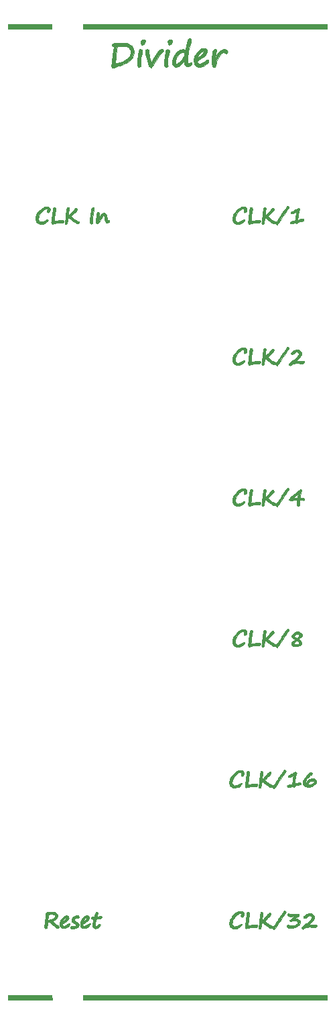
<source format=gbr>
G04 #@! TF.GenerationSoftware,KiCad,Pcbnew,(5.1.9)-1*
G04 #@! TF.CreationDate,2021-04-27T02:11:01+02:00*
G04 #@! TF.ProjectId,Clock Divider Front,436c6f63-6b20-4446-9976-696465722046,rev?*
G04 #@! TF.SameCoordinates,Original*
G04 #@! TF.FileFunction,Legend,Top*
G04 #@! TF.FilePolarity,Positive*
%FSLAX46Y46*%
G04 Gerber Fmt 4.6, Leading zero omitted, Abs format (unit mm)*
G04 Created by KiCad (PCBNEW (5.1.9)-1) date 2021-04-27 02:11:02*
%MOMM*%
%LPD*%
G01*
G04 APERTURE LIST*
%ADD10C,0.010000*%
G04 APERTURE END LIST*
D10*
G04 #@! TO.C,G\u002A\u002A\u002A*
G36*
X2772168Y-125230565D02*
G01*
X5545000Y-125237019D01*
X5561086Y-125802667D01*
X-666Y-125802667D01*
X-666Y-125513389D01*
X-665Y-125224111D01*
X2772168Y-125230565D01*
G37*
X2772168Y-125230565D02*
X5545000Y-125237019D01*
X5561086Y-125802667D01*
X-666Y-125802667D01*
X-666Y-125513389D01*
X-665Y-125224111D01*
X2772168Y-125230565D01*
G36*
X40300667Y-125802667D02*
G01*
X9451803Y-125802667D01*
X9467889Y-125237909D01*
X40300667Y-125224111D01*
X40300667Y-125802667D01*
G37*
X40300667Y-125802667D02*
X9451803Y-125802667D01*
X9467889Y-125237909D01*
X40300667Y-125224111D01*
X40300667Y-125802667D01*
G36*
X35032388Y-114621062D02*
G01*
X35067804Y-114668640D01*
X35086741Y-114699691D01*
X35097034Y-114729374D01*
X35095435Y-114764031D01*
X35078699Y-114810002D01*
X35043580Y-114873626D01*
X34986830Y-114961244D01*
X34905204Y-115079197D01*
X34795456Y-115233826D01*
X34735280Y-115318111D01*
X34541730Y-115592855D01*
X34334921Y-115893052D01*
X34126952Y-116200813D01*
X33929921Y-116498245D01*
X33767222Y-116749717D01*
X33692483Y-116857391D01*
X33633365Y-116916997D01*
X33583181Y-116932318D01*
X33535242Y-116907135D01*
X33518542Y-116890323D01*
X33484103Y-116840461D01*
X33475018Y-116785254D01*
X33492828Y-116711785D01*
X33539075Y-116607134D01*
X33556518Y-116572093D01*
X33596343Y-116501274D01*
X33662398Y-116393157D01*
X33750145Y-116254511D01*
X33855046Y-116092107D01*
X33972561Y-115912712D01*
X34098152Y-115723096D01*
X34227282Y-115530028D01*
X34355410Y-115340277D01*
X34478000Y-115160613D01*
X34590512Y-114997804D01*
X34688408Y-114858620D01*
X34767149Y-114749830D01*
X34822196Y-114678203D01*
X34839906Y-114657936D01*
X34915511Y-114594543D01*
X34976205Y-114582088D01*
X35032388Y-114621062D01*
G37*
X35032388Y-114621062D02*
X35067804Y-114668640D01*
X35086741Y-114699691D01*
X35097034Y-114729374D01*
X35095435Y-114764031D01*
X35078699Y-114810002D01*
X35043580Y-114873626D01*
X34986830Y-114961244D01*
X34905204Y-115079197D01*
X34795456Y-115233826D01*
X34735280Y-115318111D01*
X34541730Y-115592855D01*
X34334921Y-115893052D01*
X34126952Y-116200813D01*
X33929921Y-116498245D01*
X33767222Y-116749717D01*
X33692483Y-116857391D01*
X33633365Y-116916997D01*
X33583181Y-116932318D01*
X33535242Y-116907135D01*
X33518542Y-116890323D01*
X33484103Y-116840461D01*
X33475018Y-116785254D01*
X33492828Y-116711785D01*
X33539075Y-116607134D01*
X33556518Y-116572093D01*
X33596343Y-116501274D01*
X33662398Y-116393157D01*
X33750145Y-116254511D01*
X33855046Y-116092107D01*
X33972561Y-115912712D01*
X34098152Y-115723096D01*
X34227282Y-115530028D01*
X34355410Y-115340277D01*
X34478000Y-115160613D01*
X34590512Y-114997804D01*
X34688408Y-114858620D01*
X34767149Y-114749830D01*
X34822196Y-114678203D01*
X34839906Y-114657936D01*
X34915511Y-114594543D01*
X34976205Y-114582088D01*
X35032388Y-114621062D01*
G36*
X38302950Y-114902975D02*
G01*
X38447927Y-114977256D01*
X38562706Y-115089073D01*
X38657845Y-115217151D01*
X38712319Y-115324805D01*
X38726543Y-115425522D01*
X38700933Y-115532790D01*
X38635903Y-115660096D01*
X38582896Y-115744445D01*
X38504703Y-115849633D01*
X38397555Y-115974734D01*
X38276223Y-116103966D01*
X38155478Y-116221545D01*
X38057000Y-116306338D01*
X38040768Y-116322154D01*
X38043225Y-116333432D01*
X38071056Y-116340722D01*
X38130947Y-116344575D01*
X38229582Y-116345542D01*
X38373649Y-116344172D01*
X38493735Y-116342308D01*
X38986914Y-116334111D01*
X39014762Y-116413212D01*
X39026864Y-116495409D01*
X38994500Y-116563104D01*
X38912422Y-116625624D01*
X38887442Y-116639467D01*
X38828738Y-116665367D01*
X38766047Y-116677657D01*
X38681875Y-116677901D01*
X38565000Y-116668291D01*
X38386484Y-116654730D01*
X38202052Y-116648092D01*
X38024484Y-116648163D01*
X37866556Y-116654727D01*
X37741049Y-116667568D01*
X37669028Y-116683386D01*
X37583248Y-116723930D01*
X37487529Y-116785174D01*
X37447636Y-116816050D01*
X37341612Y-116885275D01*
X37244590Y-116912283D01*
X37166159Y-116895082D01*
X37145422Y-116878800D01*
X37116219Y-116813952D01*
X37116991Y-116721851D01*
X37146268Y-116622120D01*
X37167776Y-116580916D01*
X37240089Y-116498095D01*
X37361324Y-116403343D01*
X37526191Y-116300447D01*
X37661889Y-116227059D01*
X37782375Y-116151489D01*
X37919229Y-116044277D01*
X38056376Y-115919971D01*
X38177743Y-115793118D01*
X38265754Y-115680545D01*
X38335391Y-115543923D01*
X38351552Y-115425113D01*
X38314233Y-115324207D01*
X38285208Y-115289754D01*
X38215660Y-115236109D01*
X38145536Y-115203672D01*
X38062992Y-115206875D01*
X37957093Y-115244971D01*
X37842316Y-115310966D01*
X37733140Y-115397863D01*
X37722385Y-115408115D01*
X37626500Y-115484203D01*
X37531752Y-115530276D01*
X37450639Y-115541964D01*
X37400712Y-115520585D01*
X37370994Y-115468364D01*
X37348783Y-115391446D01*
X37347672Y-115384999D01*
X37342288Y-115340802D01*
X37347984Y-115305609D01*
X37372424Y-115270758D01*
X37423267Y-115227586D01*
X37508177Y-115167431D01*
X37588051Y-115113239D01*
X37704720Y-115038287D01*
X37816085Y-114973506D01*
X37907114Y-114927299D01*
X37950710Y-114910499D01*
X38137864Y-114880913D01*
X38302950Y-114902975D01*
G37*
X38302950Y-114902975D02*
X38447927Y-114977256D01*
X38562706Y-115089073D01*
X38657845Y-115217151D01*
X38712319Y-115324805D01*
X38726543Y-115425522D01*
X38700933Y-115532790D01*
X38635903Y-115660096D01*
X38582896Y-115744445D01*
X38504703Y-115849633D01*
X38397555Y-115974734D01*
X38276223Y-116103966D01*
X38155478Y-116221545D01*
X38057000Y-116306338D01*
X38040768Y-116322154D01*
X38043225Y-116333432D01*
X38071056Y-116340722D01*
X38130947Y-116344575D01*
X38229582Y-116345542D01*
X38373649Y-116344172D01*
X38493735Y-116342308D01*
X38986914Y-116334111D01*
X39014762Y-116413212D01*
X39026864Y-116495409D01*
X38994500Y-116563104D01*
X38912422Y-116625624D01*
X38887442Y-116639467D01*
X38828738Y-116665367D01*
X38766047Y-116677657D01*
X38681875Y-116677901D01*
X38565000Y-116668291D01*
X38386484Y-116654730D01*
X38202052Y-116648092D01*
X38024484Y-116648163D01*
X37866556Y-116654727D01*
X37741049Y-116667568D01*
X37669028Y-116683386D01*
X37583248Y-116723930D01*
X37487529Y-116785174D01*
X37447636Y-116816050D01*
X37341612Y-116885275D01*
X37244590Y-116912283D01*
X37166159Y-116895082D01*
X37145422Y-116878800D01*
X37116219Y-116813952D01*
X37116991Y-116721851D01*
X37146268Y-116622120D01*
X37167776Y-116580916D01*
X37240089Y-116498095D01*
X37361324Y-116403343D01*
X37526191Y-116300447D01*
X37661889Y-116227059D01*
X37782375Y-116151489D01*
X37919229Y-116044277D01*
X38056376Y-115919971D01*
X38177743Y-115793118D01*
X38265754Y-115680545D01*
X38335391Y-115543923D01*
X38351552Y-115425113D01*
X38314233Y-115324207D01*
X38285208Y-115289754D01*
X38215660Y-115236109D01*
X38145536Y-115203672D01*
X38062992Y-115206875D01*
X37957093Y-115244971D01*
X37842316Y-115310966D01*
X37733140Y-115397863D01*
X37722385Y-115408115D01*
X37626500Y-115484203D01*
X37531752Y-115530276D01*
X37450639Y-115541964D01*
X37400712Y-115520585D01*
X37370994Y-115468364D01*
X37348783Y-115391446D01*
X37347672Y-115384999D01*
X37342288Y-115340802D01*
X37347984Y-115305609D01*
X37372424Y-115270758D01*
X37423267Y-115227586D01*
X37508177Y-115167431D01*
X37588051Y-115113239D01*
X37704720Y-115038287D01*
X37816085Y-114973506D01*
X37907114Y-114927299D01*
X37950710Y-114910499D01*
X38137864Y-114880913D01*
X38302950Y-114902975D01*
G36*
X32115727Y-114741710D02*
G01*
X32174615Y-114799747D01*
X32176717Y-114803568D01*
X32189108Y-114850326D01*
X32189765Y-114928578D01*
X32178348Y-115047008D01*
X32162781Y-115159876D01*
X32142375Y-115302745D01*
X32123759Y-115442579D01*
X32109586Y-115559010D01*
X32104384Y-115608454D01*
X32090407Y-115757685D01*
X32166815Y-115702176D01*
X32230926Y-115648556D01*
X32320235Y-115564600D01*
X32425139Y-115460368D01*
X32536036Y-115345920D01*
X32643325Y-115231315D01*
X32737401Y-115126615D01*
X32808664Y-115041880D01*
X32844949Y-114991699D01*
X32919038Y-114882047D01*
X32984375Y-114822076D01*
X33047559Y-114807152D01*
X33090419Y-114819329D01*
X33171720Y-114883014D01*
X33206083Y-114972483D01*
X33189312Y-115076647D01*
X33188557Y-115078488D01*
X33156671Y-115126042D01*
X33090714Y-115203663D01*
X32998183Y-115303240D01*
X32886578Y-115416658D01*
X32783452Y-115516805D01*
X32650906Y-115645569D01*
X32547545Y-115751605D01*
X32477030Y-115830893D01*
X32443018Y-115879412D01*
X32441790Y-115892211D01*
X32494750Y-115936404D01*
X32581133Y-116004695D01*
X32688797Y-116087868D01*
X32805603Y-116176703D01*
X32919411Y-116261982D01*
X33018080Y-116334489D01*
X33089469Y-116385003D01*
X33100590Y-116392434D01*
X33214141Y-116450081D01*
X33333903Y-116485410D01*
X33354590Y-116488441D01*
X33435537Y-116501573D01*
X33475943Y-116523257D01*
X33491688Y-116563686D01*
X33493605Y-116577681D01*
X33477357Y-116664667D01*
X33434808Y-116730277D01*
X33373265Y-116783766D01*
X33301905Y-116807153D01*
X33215320Y-116798625D01*
X33108100Y-116756371D01*
X32974837Y-116678580D01*
X32810122Y-116563440D01*
X32708889Y-116487166D01*
X32528089Y-116349943D01*
X32374684Y-116236567D01*
X32252566Y-116149786D01*
X32165625Y-116092349D01*
X32117754Y-116067003D01*
X32112537Y-116066000D01*
X32078196Y-116090145D01*
X32048586Y-116164098D01*
X32023055Y-116290133D01*
X32003334Y-116447000D01*
X31981735Y-116615308D01*
X31955840Y-116735139D01*
X31923278Y-116814431D01*
X31881681Y-116861120D01*
X31879164Y-116862846D01*
X31803341Y-116882917D01*
X31725941Y-116854252D01*
X31706532Y-116837612D01*
X31674379Y-116779118D01*
X31671316Y-116688394D01*
X31672654Y-116675334D01*
X31713687Y-116310157D01*
X31749107Y-115996912D01*
X31779541Y-115731432D01*
X31805617Y-115509549D01*
X31827961Y-115327097D01*
X31847203Y-115179909D01*
X31863969Y-115063817D01*
X31878887Y-114974656D01*
X31892584Y-114908257D01*
X31905689Y-114860455D01*
X31918828Y-114827082D01*
X31932630Y-114803971D01*
X31947721Y-114786956D01*
X31958538Y-114777175D01*
X32039953Y-114733733D01*
X32115727Y-114741710D01*
G37*
X32115727Y-114741710D02*
X32174615Y-114799747D01*
X32176717Y-114803568D01*
X32189108Y-114850326D01*
X32189765Y-114928578D01*
X32178348Y-115047008D01*
X32162781Y-115159876D01*
X32142375Y-115302745D01*
X32123759Y-115442579D01*
X32109586Y-115559010D01*
X32104384Y-115608454D01*
X32090407Y-115757685D01*
X32166815Y-115702176D01*
X32230926Y-115648556D01*
X32320235Y-115564600D01*
X32425139Y-115460368D01*
X32536036Y-115345920D01*
X32643325Y-115231315D01*
X32737401Y-115126615D01*
X32808664Y-115041880D01*
X32844949Y-114991699D01*
X32919038Y-114882047D01*
X32984375Y-114822076D01*
X33047559Y-114807152D01*
X33090419Y-114819329D01*
X33171720Y-114883014D01*
X33206083Y-114972483D01*
X33189312Y-115076647D01*
X33188557Y-115078488D01*
X33156671Y-115126042D01*
X33090714Y-115203663D01*
X32998183Y-115303240D01*
X32886578Y-115416658D01*
X32783452Y-115516805D01*
X32650906Y-115645569D01*
X32547545Y-115751605D01*
X32477030Y-115830893D01*
X32443018Y-115879412D01*
X32441790Y-115892211D01*
X32494750Y-115936404D01*
X32581133Y-116004695D01*
X32688797Y-116087868D01*
X32805603Y-116176703D01*
X32919411Y-116261982D01*
X33018080Y-116334489D01*
X33089469Y-116385003D01*
X33100590Y-116392434D01*
X33214141Y-116450081D01*
X33333903Y-116485410D01*
X33354590Y-116488441D01*
X33435537Y-116501573D01*
X33475943Y-116523257D01*
X33491688Y-116563686D01*
X33493605Y-116577681D01*
X33477357Y-116664667D01*
X33434808Y-116730277D01*
X33373265Y-116783766D01*
X33301905Y-116807153D01*
X33215320Y-116798625D01*
X33108100Y-116756371D01*
X32974837Y-116678580D01*
X32810122Y-116563440D01*
X32708889Y-116487166D01*
X32528089Y-116349943D01*
X32374684Y-116236567D01*
X32252566Y-116149786D01*
X32165625Y-116092349D01*
X32117754Y-116067003D01*
X32112537Y-116066000D01*
X32078196Y-116090145D01*
X32048586Y-116164098D01*
X32023055Y-116290133D01*
X32003334Y-116447000D01*
X31981735Y-116615308D01*
X31955840Y-116735139D01*
X31923278Y-116814431D01*
X31881681Y-116861120D01*
X31879164Y-116862846D01*
X31803341Y-116882917D01*
X31725941Y-116854252D01*
X31706532Y-116837612D01*
X31674379Y-116779118D01*
X31671316Y-116688394D01*
X31672654Y-116675334D01*
X31713687Y-116310157D01*
X31749107Y-115996912D01*
X31779541Y-115731432D01*
X31805617Y-115509549D01*
X31827961Y-115327097D01*
X31847203Y-115179909D01*
X31863969Y-115063817D01*
X31878887Y-114974656D01*
X31892584Y-114908257D01*
X31905689Y-114860455D01*
X31918828Y-114827082D01*
X31932630Y-114803971D01*
X31947721Y-114786956D01*
X31958538Y-114777175D01*
X32039953Y-114733733D01*
X32115727Y-114741710D01*
G36*
X8841160Y-115171882D02*
G01*
X8914401Y-115203058D01*
X8923955Y-115212278D01*
X8976429Y-115299010D01*
X8990073Y-115383980D01*
X8970023Y-115455807D01*
X8921419Y-115503110D01*
X8849399Y-115514510D01*
X8794790Y-115498350D01*
X8736980Y-115482783D01*
X8668402Y-115491699D01*
X8593545Y-115516959D01*
X8448618Y-115583892D01*
X8359407Y-115653213D01*
X8325980Y-115725639D01*
X8348406Y-115801885D01*
X8426755Y-115882668D01*
X8561096Y-115968704D01*
X8641056Y-116009921D01*
X8792643Y-116102223D01*
X8897483Y-116206688D01*
X8951696Y-116318843D01*
X8958606Y-116376140D01*
X8932332Y-116503013D01*
X8853223Y-116613268D01*
X8720855Y-116707259D01*
X8534800Y-116785344D01*
X8432738Y-116815577D01*
X8314332Y-116838711D01*
X8184261Y-116851239D01*
X8063193Y-116852246D01*
X7971798Y-116840814D01*
X7958000Y-116836637D01*
X7890226Y-116788752D01*
X7852646Y-116716029D01*
X7850278Y-116637809D01*
X7888145Y-116573435D01*
X7889410Y-116572369D01*
X7945241Y-116551592D01*
X8051201Y-116537548D01*
X8192799Y-116531186D01*
X8347892Y-116522012D01*
X8480295Y-116501684D01*
X8581571Y-116472621D01*
X8643285Y-116437245D01*
X8657014Y-116398013D01*
X8628930Y-116369493D01*
X8562597Y-116321484D01*
X8469211Y-116261719D01*
X8401027Y-116221223D01*
X8245766Y-116127875D01*
X8135189Y-116050725D01*
X8062564Y-115982681D01*
X8021159Y-115916653D01*
X8004240Y-115845550D01*
X8002928Y-115801959D01*
X8033878Y-115645309D01*
X8117932Y-115499034D01*
X8252180Y-115366545D01*
X8433713Y-115251253D01*
X8499896Y-115219192D01*
X8617408Y-115180219D01*
X8736663Y-115164359D01*
X8841160Y-115171882D01*
G37*
X8841160Y-115171882D02*
X8914401Y-115203058D01*
X8923955Y-115212278D01*
X8976429Y-115299010D01*
X8990073Y-115383980D01*
X8970023Y-115455807D01*
X8921419Y-115503110D01*
X8849399Y-115514510D01*
X8794790Y-115498350D01*
X8736980Y-115482783D01*
X8668402Y-115491699D01*
X8593545Y-115516959D01*
X8448618Y-115583892D01*
X8359407Y-115653213D01*
X8325980Y-115725639D01*
X8348406Y-115801885D01*
X8426755Y-115882668D01*
X8561096Y-115968704D01*
X8641056Y-116009921D01*
X8792643Y-116102223D01*
X8897483Y-116206688D01*
X8951696Y-116318843D01*
X8958606Y-116376140D01*
X8932332Y-116503013D01*
X8853223Y-116613268D01*
X8720855Y-116707259D01*
X8534800Y-116785344D01*
X8432738Y-116815577D01*
X8314332Y-116838711D01*
X8184261Y-116851239D01*
X8063193Y-116852246D01*
X7971798Y-116840814D01*
X7958000Y-116836637D01*
X7890226Y-116788752D01*
X7852646Y-116716029D01*
X7850278Y-116637809D01*
X7888145Y-116573435D01*
X7889410Y-116572369D01*
X7945241Y-116551592D01*
X8051201Y-116537548D01*
X8192799Y-116531186D01*
X8347892Y-116522012D01*
X8480295Y-116501684D01*
X8581571Y-116472621D01*
X8643285Y-116437245D01*
X8657014Y-116398013D01*
X8628930Y-116369493D01*
X8562597Y-116321484D01*
X8469211Y-116261719D01*
X8401027Y-116221223D01*
X8245766Y-116127875D01*
X8135189Y-116050725D01*
X8062564Y-115982681D01*
X8021159Y-115916653D01*
X8004240Y-115845550D01*
X8002928Y-115801959D01*
X8033878Y-115645309D01*
X8117932Y-115499034D01*
X8252180Y-115366545D01*
X8433713Y-115251253D01*
X8499896Y-115219192D01*
X8617408Y-115180219D01*
X8736663Y-115164359D01*
X8841160Y-115171882D01*
G36*
X29489489Y-114639461D02*
G01*
X29617719Y-114686487D01*
X29714692Y-114769667D01*
X29775138Y-114886810D01*
X29793783Y-115035729D01*
X29791244Y-115078223D01*
X29775761Y-115180220D01*
X29746239Y-115249309D01*
X29692513Y-115308894D01*
X29690113Y-115311056D01*
X29593681Y-115375403D01*
X29512484Y-115388645D01*
X29452731Y-115355395D01*
X29420631Y-115280267D01*
X29422394Y-115167874D01*
X29432409Y-115119596D01*
X29448824Y-115029834D01*
X29451901Y-114955557D01*
X29448388Y-114934484D01*
X29409746Y-114890723D01*
X29338489Y-114884750D01*
X29241013Y-114913559D01*
X29123713Y-114974141D01*
X28992984Y-115063489D01*
X28855221Y-115178597D01*
X28783334Y-115247229D01*
X28627141Y-115423295D01*
X28498946Y-115608578D01*
X28401444Y-115795573D01*
X28337331Y-115976776D01*
X28309301Y-116144683D01*
X28320050Y-116291787D01*
X28367826Y-116404256D01*
X28427949Y-116476384D01*
X28491941Y-116530559D01*
X28504625Y-116537895D01*
X28629308Y-116570560D01*
X28782879Y-116559693D01*
X28959997Y-116506642D01*
X29155321Y-116412756D01*
X29266367Y-116345629D01*
X29377640Y-116280254D01*
X29455002Y-116252356D01*
X29505796Y-116260894D01*
X29537369Y-116304824D01*
X29538239Y-116307049D01*
X29538449Y-116381269D01*
X29492305Y-116463990D01*
X29408223Y-116550063D01*
X29294619Y-116634342D01*
X29159909Y-116711679D01*
X29012510Y-116776928D01*
X28860836Y-116824941D01*
X28713305Y-116850572D01*
X28644889Y-116853399D01*
X28539318Y-116846847D01*
X28443193Y-116831970D01*
X28405000Y-116821587D01*
X28274456Y-116758124D01*
X28154306Y-116669879D01*
X28062758Y-116571398D01*
X28034875Y-116525883D01*
X27998657Y-116409955D01*
X27981754Y-116258771D01*
X27984116Y-116090094D01*
X28005692Y-115921687D01*
X28036945Y-115798504D01*
X28120729Y-115607697D01*
X28245784Y-115407081D01*
X28401400Y-115208839D01*
X28576865Y-115025155D01*
X28761468Y-114868215D01*
X28944497Y-114750201D01*
X28969971Y-114737191D01*
X29160343Y-114662624D01*
X29335273Y-114630777D01*
X29489489Y-114639461D01*
G37*
X29489489Y-114639461D02*
X29617719Y-114686487D01*
X29714692Y-114769667D01*
X29775138Y-114886810D01*
X29793783Y-115035729D01*
X29791244Y-115078223D01*
X29775761Y-115180220D01*
X29746239Y-115249309D01*
X29692513Y-115308894D01*
X29690113Y-115311056D01*
X29593681Y-115375403D01*
X29512484Y-115388645D01*
X29452731Y-115355395D01*
X29420631Y-115280267D01*
X29422394Y-115167874D01*
X29432409Y-115119596D01*
X29448824Y-115029834D01*
X29451901Y-114955557D01*
X29448388Y-114934484D01*
X29409746Y-114890723D01*
X29338489Y-114884750D01*
X29241013Y-114913559D01*
X29123713Y-114974141D01*
X28992984Y-115063489D01*
X28855221Y-115178597D01*
X28783334Y-115247229D01*
X28627141Y-115423295D01*
X28498946Y-115608578D01*
X28401444Y-115795573D01*
X28337331Y-115976776D01*
X28309301Y-116144683D01*
X28320050Y-116291787D01*
X28367826Y-116404256D01*
X28427949Y-116476384D01*
X28491941Y-116530559D01*
X28504625Y-116537895D01*
X28629308Y-116570560D01*
X28782879Y-116559693D01*
X28959997Y-116506642D01*
X29155321Y-116412756D01*
X29266367Y-116345629D01*
X29377640Y-116280254D01*
X29455002Y-116252356D01*
X29505796Y-116260894D01*
X29537369Y-116304824D01*
X29538239Y-116307049D01*
X29538449Y-116381269D01*
X29492305Y-116463990D01*
X29408223Y-116550063D01*
X29294619Y-116634342D01*
X29159909Y-116711679D01*
X29012510Y-116776928D01*
X28860836Y-116824941D01*
X28713305Y-116850572D01*
X28644889Y-116853399D01*
X28539318Y-116846847D01*
X28443193Y-116831970D01*
X28405000Y-116821587D01*
X28274456Y-116758124D01*
X28154306Y-116669879D01*
X28062758Y-116571398D01*
X28034875Y-116525883D01*
X27998657Y-116409955D01*
X27981754Y-116258771D01*
X27984116Y-116090094D01*
X28005692Y-115921687D01*
X28036945Y-115798504D01*
X28120729Y-115607697D01*
X28245784Y-115407081D01*
X28401400Y-115208839D01*
X28576865Y-115025155D01*
X28761468Y-114868215D01*
X28944497Y-114750201D01*
X28969971Y-114737191D01*
X29160343Y-114662624D01*
X29335273Y-114630777D01*
X29489489Y-114639461D01*
G36*
X5783023Y-114748757D02*
G01*
X5916368Y-114782854D01*
X5928266Y-114787853D01*
X6078834Y-114880471D01*
X6183894Y-115000415D01*
X6241298Y-115139881D01*
X6248898Y-115291065D01*
X6204546Y-115446161D01*
X6139524Y-115555483D01*
X6071034Y-115631971D01*
X5977722Y-115715629D01*
X5875551Y-115794146D01*
X5780483Y-115855211D01*
X5711153Y-115885876D01*
X5659857Y-115906873D01*
X5643778Y-115925766D01*
X5665331Y-115957029D01*
X5724778Y-116014778D01*
X5814299Y-116092392D01*
X5926072Y-116183248D01*
X6052279Y-116280725D01*
X6137667Y-116344002D01*
X6234395Y-116415817D01*
X6318194Y-116480480D01*
X6374786Y-116526896D01*
X6384611Y-116535883D01*
X6428652Y-116611536D01*
X6420737Y-116693014D01*
X6362188Y-116767492D01*
X6360644Y-116768716D01*
X6307416Y-116804718D01*
X6261614Y-116810304D01*
X6195489Y-116788043D01*
X6187543Y-116784741D01*
X6124790Y-116749116D01*
X6033713Y-116685650D01*
X5927953Y-116604251D01*
X5848601Y-116538588D01*
X5727936Y-116435500D01*
X5600883Y-116327054D01*
X5486733Y-116229714D01*
X5436091Y-116186578D01*
X5338341Y-116111083D01*
X5245611Y-116052704D01*
X5174918Y-116022040D01*
X5170291Y-116021016D01*
X5083668Y-115983321D01*
X5036764Y-115918290D01*
X5037437Y-115838847D01*
X5083736Y-115775615D01*
X5164793Y-115730378D01*
X5259526Y-115712872D01*
X5301719Y-115716777D01*
X5409510Y-115716043D01*
X5529691Y-115680017D01*
X5651588Y-115616791D01*
X5764526Y-115534452D01*
X5857831Y-115441092D01*
X5920829Y-115344799D01*
X5942844Y-115253664D01*
X5940676Y-115232540D01*
X5931013Y-115176161D01*
X5928159Y-115155419D01*
X5904883Y-115128127D01*
X5849982Y-115087787D01*
X5834278Y-115077913D01*
X5746824Y-115043549D01*
X5631119Y-115023610D01*
X5501502Y-115017446D01*
X5372313Y-115024402D01*
X5257892Y-115043826D01*
X5172577Y-115075065D01*
X5133990Y-115109786D01*
X5109010Y-115179628D01*
X5081691Y-115294802D01*
X5053595Y-115444332D01*
X5026285Y-115617239D01*
X5001323Y-115802548D01*
X4980271Y-115989280D01*
X4964691Y-116166459D01*
X4956146Y-116323107D01*
X4955163Y-116366274D01*
X4950574Y-116542716D01*
X4941794Y-116668001D01*
X4928293Y-116747297D01*
X4912586Y-116782552D01*
X4850476Y-116819032D01*
X4768001Y-116825130D01*
X4692611Y-116800451D01*
X4674433Y-116785957D01*
X4638253Y-116728593D01*
X4612936Y-116655341D01*
X4604676Y-116565916D01*
X4607070Y-116429899D01*
X4619208Y-116255945D01*
X4640182Y-116052708D01*
X4669081Y-115828846D01*
X4704997Y-115593011D01*
X4747019Y-115353860D01*
X4753027Y-115322225D01*
X4773511Y-115207156D01*
X4781328Y-115130908D01*
X4776465Y-115077291D01*
X4758907Y-115030119D01*
X4752763Y-115017882D01*
X4728695Y-114963593D01*
X4731714Y-114924330D01*
X4767483Y-114878236D01*
X4796604Y-114848610D01*
X4867676Y-114790455D01*
X4927315Y-114774991D01*
X4947933Y-114778263D01*
X5009323Y-114782351D01*
X5103852Y-114776641D01*
X5194167Y-114764899D01*
X5409744Y-114739399D01*
X5610089Y-114734145D01*
X5783023Y-114748757D01*
G37*
X5783023Y-114748757D02*
X5916368Y-114782854D01*
X5928266Y-114787853D01*
X6078834Y-114880471D01*
X6183894Y-115000415D01*
X6241298Y-115139881D01*
X6248898Y-115291065D01*
X6204546Y-115446161D01*
X6139524Y-115555483D01*
X6071034Y-115631971D01*
X5977722Y-115715629D01*
X5875551Y-115794146D01*
X5780483Y-115855211D01*
X5711153Y-115885876D01*
X5659857Y-115906873D01*
X5643778Y-115925766D01*
X5665331Y-115957029D01*
X5724778Y-116014778D01*
X5814299Y-116092392D01*
X5926072Y-116183248D01*
X6052279Y-116280725D01*
X6137667Y-116344002D01*
X6234395Y-116415817D01*
X6318194Y-116480480D01*
X6374786Y-116526896D01*
X6384611Y-116535883D01*
X6428652Y-116611536D01*
X6420737Y-116693014D01*
X6362188Y-116767492D01*
X6360644Y-116768716D01*
X6307416Y-116804718D01*
X6261614Y-116810304D01*
X6195489Y-116788043D01*
X6187543Y-116784741D01*
X6124790Y-116749116D01*
X6033713Y-116685650D01*
X5927953Y-116604251D01*
X5848601Y-116538588D01*
X5727936Y-116435500D01*
X5600883Y-116327054D01*
X5486733Y-116229714D01*
X5436091Y-116186578D01*
X5338341Y-116111083D01*
X5245611Y-116052704D01*
X5174918Y-116022040D01*
X5170291Y-116021016D01*
X5083668Y-115983321D01*
X5036764Y-115918290D01*
X5037437Y-115838847D01*
X5083736Y-115775615D01*
X5164793Y-115730378D01*
X5259526Y-115712872D01*
X5301719Y-115716777D01*
X5409510Y-115716043D01*
X5529691Y-115680017D01*
X5651588Y-115616791D01*
X5764526Y-115534452D01*
X5857831Y-115441092D01*
X5920829Y-115344799D01*
X5942844Y-115253664D01*
X5940676Y-115232540D01*
X5931013Y-115176161D01*
X5928159Y-115155419D01*
X5904883Y-115128127D01*
X5849982Y-115087787D01*
X5834278Y-115077913D01*
X5746824Y-115043549D01*
X5631119Y-115023610D01*
X5501502Y-115017446D01*
X5372313Y-115024402D01*
X5257892Y-115043826D01*
X5172577Y-115075065D01*
X5133990Y-115109786D01*
X5109010Y-115179628D01*
X5081691Y-115294802D01*
X5053595Y-115444332D01*
X5026285Y-115617239D01*
X5001323Y-115802548D01*
X4980271Y-115989280D01*
X4964691Y-116166459D01*
X4956146Y-116323107D01*
X4955163Y-116366274D01*
X4950574Y-116542716D01*
X4941794Y-116668001D01*
X4928293Y-116747297D01*
X4912586Y-116782552D01*
X4850476Y-116819032D01*
X4768001Y-116825130D01*
X4692611Y-116800451D01*
X4674433Y-116785957D01*
X4638253Y-116728593D01*
X4612936Y-116655341D01*
X4604676Y-116565916D01*
X4607070Y-116429899D01*
X4619208Y-116255945D01*
X4640182Y-116052708D01*
X4669081Y-115828846D01*
X4704997Y-115593011D01*
X4747019Y-115353860D01*
X4753027Y-115322225D01*
X4773511Y-115207156D01*
X4781328Y-115130908D01*
X4776465Y-115077291D01*
X4758907Y-115030119D01*
X4752763Y-115017882D01*
X4728695Y-114963593D01*
X4731714Y-114924330D01*
X4767483Y-114878236D01*
X4796604Y-114848610D01*
X4867676Y-114790455D01*
X4927315Y-114774991D01*
X4947933Y-114778263D01*
X5009323Y-114782351D01*
X5103852Y-114776641D01*
X5194167Y-114764899D01*
X5409744Y-114739399D01*
X5610089Y-114734145D01*
X5783023Y-114748757D01*
G36*
X7488261Y-115193670D02*
G01*
X7552921Y-115228919D01*
X7596689Y-115272819D01*
X7661989Y-115382561D01*
X7673687Y-115503239D01*
X7633098Y-115632734D01*
X7541533Y-115768929D01*
X7400307Y-115909705D01*
X7210732Y-116052944D01*
X7051148Y-116152852D01*
X6948834Y-116216265D01*
X6888667Y-116264489D01*
X6861548Y-116305994D01*
X6857334Y-116333340D01*
X6879071Y-116417186D01*
X6938841Y-116469404D01*
X7028481Y-116490799D01*
X7139826Y-116482177D01*
X7264714Y-116444342D01*
X7394982Y-116378100D01*
X7522466Y-116284257D01*
X7543194Y-116265690D01*
X7637596Y-116188147D01*
X7706752Y-116155754D01*
X7757117Y-116166959D01*
X7788452Y-116206710D01*
X7797172Y-116279247D01*
X7763340Y-116370765D01*
X7692863Y-116471300D01*
X7591647Y-116570887D01*
X7555659Y-116599476D01*
X7359423Y-116722629D01*
X7169566Y-116790439D01*
X6984255Y-116803409D01*
X6876147Y-116785500D01*
X6726727Y-116723312D01*
X6619223Y-116623655D01*
X6553927Y-116487182D01*
X6531128Y-116314545D01*
X6551117Y-116106395D01*
X6558094Y-116070851D01*
X6608745Y-115902917D01*
X6913778Y-115902917D01*
X6933081Y-115912042D01*
X6984237Y-115889937D01*
X7057114Y-115843099D01*
X7141583Y-115778027D01*
X7226047Y-115702632D01*
X7296515Y-115628135D01*
X7346608Y-115562630D01*
X7365334Y-115520855D01*
X7346049Y-115481144D01*
X7295175Y-115477533D01*
X7223178Y-115508476D01*
X7165199Y-115550390D01*
X7106572Y-115609334D01*
X7041216Y-115689083D01*
X6980047Y-115774334D01*
X6933981Y-115849780D01*
X6913933Y-115900117D01*
X6913778Y-115902917D01*
X6608745Y-115902917D01*
X6624219Y-115851614D01*
X6723650Y-115652575D01*
X6850031Y-115480412D01*
X6997009Y-115341803D01*
X7158229Y-115243426D01*
X7327335Y-115191960D01*
X7400180Y-115185924D01*
X7488261Y-115193670D01*
G37*
X7488261Y-115193670D02*
X7552921Y-115228919D01*
X7596689Y-115272819D01*
X7661989Y-115382561D01*
X7673687Y-115503239D01*
X7633098Y-115632734D01*
X7541533Y-115768929D01*
X7400307Y-115909705D01*
X7210732Y-116052944D01*
X7051148Y-116152852D01*
X6948834Y-116216265D01*
X6888667Y-116264489D01*
X6861548Y-116305994D01*
X6857334Y-116333340D01*
X6879071Y-116417186D01*
X6938841Y-116469404D01*
X7028481Y-116490799D01*
X7139826Y-116482177D01*
X7264714Y-116444342D01*
X7394982Y-116378100D01*
X7522466Y-116284257D01*
X7543194Y-116265690D01*
X7637596Y-116188147D01*
X7706752Y-116155754D01*
X7757117Y-116166959D01*
X7788452Y-116206710D01*
X7797172Y-116279247D01*
X7763340Y-116370765D01*
X7692863Y-116471300D01*
X7591647Y-116570887D01*
X7555659Y-116599476D01*
X7359423Y-116722629D01*
X7169566Y-116790439D01*
X6984255Y-116803409D01*
X6876147Y-116785500D01*
X6726727Y-116723312D01*
X6619223Y-116623655D01*
X6553927Y-116487182D01*
X6531128Y-116314545D01*
X6551117Y-116106395D01*
X6558094Y-116070851D01*
X6608745Y-115902917D01*
X6913778Y-115902917D01*
X6933081Y-115912042D01*
X6984237Y-115889937D01*
X7057114Y-115843099D01*
X7141583Y-115778027D01*
X7226047Y-115702632D01*
X7296515Y-115628135D01*
X7346608Y-115562630D01*
X7365334Y-115520855D01*
X7346049Y-115481144D01*
X7295175Y-115477533D01*
X7223178Y-115508476D01*
X7165199Y-115550390D01*
X7106572Y-115609334D01*
X7041216Y-115689083D01*
X6980047Y-115774334D01*
X6933981Y-115849780D01*
X6913933Y-115900117D01*
X6913778Y-115902917D01*
X6608745Y-115902917D01*
X6624219Y-115851614D01*
X6723650Y-115652575D01*
X6850031Y-115480412D01*
X6997009Y-115341803D01*
X7158229Y-115243426D01*
X7327335Y-115191960D01*
X7400180Y-115185924D01*
X7488261Y-115193670D01*
G36*
X10088509Y-115203240D02*
G01*
X10179054Y-115260980D01*
X10230481Y-115343397D01*
X10252407Y-115463196D01*
X10230870Y-115598454D01*
X10192753Y-115689400D01*
X10138077Y-115761410D01*
X10045198Y-115852050D01*
X9925062Y-115952193D01*
X9788615Y-116052711D01*
X9647343Y-116144155D01*
X9548476Y-116207892D01*
X9472650Y-116265398D01*
X9430600Y-116308138D01*
X9425556Y-116320476D01*
X9440981Y-116375462D01*
X9469489Y-116426610D01*
X9512612Y-116468090D01*
X9577619Y-116486425D01*
X9644023Y-116489334D01*
X9811494Y-116462119D01*
X9981009Y-116380000D01*
X10130277Y-116264311D01*
X10231860Y-116185320D01*
X10309212Y-116153347D01*
X10360397Y-116168956D01*
X10374930Y-116193063D01*
X10379310Y-116278427D01*
X10339205Y-116376464D01*
X10262793Y-116479529D01*
X10158250Y-116579980D01*
X10033753Y-116670172D01*
X9897479Y-116742462D01*
X9757604Y-116789207D01*
X9731488Y-116794535D01*
X9621377Y-116803981D01*
X9508230Y-116798582D01*
X9490750Y-116795919D01*
X9350201Y-116753473D01*
X9247950Y-116677667D01*
X9172942Y-116562752D01*
X9123112Y-116400823D01*
X9116061Y-116221655D01*
X9146920Y-116033754D01*
X9184993Y-115921660D01*
X9499363Y-115921660D01*
X9504401Y-115924889D01*
X9537611Y-115909169D01*
X9601617Y-115867982D01*
X9681514Y-115811008D01*
X9768604Y-115742419D01*
X9842798Y-115677186D01*
X9883539Y-115634619D01*
X9920648Y-115569127D01*
X9931858Y-115510727D01*
X9915258Y-115476473D01*
X9901609Y-115473334D01*
X9842948Y-115492174D01*
X9765488Y-115539853D01*
X9688028Y-115603110D01*
X9634123Y-115662032D01*
X9579229Y-115743307D01*
X9534136Y-115822454D01*
X9505346Y-115886298D01*
X9499363Y-115921660D01*
X9184993Y-115921660D01*
X9210818Y-115845629D01*
X9302887Y-115665786D01*
X9418256Y-115502734D01*
X9552057Y-115364980D01*
X9699418Y-115261031D01*
X9855471Y-115199396D01*
X9960967Y-115186027D01*
X10088509Y-115203240D01*
G37*
X10088509Y-115203240D02*
X10179054Y-115260980D01*
X10230481Y-115343397D01*
X10252407Y-115463196D01*
X10230870Y-115598454D01*
X10192753Y-115689400D01*
X10138077Y-115761410D01*
X10045198Y-115852050D01*
X9925062Y-115952193D01*
X9788615Y-116052711D01*
X9647343Y-116144155D01*
X9548476Y-116207892D01*
X9472650Y-116265398D01*
X9430600Y-116308138D01*
X9425556Y-116320476D01*
X9440981Y-116375462D01*
X9469489Y-116426610D01*
X9512612Y-116468090D01*
X9577619Y-116486425D01*
X9644023Y-116489334D01*
X9811494Y-116462119D01*
X9981009Y-116380000D01*
X10130277Y-116264311D01*
X10231860Y-116185320D01*
X10309212Y-116153347D01*
X10360397Y-116168956D01*
X10374930Y-116193063D01*
X10379310Y-116278427D01*
X10339205Y-116376464D01*
X10262793Y-116479529D01*
X10158250Y-116579980D01*
X10033753Y-116670172D01*
X9897479Y-116742462D01*
X9757604Y-116789207D01*
X9731488Y-116794535D01*
X9621377Y-116803981D01*
X9508230Y-116798582D01*
X9490750Y-116795919D01*
X9350201Y-116753473D01*
X9247950Y-116677667D01*
X9172942Y-116562752D01*
X9123112Y-116400823D01*
X9116061Y-116221655D01*
X9146920Y-116033754D01*
X9184993Y-115921660D01*
X9499363Y-115921660D01*
X9504401Y-115924889D01*
X9537611Y-115909169D01*
X9601617Y-115867982D01*
X9681514Y-115811008D01*
X9768604Y-115742419D01*
X9842798Y-115677186D01*
X9883539Y-115634619D01*
X9920648Y-115569127D01*
X9931858Y-115510727D01*
X9915258Y-115476473D01*
X9901609Y-115473334D01*
X9842948Y-115492174D01*
X9765488Y-115539853D01*
X9688028Y-115603110D01*
X9634123Y-115662032D01*
X9579229Y-115743307D01*
X9534136Y-115822454D01*
X9505346Y-115886298D01*
X9499363Y-115921660D01*
X9184993Y-115921660D01*
X9210818Y-115845629D01*
X9302887Y-115665786D01*
X9418256Y-115502734D01*
X9552057Y-115364980D01*
X9699418Y-115261031D01*
X9855471Y-115199396D01*
X9960967Y-115186027D01*
X10088509Y-115203240D01*
G36*
X11259321Y-114743213D02*
G01*
X11309389Y-114790133D01*
X11334075Y-114832165D01*
X11341877Y-114883301D01*
X11331894Y-114956389D01*
X11303227Y-115064273D01*
X11286246Y-115120310D01*
X11258594Y-115214658D01*
X11240837Y-115284837D01*
X11236561Y-115316566D01*
X11236857Y-115316976D01*
X11267067Y-115317220D01*
X11339150Y-115311146D01*
X11439046Y-115300004D01*
X11466726Y-115296571D01*
X11622575Y-115283716D01*
X11730542Y-115292011D01*
X11795645Y-115322909D01*
X11822898Y-115377862D01*
X11824445Y-115400157D01*
X11817552Y-115460701D01*
X11791810Y-115506080D01*
X11739625Y-115539559D01*
X11653402Y-115564405D01*
X11525546Y-115583881D01*
X11358778Y-115600369D01*
X11257610Y-115611664D01*
X11179427Y-115625166D01*
X11140570Y-115638028D01*
X11140061Y-115638493D01*
X11120195Y-115680994D01*
X11096111Y-115765611D01*
X11070502Y-115878439D01*
X11046057Y-116005574D01*
X11025470Y-116133110D01*
X11011430Y-116247145D01*
X11006611Y-116327942D01*
X11015935Y-116437448D01*
X11047017Y-116501510D01*
X11103034Y-116520562D01*
X11187164Y-116495038D01*
X11302584Y-116425371D01*
X11368667Y-116377410D01*
X11466567Y-116307695D01*
X11533566Y-116272922D01*
X11580529Y-116270065D01*
X11618318Y-116296094D01*
X11626585Y-116305523D01*
X11649641Y-116373894D01*
X11627793Y-116459422D01*
X11566540Y-116553860D01*
X11471383Y-116648961D01*
X11347822Y-116736477D01*
X11333706Y-116744728D01*
X11180065Y-116810333D01*
X11032067Y-116831363D01*
X10899787Y-116807586D01*
X10812807Y-116756785D01*
X10740911Y-116670960D01*
X10699103Y-116556125D01*
X10686249Y-116405820D01*
X10701214Y-116213587D01*
X10708494Y-116162620D01*
X10727224Y-116045372D01*
X10744498Y-115946663D01*
X10757559Y-115881892D01*
X10761148Y-115868445D01*
X10775858Y-115811458D01*
X10791186Y-115734389D01*
X10798326Y-115675581D01*
X10782898Y-115649519D01*
X10730900Y-115642874D01*
X10694850Y-115642667D01*
X10596588Y-115625124D01*
X10521038Y-115579722D01*
X10476545Y-115517300D01*
X10471454Y-115448697D01*
X10503645Y-115394311D01*
X10549484Y-115375847D01*
X10633730Y-115363692D01*
X10714523Y-115360445D01*
X10891535Y-115360445D01*
X10933130Y-115212278D01*
X10964284Y-115099268D01*
X10994956Y-114984866D01*
X11005963Y-114942678D01*
X11051711Y-114826114D01*
X11113990Y-114751601D01*
X11185595Y-114722760D01*
X11259321Y-114743213D01*
G37*
X11259321Y-114743213D02*
X11309389Y-114790133D01*
X11334075Y-114832165D01*
X11341877Y-114883301D01*
X11331894Y-114956389D01*
X11303227Y-115064273D01*
X11286246Y-115120310D01*
X11258594Y-115214658D01*
X11240837Y-115284837D01*
X11236561Y-115316566D01*
X11236857Y-115316976D01*
X11267067Y-115317220D01*
X11339150Y-115311146D01*
X11439046Y-115300004D01*
X11466726Y-115296571D01*
X11622575Y-115283716D01*
X11730542Y-115292011D01*
X11795645Y-115322909D01*
X11822898Y-115377862D01*
X11824445Y-115400157D01*
X11817552Y-115460701D01*
X11791810Y-115506080D01*
X11739625Y-115539559D01*
X11653402Y-115564405D01*
X11525546Y-115583881D01*
X11358778Y-115600369D01*
X11257610Y-115611664D01*
X11179427Y-115625166D01*
X11140570Y-115638028D01*
X11140061Y-115638493D01*
X11120195Y-115680994D01*
X11096111Y-115765611D01*
X11070502Y-115878439D01*
X11046057Y-116005574D01*
X11025470Y-116133110D01*
X11011430Y-116247145D01*
X11006611Y-116327942D01*
X11015935Y-116437448D01*
X11047017Y-116501510D01*
X11103034Y-116520562D01*
X11187164Y-116495038D01*
X11302584Y-116425371D01*
X11368667Y-116377410D01*
X11466567Y-116307695D01*
X11533566Y-116272922D01*
X11580529Y-116270065D01*
X11618318Y-116296094D01*
X11626585Y-116305523D01*
X11649641Y-116373894D01*
X11627793Y-116459422D01*
X11566540Y-116553860D01*
X11471383Y-116648961D01*
X11347822Y-116736477D01*
X11333706Y-116744728D01*
X11180065Y-116810333D01*
X11032067Y-116831363D01*
X10899787Y-116807586D01*
X10812807Y-116756785D01*
X10740911Y-116670960D01*
X10699103Y-116556125D01*
X10686249Y-116405820D01*
X10701214Y-116213587D01*
X10708494Y-116162620D01*
X10727224Y-116045372D01*
X10744498Y-115946663D01*
X10757559Y-115881892D01*
X10761148Y-115868445D01*
X10775858Y-115811458D01*
X10791186Y-115734389D01*
X10798326Y-115675581D01*
X10782898Y-115649519D01*
X10730900Y-115642874D01*
X10694850Y-115642667D01*
X10596588Y-115625124D01*
X10521038Y-115579722D01*
X10476545Y-115517300D01*
X10471454Y-115448697D01*
X10503645Y-115394311D01*
X10549484Y-115375847D01*
X10633730Y-115363692D01*
X10714523Y-115360445D01*
X10891535Y-115360445D01*
X10933130Y-115212278D01*
X10964284Y-115099268D01*
X10994956Y-114984866D01*
X11005963Y-114942678D01*
X11051711Y-114826114D01*
X11113990Y-114751601D01*
X11185595Y-114722760D01*
X11259321Y-114743213D01*
G36*
X30371663Y-114734718D02*
G01*
X30438519Y-114776037D01*
X30516123Y-114842789D01*
X30454809Y-115235672D01*
X30419963Y-115464779D01*
X30388041Y-115685812D01*
X30360141Y-115890258D01*
X30337363Y-116069604D01*
X30320806Y-116215337D01*
X30311571Y-116318942D01*
X30310000Y-116357128D01*
X30310000Y-116440178D01*
X30542834Y-116419236D01*
X30684802Y-116406189D01*
X30851575Y-116390452D01*
X31011798Y-116374990D01*
X31043778Y-116371848D01*
X31201621Y-116356849D01*
X31312958Y-116348519D01*
X31387385Y-116347323D01*
X31434497Y-116353726D01*
X31463891Y-116368193D01*
X31485162Y-116391189D01*
X31486724Y-116393307D01*
X31520837Y-116474510D01*
X31501453Y-116557155D01*
X31460056Y-116614670D01*
X31432408Y-116643291D01*
X31401672Y-116663457D01*
X31357671Y-116677009D01*
X31290232Y-116685784D01*
X31189180Y-116691622D01*
X31044339Y-116696362D01*
X31001445Y-116697553D01*
X30770016Y-116708580D01*
X30587291Y-116727438D01*
X30456820Y-116753753D01*
X30451111Y-116755446D01*
X30335452Y-116786000D01*
X30216186Y-116810705D01*
X30164659Y-116818566D01*
X30081633Y-116825183D01*
X30032883Y-116814181D01*
X29997267Y-116778678D01*
X29984444Y-116759878D01*
X29966378Y-116730346D01*
X29954213Y-116699977D01*
X29948320Y-116660456D01*
X29949071Y-116603468D01*
X29956839Y-116520698D01*
X29971994Y-116403830D01*
X29994908Y-116244550D01*
X30012938Y-116122445D01*
X30031103Y-115990583D01*
X30052612Y-115819972D01*
X30075372Y-115628043D01*
X30097292Y-115432228D01*
X30108862Y-115323110D01*
X30133682Y-115103951D01*
X30156968Y-114941042D01*
X30178709Y-114834438D01*
X30198896Y-114784196D01*
X30200176Y-114782861D01*
X30285437Y-114730574D01*
X30371663Y-114734718D01*
G37*
X30371663Y-114734718D02*
X30438519Y-114776037D01*
X30516123Y-114842789D01*
X30454809Y-115235672D01*
X30419963Y-115464779D01*
X30388041Y-115685812D01*
X30360141Y-115890258D01*
X30337363Y-116069604D01*
X30320806Y-116215337D01*
X30311571Y-116318942D01*
X30310000Y-116357128D01*
X30310000Y-116440178D01*
X30542834Y-116419236D01*
X30684802Y-116406189D01*
X30851575Y-116390452D01*
X31011798Y-116374990D01*
X31043778Y-116371848D01*
X31201621Y-116356849D01*
X31312958Y-116348519D01*
X31387385Y-116347323D01*
X31434497Y-116353726D01*
X31463891Y-116368193D01*
X31485162Y-116391189D01*
X31486724Y-116393307D01*
X31520837Y-116474510D01*
X31501453Y-116557155D01*
X31460056Y-116614670D01*
X31432408Y-116643291D01*
X31401672Y-116663457D01*
X31357671Y-116677009D01*
X31290232Y-116685784D01*
X31189180Y-116691622D01*
X31044339Y-116696362D01*
X31001445Y-116697553D01*
X30770016Y-116708580D01*
X30587291Y-116727438D01*
X30456820Y-116753753D01*
X30451111Y-116755446D01*
X30335452Y-116786000D01*
X30216186Y-116810705D01*
X30164659Y-116818566D01*
X30081633Y-116825183D01*
X30032883Y-116814181D01*
X29997267Y-116778678D01*
X29984444Y-116759878D01*
X29966378Y-116730346D01*
X29954213Y-116699977D01*
X29948320Y-116660456D01*
X29949071Y-116603468D01*
X29956839Y-116520698D01*
X29971994Y-116403830D01*
X29994908Y-116244550D01*
X30012938Y-116122445D01*
X30031103Y-115990583D01*
X30052612Y-115819972D01*
X30075372Y-115628043D01*
X30097292Y-115432228D01*
X30108862Y-115323110D01*
X30133682Y-115103951D01*
X30156968Y-114941042D01*
X30178709Y-114834438D01*
X30198896Y-114784196D01*
X30200176Y-114782861D01*
X30285437Y-114730574D01*
X30371663Y-114734718D01*
G36*
X35468373Y-114951496D02*
G01*
X35580478Y-114965721D01*
X35734556Y-114974716D01*
X35916352Y-114978225D01*
X36111613Y-114975991D01*
X36306086Y-114967760D01*
X36321334Y-114966825D01*
X36478397Y-114958653D01*
X36589577Y-114958269D01*
X36665095Y-114967279D01*
X36715172Y-114987290D01*
X36750030Y-115019911D01*
X36761473Y-115036042D01*
X36786622Y-115101954D01*
X36771853Y-115168812D01*
X36713633Y-115241441D01*
X36608427Y-115324663D01*
X36497547Y-115396333D01*
X36395313Y-115460180D01*
X36312291Y-115514606D01*
X36259719Y-115552105D01*
X36247455Y-115563378D01*
X36262948Y-115577703D01*
X36318835Y-115585652D01*
X36342768Y-115586223D01*
X36509082Y-115604764D01*
X36663298Y-115655975D01*
X36788038Y-115733231D01*
X36826269Y-115770489D01*
X36903305Y-115877137D01*
X36933036Y-115976321D01*
X36919042Y-116085004D01*
X36902758Y-116132972D01*
X36804358Y-116320477D01*
X36663814Y-116475982D01*
X36479611Y-116600379D01*
X36250234Y-116694562D01*
X35974169Y-116759422D01*
X35799222Y-116783204D01*
X35722934Y-116784658D01*
X35619372Y-116778614D01*
X35553154Y-116771589D01*
X35399461Y-116736690D01*
X35293915Y-116678391D01*
X35238114Y-116598375D01*
X35233652Y-116498323D01*
X35247845Y-116449747D01*
X35299341Y-116380631D01*
X35382941Y-116356987D01*
X35496989Y-116379051D01*
X35560313Y-116405126D01*
X35706717Y-116449833D01*
X35871881Y-116461482D01*
X36044296Y-116443510D01*
X36212453Y-116399355D01*
X36364843Y-116332453D01*
X36489957Y-116246241D01*
X36576288Y-116144158D01*
X36599098Y-116094878D01*
X36608410Y-116007549D01*
X36567253Y-115940260D01*
X36474283Y-115891603D01*
X36383754Y-115868988D01*
X36146324Y-115851776D01*
X35909146Y-115884701D01*
X35809786Y-115914795D01*
X35726706Y-115942516D01*
X35677869Y-115949541D01*
X35645165Y-115936272D01*
X35625883Y-115918867D01*
X35593525Y-115849842D01*
X35598271Y-115801373D01*
X35629223Y-115749015D01*
X35698450Y-115670898D01*
X35798421Y-115574243D01*
X35921606Y-115466270D01*
X36060472Y-115354203D01*
X36081484Y-115338025D01*
X36166111Y-115273272D01*
X35968556Y-115290432D01*
X35779481Y-115304670D01*
X35637437Y-115309694D01*
X35533707Y-115305127D01*
X35459574Y-115290591D01*
X35406872Y-115266071D01*
X35335793Y-115189076D01*
X35311204Y-115090801D01*
X35330735Y-115002587D01*
X35358578Y-114956582D01*
X35397693Y-114942311D01*
X35468373Y-114951496D01*
G37*
X35468373Y-114951496D02*
X35580478Y-114965721D01*
X35734556Y-114974716D01*
X35916352Y-114978225D01*
X36111613Y-114975991D01*
X36306086Y-114967760D01*
X36321334Y-114966825D01*
X36478397Y-114958653D01*
X36589577Y-114958269D01*
X36665095Y-114967279D01*
X36715172Y-114987290D01*
X36750030Y-115019911D01*
X36761473Y-115036042D01*
X36786622Y-115101954D01*
X36771853Y-115168812D01*
X36713633Y-115241441D01*
X36608427Y-115324663D01*
X36497547Y-115396333D01*
X36395313Y-115460180D01*
X36312291Y-115514606D01*
X36259719Y-115552105D01*
X36247455Y-115563378D01*
X36262948Y-115577703D01*
X36318835Y-115585652D01*
X36342768Y-115586223D01*
X36509082Y-115604764D01*
X36663298Y-115655975D01*
X36788038Y-115733231D01*
X36826269Y-115770489D01*
X36903305Y-115877137D01*
X36933036Y-115976321D01*
X36919042Y-116085004D01*
X36902758Y-116132972D01*
X36804358Y-116320477D01*
X36663814Y-116475982D01*
X36479611Y-116600379D01*
X36250234Y-116694562D01*
X35974169Y-116759422D01*
X35799222Y-116783204D01*
X35722934Y-116784658D01*
X35619372Y-116778614D01*
X35553154Y-116771589D01*
X35399461Y-116736690D01*
X35293915Y-116678391D01*
X35238114Y-116598375D01*
X35233652Y-116498323D01*
X35247845Y-116449747D01*
X35299341Y-116380631D01*
X35382941Y-116356987D01*
X35496989Y-116379051D01*
X35560313Y-116405126D01*
X35706717Y-116449833D01*
X35871881Y-116461482D01*
X36044296Y-116443510D01*
X36212453Y-116399355D01*
X36364843Y-116332453D01*
X36489957Y-116246241D01*
X36576288Y-116144158D01*
X36599098Y-116094878D01*
X36608410Y-116007549D01*
X36567253Y-115940260D01*
X36474283Y-115891603D01*
X36383754Y-115868988D01*
X36146324Y-115851776D01*
X35909146Y-115884701D01*
X35809786Y-115914795D01*
X35726706Y-115942516D01*
X35677869Y-115949541D01*
X35645165Y-115936272D01*
X35625883Y-115918867D01*
X35593525Y-115849842D01*
X35598271Y-115801373D01*
X35629223Y-115749015D01*
X35698450Y-115670898D01*
X35798421Y-115574243D01*
X35921606Y-115466270D01*
X36060472Y-115354203D01*
X36081484Y-115338025D01*
X36166111Y-115273272D01*
X35968556Y-115290432D01*
X35779481Y-115304670D01*
X35637437Y-115309694D01*
X35533707Y-115305127D01*
X35459574Y-115290591D01*
X35406872Y-115266071D01*
X35335793Y-115189076D01*
X35311204Y-115090801D01*
X35330735Y-115002587D01*
X35358578Y-114956582D01*
X35397693Y-114942311D01*
X35468373Y-114951496D01*
G36*
X35032388Y-96841062D02*
G01*
X35067804Y-96888640D01*
X35086733Y-96919664D01*
X35097034Y-96949313D01*
X35095463Y-96983933D01*
X35078776Y-97029866D01*
X35043730Y-97093455D01*
X34987083Y-97181046D01*
X34905591Y-97298981D01*
X34796011Y-97453605D01*
X34735769Y-97538111D01*
X34552661Y-97796275D01*
X34385505Y-98034764D01*
X34237137Y-98249397D01*
X34110389Y-98435995D01*
X34008097Y-98590376D01*
X33933096Y-98708360D01*
X33888219Y-98785768D01*
X33883776Y-98794620D01*
X33832914Y-98886624D01*
X33770145Y-98981672D01*
X33705072Y-99067280D01*
X33647301Y-99130962D01*
X33606438Y-99160233D01*
X33601989Y-99160889D01*
X33555181Y-99141582D01*
X33517596Y-99109278D01*
X33483652Y-99059746D01*
X33475033Y-99004431D01*
X33493315Y-98930495D01*
X33540073Y-98825102D01*
X33556518Y-98792093D01*
X33596343Y-98721274D01*
X33662398Y-98613157D01*
X33750145Y-98474511D01*
X33855046Y-98312107D01*
X33972561Y-98132712D01*
X34098152Y-97943096D01*
X34227282Y-97750028D01*
X34355410Y-97560277D01*
X34478000Y-97380613D01*
X34590512Y-97217804D01*
X34688408Y-97078620D01*
X34767149Y-96969830D01*
X34822196Y-96898203D01*
X34839906Y-96877936D01*
X34915511Y-96814543D01*
X34976205Y-96802088D01*
X35032388Y-96841062D01*
G37*
X35032388Y-96841062D02*
X35067804Y-96888640D01*
X35086733Y-96919664D01*
X35097034Y-96949313D01*
X35095463Y-96983933D01*
X35078776Y-97029866D01*
X35043730Y-97093455D01*
X34987083Y-97181046D01*
X34905591Y-97298981D01*
X34796011Y-97453605D01*
X34735769Y-97538111D01*
X34552661Y-97796275D01*
X34385505Y-98034764D01*
X34237137Y-98249397D01*
X34110389Y-98435995D01*
X34008097Y-98590376D01*
X33933096Y-98708360D01*
X33888219Y-98785768D01*
X33883776Y-98794620D01*
X33832914Y-98886624D01*
X33770145Y-98981672D01*
X33705072Y-99067280D01*
X33647301Y-99130962D01*
X33606438Y-99160233D01*
X33601989Y-99160889D01*
X33555181Y-99141582D01*
X33517596Y-99109278D01*
X33483652Y-99059746D01*
X33475033Y-99004431D01*
X33493315Y-98930495D01*
X33540073Y-98825102D01*
X33556518Y-98792093D01*
X33596343Y-98721274D01*
X33662398Y-98613157D01*
X33750145Y-98474511D01*
X33855046Y-98312107D01*
X33972561Y-98132712D01*
X34098152Y-97943096D01*
X34227282Y-97750028D01*
X34355410Y-97560277D01*
X34478000Y-97380613D01*
X34590512Y-97217804D01*
X34688408Y-97078620D01*
X34767149Y-96969830D01*
X34822196Y-96898203D01*
X34839906Y-96877936D01*
X34915511Y-96814543D01*
X34976205Y-96802088D01*
X35032388Y-96841062D01*
G36*
X32115727Y-96961710D02*
G01*
X32174615Y-97019747D01*
X32176717Y-97023568D01*
X32189108Y-97070326D01*
X32189765Y-97148578D01*
X32178348Y-97267008D01*
X32162781Y-97379876D01*
X32142375Y-97522745D01*
X32123759Y-97662579D01*
X32109586Y-97779010D01*
X32104384Y-97828454D01*
X32090407Y-97977685D01*
X32166815Y-97922176D01*
X32230926Y-97868556D01*
X32320235Y-97784600D01*
X32425139Y-97680368D01*
X32536036Y-97565920D01*
X32643325Y-97451315D01*
X32737401Y-97346615D01*
X32808664Y-97261880D01*
X32844949Y-97211699D01*
X32919038Y-97102047D01*
X32984375Y-97042076D01*
X33047559Y-97027152D01*
X33090419Y-97039329D01*
X33156665Y-97090061D01*
X33193953Y-97143332D01*
X33208553Y-97197375D01*
X33201027Y-97256259D01*
X33167502Y-97325580D01*
X33104104Y-97410935D01*
X33006958Y-97517917D01*
X32872189Y-97652123D01*
X32782067Y-97738206D01*
X32666251Y-97848553D01*
X32566228Y-97945390D01*
X32488636Y-98022162D01*
X32440116Y-98072316D01*
X32426679Y-98089014D01*
X32447815Y-98111607D01*
X32505032Y-98160526D01*
X32589022Y-98228542D01*
X32690478Y-98308425D01*
X32800094Y-98392945D01*
X32908563Y-98474872D01*
X33006578Y-98546976D01*
X33084832Y-98602029D01*
X33100590Y-98612524D01*
X33213779Y-98669947D01*
X33333288Y-98705300D01*
X33354590Y-98708441D01*
X33435537Y-98721573D01*
X33475943Y-98743257D01*
X33491688Y-98783686D01*
X33493605Y-98797681D01*
X33477357Y-98884667D01*
X33434808Y-98950277D01*
X33373265Y-99003766D01*
X33301905Y-99027153D01*
X33215320Y-99018625D01*
X33108100Y-98976371D01*
X32974837Y-98898580D01*
X32810122Y-98783440D01*
X32708889Y-98707166D01*
X32528089Y-98569943D01*
X32374684Y-98456567D01*
X32252566Y-98369786D01*
X32165625Y-98312349D01*
X32117754Y-98287003D01*
X32112537Y-98286000D01*
X32078196Y-98310145D01*
X32048586Y-98384098D01*
X32023055Y-98510133D01*
X32003334Y-98667000D01*
X31981735Y-98835308D01*
X31955840Y-98955139D01*
X31923278Y-99034431D01*
X31881681Y-99081120D01*
X31879164Y-99082846D01*
X31803341Y-99102917D01*
X31725941Y-99074252D01*
X31706532Y-99057612D01*
X31674379Y-98999118D01*
X31671316Y-98908394D01*
X31672654Y-98895334D01*
X31713687Y-98530157D01*
X31749107Y-98216912D01*
X31779541Y-97951432D01*
X31805617Y-97729549D01*
X31827961Y-97547097D01*
X31847203Y-97399909D01*
X31863969Y-97283817D01*
X31878887Y-97194656D01*
X31892584Y-97128257D01*
X31905689Y-97080455D01*
X31918828Y-97047082D01*
X31932630Y-97023971D01*
X31947721Y-97006956D01*
X31958538Y-96997175D01*
X32039953Y-96953733D01*
X32115727Y-96961710D01*
G37*
X32115727Y-96961710D02*
X32174615Y-97019747D01*
X32176717Y-97023568D01*
X32189108Y-97070326D01*
X32189765Y-97148578D01*
X32178348Y-97267008D01*
X32162781Y-97379876D01*
X32142375Y-97522745D01*
X32123759Y-97662579D01*
X32109586Y-97779010D01*
X32104384Y-97828454D01*
X32090407Y-97977685D01*
X32166815Y-97922176D01*
X32230926Y-97868556D01*
X32320235Y-97784600D01*
X32425139Y-97680368D01*
X32536036Y-97565920D01*
X32643325Y-97451315D01*
X32737401Y-97346615D01*
X32808664Y-97261880D01*
X32844949Y-97211699D01*
X32919038Y-97102047D01*
X32984375Y-97042076D01*
X33047559Y-97027152D01*
X33090419Y-97039329D01*
X33156665Y-97090061D01*
X33193953Y-97143332D01*
X33208553Y-97197375D01*
X33201027Y-97256259D01*
X33167502Y-97325580D01*
X33104104Y-97410935D01*
X33006958Y-97517917D01*
X32872189Y-97652123D01*
X32782067Y-97738206D01*
X32666251Y-97848553D01*
X32566228Y-97945390D01*
X32488636Y-98022162D01*
X32440116Y-98072316D01*
X32426679Y-98089014D01*
X32447815Y-98111607D01*
X32505032Y-98160526D01*
X32589022Y-98228542D01*
X32690478Y-98308425D01*
X32800094Y-98392945D01*
X32908563Y-98474872D01*
X33006578Y-98546976D01*
X33084832Y-98602029D01*
X33100590Y-98612524D01*
X33213779Y-98669947D01*
X33333288Y-98705300D01*
X33354590Y-98708441D01*
X33435537Y-98721573D01*
X33475943Y-98743257D01*
X33491688Y-98783686D01*
X33493605Y-98797681D01*
X33477357Y-98884667D01*
X33434808Y-98950277D01*
X33373265Y-99003766D01*
X33301905Y-99027153D01*
X33215320Y-99018625D01*
X33108100Y-98976371D01*
X32974837Y-98898580D01*
X32810122Y-98783440D01*
X32708889Y-98707166D01*
X32528089Y-98569943D01*
X32374684Y-98456567D01*
X32252566Y-98369786D01*
X32165625Y-98312349D01*
X32117754Y-98287003D01*
X32112537Y-98286000D01*
X32078196Y-98310145D01*
X32048586Y-98384098D01*
X32023055Y-98510133D01*
X32003334Y-98667000D01*
X31981735Y-98835308D01*
X31955840Y-98955139D01*
X31923278Y-99034431D01*
X31881681Y-99081120D01*
X31879164Y-99082846D01*
X31803341Y-99102917D01*
X31725941Y-99074252D01*
X31706532Y-99057612D01*
X31674379Y-98999118D01*
X31671316Y-98908394D01*
X31672654Y-98895334D01*
X31713687Y-98530157D01*
X31749107Y-98216912D01*
X31779541Y-97951432D01*
X31805617Y-97729549D01*
X31827961Y-97547097D01*
X31847203Y-97399909D01*
X31863969Y-97283817D01*
X31878887Y-97194656D01*
X31892584Y-97128257D01*
X31905689Y-97080455D01*
X31918828Y-97047082D01*
X31932630Y-97023971D01*
X31947721Y-97006956D01*
X31958538Y-96997175D01*
X32039953Y-96953733D01*
X32115727Y-96961710D01*
G36*
X29466124Y-96854632D02*
G01*
X29578686Y-96886430D01*
X29685790Y-96956180D01*
X29751751Y-97046981D01*
X29782818Y-97170195D01*
X29787303Y-97265783D01*
X29784549Y-97366863D01*
X29772458Y-97431305D01*
X29744056Y-97478868D01*
X29695136Y-97526839D01*
X29596107Y-97594793D01*
X29514600Y-97611379D01*
X29455510Y-97580239D01*
X29423728Y-97505018D01*
X29424147Y-97389358D01*
X29434411Y-97332659D01*
X29452370Y-97239587D01*
X29453374Y-97183575D01*
X29436837Y-97147665D01*
X29427668Y-97137572D01*
X29365825Y-97113545D01*
X29274356Y-97127444D01*
X29160995Y-97174886D01*
X29033477Y-97251484D01*
X28899534Y-97352856D01*
X28766902Y-97474616D01*
X28692089Y-97554589D01*
X28567404Y-97718344D01*
X28459639Y-97902543D01*
X28376458Y-98091114D01*
X28325523Y-98267984D01*
X28314604Y-98346216D01*
X28309663Y-98452498D01*
X28317778Y-98524931D01*
X28343142Y-98585412D01*
X28367826Y-98624256D01*
X28427949Y-98696384D01*
X28491941Y-98750559D01*
X28504625Y-98757895D01*
X28625324Y-98789367D01*
X28775047Y-98780471D01*
X28945628Y-98733297D01*
X29128903Y-98649940D01*
X29277307Y-98559872D01*
X29373933Y-98498923D01*
X29438032Y-98470596D01*
X29479924Y-98470767D01*
X29488974Y-98475293D01*
X29536158Y-98531193D01*
X29534182Y-98604663D01*
X29485706Y-98690894D01*
X29393390Y-98785083D01*
X29265653Y-98878747D01*
X29086772Y-98972338D01*
X28893796Y-99036944D01*
X28701186Y-99069829D01*
X28523404Y-99068255D01*
X28405000Y-99041587D01*
X28274456Y-98978124D01*
X28154306Y-98889879D01*
X28062758Y-98791398D01*
X28034875Y-98745883D01*
X27998892Y-98630563D01*
X27982001Y-98480216D01*
X27983973Y-98312848D01*
X28004577Y-98146466D01*
X28043581Y-97999076D01*
X28044481Y-97996623D01*
X28140041Y-97794822D01*
X28275506Y-97587030D01*
X28439767Y-97385737D01*
X28621712Y-97203433D01*
X28810230Y-97052609D01*
X28968503Y-96957913D01*
X29143163Y-96889273D01*
X29313301Y-96854346D01*
X29466124Y-96854632D01*
G37*
X29466124Y-96854632D02*
X29578686Y-96886430D01*
X29685790Y-96956180D01*
X29751751Y-97046981D01*
X29782818Y-97170195D01*
X29787303Y-97265783D01*
X29784549Y-97366863D01*
X29772458Y-97431305D01*
X29744056Y-97478868D01*
X29695136Y-97526839D01*
X29596107Y-97594793D01*
X29514600Y-97611379D01*
X29455510Y-97580239D01*
X29423728Y-97505018D01*
X29424147Y-97389358D01*
X29434411Y-97332659D01*
X29452370Y-97239587D01*
X29453374Y-97183575D01*
X29436837Y-97147665D01*
X29427668Y-97137572D01*
X29365825Y-97113545D01*
X29274356Y-97127444D01*
X29160995Y-97174886D01*
X29033477Y-97251484D01*
X28899534Y-97352856D01*
X28766902Y-97474616D01*
X28692089Y-97554589D01*
X28567404Y-97718344D01*
X28459639Y-97902543D01*
X28376458Y-98091114D01*
X28325523Y-98267984D01*
X28314604Y-98346216D01*
X28309663Y-98452498D01*
X28317778Y-98524931D01*
X28343142Y-98585412D01*
X28367826Y-98624256D01*
X28427949Y-98696384D01*
X28491941Y-98750559D01*
X28504625Y-98757895D01*
X28625324Y-98789367D01*
X28775047Y-98780471D01*
X28945628Y-98733297D01*
X29128903Y-98649940D01*
X29277307Y-98559872D01*
X29373933Y-98498923D01*
X29438032Y-98470596D01*
X29479924Y-98470767D01*
X29488974Y-98475293D01*
X29536158Y-98531193D01*
X29534182Y-98604663D01*
X29485706Y-98690894D01*
X29393390Y-98785083D01*
X29265653Y-98878747D01*
X29086772Y-98972338D01*
X28893796Y-99036944D01*
X28701186Y-99069829D01*
X28523404Y-99068255D01*
X28405000Y-99041587D01*
X28274456Y-98978124D01*
X28154306Y-98889879D01*
X28062758Y-98791398D01*
X28034875Y-98745883D01*
X27998892Y-98630563D01*
X27982001Y-98480216D01*
X27983973Y-98312848D01*
X28004577Y-98146466D01*
X28043581Y-97999076D01*
X28044481Y-97996623D01*
X28140041Y-97794822D01*
X28275506Y-97587030D01*
X28439767Y-97385737D01*
X28621712Y-97203433D01*
X28810230Y-97052609D01*
X28968503Y-96957913D01*
X29143163Y-96889273D01*
X29313301Y-96854346D01*
X29466124Y-96854632D01*
G36*
X30371663Y-96954718D02*
G01*
X30438519Y-96996037D01*
X30516123Y-97062789D01*
X30454809Y-97455672D01*
X30419963Y-97684779D01*
X30388041Y-97905812D01*
X30360141Y-98110258D01*
X30337363Y-98289604D01*
X30320806Y-98435337D01*
X30311571Y-98538942D01*
X30310000Y-98577128D01*
X30310000Y-98660178D01*
X30542834Y-98639236D01*
X30684802Y-98626189D01*
X30851575Y-98610452D01*
X31011798Y-98594990D01*
X31043778Y-98591848D01*
X31201621Y-98576849D01*
X31312958Y-98568519D01*
X31387385Y-98567323D01*
X31434497Y-98573726D01*
X31463891Y-98588193D01*
X31485162Y-98611189D01*
X31486724Y-98613307D01*
X31520812Y-98694327D01*
X31501658Y-98777063D01*
X31460056Y-98835464D01*
X31432559Y-98864379D01*
X31402248Y-98884730D01*
X31358954Y-98898364D01*
X31292510Y-98907126D01*
X31192749Y-98912860D01*
X31049501Y-98917412D01*
X31001445Y-98918694D01*
X30771767Y-98929346D01*
X30589597Y-98947750D01*
X30459031Y-98973483D01*
X30451111Y-98975793D01*
X30335400Y-99006157D01*
X30216094Y-99030740D01*
X30164659Y-99038566D01*
X30081633Y-99045183D01*
X30032883Y-99034181D01*
X29997267Y-98998678D01*
X29984444Y-98979878D01*
X29966378Y-98950346D01*
X29954213Y-98919977D01*
X29948320Y-98880456D01*
X29949071Y-98823468D01*
X29956839Y-98740698D01*
X29971994Y-98623830D01*
X29994908Y-98464550D01*
X30012938Y-98342445D01*
X30031103Y-98210583D01*
X30052612Y-98039972D01*
X30075372Y-97848043D01*
X30097292Y-97652228D01*
X30108862Y-97543110D01*
X30133682Y-97323951D01*
X30156968Y-97161042D01*
X30178709Y-97054438D01*
X30198896Y-97004196D01*
X30200176Y-97002861D01*
X30285437Y-96950574D01*
X30371663Y-96954718D01*
G37*
X30371663Y-96954718D02*
X30438519Y-96996037D01*
X30516123Y-97062789D01*
X30454809Y-97455672D01*
X30419963Y-97684779D01*
X30388041Y-97905812D01*
X30360141Y-98110258D01*
X30337363Y-98289604D01*
X30320806Y-98435337D01*
X30311571Y-98538942D01*
X30310000Y-98577128D01*
X30310000Y-98660178D01*
X30542834Y-98639236D01*
X30684802Y-98626189D01*
X30851575Y-98610452D01*
X31011798Y-98594990D01*
X31043778Y-98591848D01*
X31201621Y-98576849D01*
X31312958Y-98568519D01*
X31387385Y-98567323D01*
X31434497Y-98573726D01*
X31463891Y-98588193D01*
X31485162Y-98611189D01*
X31486724Y-98613307D01*
X31520812Y-98694327D01*
X31501658Y-98777063D01*
X31460056Y-98835464D01*
X31432559Y-98864379D01*
X31402248Y-98884730D01*
X31358954Y-98898364D01*
X31292510Y-98907126D01*
X31192749Y-98912860D01*
X31049501Y-98917412D01*
X31001445Y-98918694D01*
X30771767Y-98929346D01*
X30589597Y-98947750D01*
X30459031Y-98973483D01*
X30451111Y-98975793D01*
X30335400Y-99006157D01*
X30216094Y-99030740D01*
X30164659Y-99038566D01*
X30081633Y-99045183D01*
X30032883Y-99034181D01*
X29997267Y-98998678D01*
X29984444Y-98979878D01*
X29966378Y-98950346D01*
X29954213Y-98919977D01*
X29948320Y-98880456D01*
X29949071Y-98823468D01*
X29956839Y-98740698D01*
X29971994Y-98623830D01*
X29994908Y-98464550D01*
X30012938Y-98342445D01*
X30031103Y-98210583D01*
X30052612Y-98039972D01*
X30075372Y-97848043D01*
X30097292Y-97652228D01*
X30108862Y-97543110D01*
X30133682Y-97323951D01*
X30156968Y-97161042D01*
X30178709Y-97054438D01*
X30198896Y-97004196D01*
X30200176Y-97002861D01*
X30285437Y-96950574D01*
X30371663Y-96954718D01*
G36*
X36357797Y-97070314D02*
G01*
X36394996Y-97106791D01*
X36429549Y-97168527D01*
X36451872Y-97232044D01*
X36443468Y-97291665D01*
X36425079Y-97335257D01*
X36394637Y-97418244D01*
X36362316Y-97536699D01*
X36329794Y-97680287D01*
X36298749Y-97838670D01*
X36270860Y-98001511D01*
X36247804Y-98158472D01*
X36231260Y-98299216D01*
X36222906Y-98413405D01*
X36224421Y-98490703D01*
X36233028Y-98518233D01*
X36267633Y-98521674D01*
X36342605Y-98512717D01*
X36443707Y-98493265D01*
X36477366Y-98485582D01*
X36602601Y-98458475D01*
X36724410Y-98436304D01*
X36818657Y-98423409D01*
X36827092Y-98422682D01*
X36905376Y-98419679D01*
X36945902Y-98432676D01*
X36966916Y-98470642D01*
X36973962Y-98494889D01*
X36984199Y-98565089D01*
X36968430Y-98620546D01*
X36920705Y-98664715D01*
X36835074Y-98701052D01*
X36705585Y-98733012D01*
X36526288Y-98764050D01*
X36504778Y-98767329D01*
X36402816Y-98785747D01*
X36322636Y-98805790D01*
X36281023Y-98823233D01*
X36280411Y-98823804D01*
X36267961Y-98847691D01*
X36274349Y-98850445D01*
X36279805Y-98870799D01*
X36266884Y-98903161D01*
X36211996Y-98953311D01*
X36130794Y-98976671D01*
X36048677Y-98969074D01*
X36007104Y-98945797D01*
X35966333Y-98918565D01*
X35916822Y-98914865D01*
X35836783Y-98933143D01*
X35835312Y-98933556D01*
X35671499Y-98978328D01*
X35552172Y-99007405D01*
X35468104Y-99022426D01*
X35410063Y-99025030D01*
X35368822Y-99016857D01*
X35368001Y-99016557D01*
X35308544Y-98973675D01*
X35272404Y-98921940D01*
X35257664Y-98863947D01*
X35273989Y-98814080D01*
X35326170Y-98769697D01*
X35419001Y-98728156D01*
X35557272Y-98686813D01*
X35745775Y-98643028D01*
X35798119Y-98632049D01*
X35909904Y-98608960D01*
X35946950Y-98313425D01*
X35967671Y-98155205D01*
X35991394Y-97984884D01*
X36014144Y-97830676D01*
X36022372Y-97778000D01*
X36038376Y-97668290D01*
X36048112Y-97581629D01*
X36050170Y-97531631D01*
X36048576Y-97524998D01*
X36019202Y-97528336D01*
X35988369Y-97545945D01*
X35896246Y-97602871D01*
X35781424Y-97662365D01*
X35664062Y-97715032D01*
X35564321Y-97751472D01*
X35527964Y-97760562D01*
X35434346Y-97761173D01*
X35380164Y-97721452D01*
X35364931Y-97640963D01*
X35366794Y-97617429D01*
X35380543Y-97569113D01*
X35416948Y-97528835D01*
X35487973Y-97485882D01*
X35545222Y-97457665D01*
X35640450Y-97409557D01*
X35765962Y-97342171D01*
X35903693Y-97265361D01*
X36007011Y-97205814D01*
X36143183Y-97128124D01*
X36240979Y-97080179D01*
X36309487Y-97061176D01*
X36357797Y-97070314D01*
G37*
X36357797Y-97070314D02*
X36394996Y-97106791D01*
X36429549Y-97168527D01*
X36451872Y-97232044D01*
X36443468Y-97291665D01*
X36425079Y-97335257D01*
X36394637Y-97418244D01*
X36362316Y-97536699D01*
X36329794Y-97680287D01*
X36298749Y-97838670D01*
X36270860Y-98001511D01*
X36247804Y-98158472D01*
X36231260Y-98299216D01*
X36222906Y-98413405D01*
X36224421Y-98490703D01*
X36233028Y-98518233D01*
X36267633Y-98521674D01*
X36342605Y-98512717D01*
X36443707Y-98493265D01*
X36477366Y-98485582D01*
X36602601Y-98458475D01*
X36724410Y-98436304D01*
X36818657Y-98423409D01*
X36827092Y-98422682D01*
X36905376Y-98419679D01*
X36945902Y-98432676D01*
X36966916Y-98470642D01*
X36973962Y-98494889D01*
X36984199Y-98565089D01*
X36968430Y-98620546D01*
X36920705Y-98664715D01*
X36835074Y-98701052D01*
X36705585Y-98733012D01*
X36526288Y-98764050D01*
X36504778Y-98767329D01*
X36402816Y-98785747D01*
X36322636Y-98805790D01*
X36281023Y-98823233D01*
X36280411Y-98823804D01*
X36267961Y-98847691D01*
X36274349Y-98850445D01*
X36279805Y-98870799D01*
X36266884Y-98903161D01*
X36211996Y-98953311D01*
X36130794Y-98976671D01*
X36048677Y-98969074D01*
X36007104Y-98945797D01*
X35966333Y-98918565D01*
X35916822Y-98914865D01*
X35836783Y-98933143D01*
X35835312Y-98933556D01*
X35671499Y-98978328D01*
X35552172Y-99007405D01*
X35468104Y-99022426D01*
X35410063Y-99025030D01*
X35368822Y-99016857D01*
X35368001Y-99016557D01*
X35308544Y-98973675D01*
X35272404Y-98921940D01*
X35257664Y-98863947D01*
X35273989Y-98814080D01*
X35326170Y-98769697D01*
X35419001Y-98728156D01*
X35557272Y-98686813D01*
X35745775Y-98643028D01*
X35798119Y-98632049D01*
X35909904Y-98608960D01*
X35946950Y-98313425D01*
X35967671Y-98155205D01*
X35991394Y-97984884D01*
X36014144Y-97830676D01*
X36022372Y-97778000D01*
X36038376Y-97668290D01*
X36048112Y-97581629D01*
X36050170Y-97531631D01*
X36048576Y-97524998D01*
X36019202Y-97528336D01*
X35988369Y-97545945D01*
X35896246Y-97602871D01*
X35781424Y-97662365D01*
X35664062Y-97715032D01*
X35564321Y-97751472D01*
X35527964Y-97760562D01*
X35434346Y-97761173D01*
X35380164Y-97721452D01*
X35364931Y-97640963D01*
X35366794Y-97617429D01*
X35380543Y-97569113D01*
X35416948Y-97528835D01*
X35487973Y-97485882D01*
X35545222Y-97457665D01*
X35640450Y-97409557D01*
X35765962Y-97342171D01*
X35903693Y-97265361D01*
X36007011Y-97205814D01*
X36143183Y-97128124D01*
X36240979Y-97080179D01*
X36309487Y-97061176D01*
X36357797Y-97070314D01*
G36*
X38351589Y-97148695D02*
G01*
X38421021Y-97197547D01*
X38462122Y-97259592D01*
X38466222Y-97284111D01*
X38442628Y-97344232D01*
X38385958Y-97401097D01*
X38317381Y-97435847D01*
X38291987Y-97439334D01*
X38246553Y-97459783D01*
X38174186Y-97515215D01*
X38083484Y-97596757D01*
X37983048Y-97695537D01*
X37881478Y-97802682D01*
X37787373Y-97909319D01*
X37709335Y-98006575D01*
X37655961Y-98085578D01*
X37644800Y-98107054D01*
X37588948Y-98261750D01*
X37570581Y-98395984D01*
X37590316Y-98501500D01*
X37612548Y-98538354D01*
X37667813Y-98606603D01*
X37688374Y-98497003D01*
X37741738Y-98333298D01*
X37832478Y-98183064D01*
X37950161Y-98058693D01*
X38084356Y-97972579D01*
X38149666Y-97948979D01*
X38279162Y-97924749D01*
X38420794Y-97915017D01*
X38555653Y-97919609D01*
X38664825Y-97938350D01*
X38706111Y-97954120D01*
X38835630Y-98045917D01*
X38918762Y-98158015D01*
X38952279Y-98283471D01*
X38932955Y-98415341D01*
X38927397Y-98430108D01*
X38852859Y-98552339D01*
X38734205Y-98671872D01*
X38583551Y-98781158D01*
X38413016Y-98872649D01*
X38234719Y-98938793D01*
X38060778Y-98972043D01*
X38057000Y-98972354D01*
X37954616Y-98978876D01*
X37873856Y-98980974D01*
X37831736Y-98978218D01*
X37831222Y-98978048D01*
X37786743Y-98967106D01*
X37712596Y-98952863D01*
X37694633Y-98949780D01*
X37576806Y-98903924D01*
X37459633Y-98814877D01*
X37354024Y-98707518D01*
X37293127Y-98616536D01*
X37930000Y-98616536D01*
X37936635Y-98657197D01*
X37966661Y-98676010D01*
X38035258Y-98681045D01*
X38051459Y-98681111D01*
X38170111Y-98663915D01*
X38298835Y-98618102D01*
X38314470Y-98610573D01*
X38415696Y-98552845D01*
X38515776Y-98483642D01*
X38602979Y-98412593D01*
X38665571Y-98349330D01*
X38691821Y-98303483D01*
X38692000Y-98300673D01*
X38666456Y-98259392D01*
X38598949Y-98228802D01*
X38503174Y-98210178D01*
X38392821Y-98204794D01*
X38281582Y-98213925D01*
X38183150Y-98238844D01*
X38155778Y-98250766D01*
X38074320Y-98315444D01*
X38000455Y-98414085D01*
X37947856Y-98524535D01*
X37930000Y-98616536D01*
X37293127Y-98616536D01*
X37290274Y-98612275D01*
X37261374Y-98513017D01*
X37260315Y-98393614D01*
X37263154Y-98362737D01*
X37287863Y-98218495D01*
X37333934Y-98080912D01*
X37406499Y-97940950D01*
X37510689Y-97789573D01*
X37651635Y-97617741D01*
X37746556Y-97511380D01*
X37907340Y-97347704D01*
X38050335Y-97228069D01*
X38172792Y-97154469D01*
X38271964Y-97128897D01*
X38273505Y-97128889D01*
X38351589Y-97148695D01*
G37*
X38351589Y-97148695D02*
X38421021Y-97197547D01*
X38462122Y-97259592D01*
X38466222Y-97284111D01*
X38442628Y-97344232D01*
X38385958Y-97401097D01*
X38317381Y-97435847D01*
X38291987Y-97439334D01*
X38246553Y-97459783D01*
X38174186Y-97515215D01*
X38083484Y-97596757D01*
X37983048Y-97695537D01*
X37881478Y-97802682D01*
X37787373Y-97909319D01*
X37709335Y-98006575D01*
X37655961Y-98085578D01*
X37644800Y-98107054D01*
X37588948Y-98261750D01*
X37570581Y-98395984D01*
X37590316Y-98501500D01*
X37612548Y-98538354D01*
X37667813Y-98606603D01*
X37688374Y-98497003D01*
X37741738Y-98333298D01*
X37832478Y-98183064D01*
X37950161Y-98058693D01*
X38084356Y-97972579D01*
X38149666Y-97948979D01*
X38279162Y-97924749D01*
X38420794Y-97915017D01*
X38555653Y-97919609D01*
X38664825Y-97938350D01*
X38706111Y-97954120D01*
X38835630Y-98045917D01*
X38918762Y-98158015D01*
X38952279Y-98283471D01*
X38932955Y-98415341D01*
X38927397Y-98430108D01*
X38852859Y-98552339D01*
X38734205Y-98671872D01*
X38583551Y-98781158D01*
X38413016Y-98872649D01*
X38234719Y-98938793D01*
X38060778Y-98972043D01*
X38057000Y-98972354D01*
X37954616Y-98978876D01*
X37873856Y-98980974D01*
X37831736Y-98978218D01*
X37831222Y-98978048D01*
X37786743Y-98967106D01*
X37712596Y-98952863D01*
X37694633Y-98949780D01*
X37576806Y-98903924D01*
X37459633Y-98814877D01*
X37354024Y-98707518D01*
X37293127Y-98616536D01*
X37930000Y-98616536D01*
X37936635Y-98657197D01*
X37966661Y-98676010D01*
X38035258Y-98681045D01*
X38051459Y-98681111D01*
X38170111Y-98663915D01*
X38298835Y-98618102D01*
X38314470Y-98610573D01*
X38415696Y-98552845D01*
X38515776Y-98483642D01*
X38602979Y-98412593D01*
X38665571Y-98349330D01*
X38691821Y-98303483D01*
X38692000Y-98300673D01*
X38666456Y-98259392D01*
X38598949Y-98228802D01*
X38503174Y-98210178D01*
X38392821Y-98204794D01*
X38281582Y-98213925D01*
X38183150Y-98238844D01*
X38155778Y-98250766D01*
X38074320Y-98315444D01*
X38000455Y-98414085D01*
X37947856Y-98524535D01*
X37930000Y-98616536D01*
X37293127Y-98616536D01*
X37290274Y-98612275D01*
X37261374Y-98513017D01*
X37260315Y-98393614D01*
X37263154Y-98362737D01*
X37287863Y-98218495D01*
X37333934Y-98080912D01*
X37406499Y-97940950D01*
X37510689Y-97789573D01*
X37651635Y-97617741D01*
X37746556Y-97511380D01*
X37907340Y-97347704D01*
X38050335Y-97228069D01*
X38172792Y-97154469D01*
X38271964Y-97128897D01*
X38273505Y-97128889D01*
X38351589Y-97148695D01*
G36*
X35348448Y-79023050D02*
G01*
X35375225Y-79033007D01*
X35442566Y-79090729D01*
X35467125Y-79175204D01*
X35446223Y-79273467D01*
X35431039Y-79303095D01*
X35395063Y-79359021D01*
X35333745Y-79448611D01*
X35255266Y-79560116D01*
X35167808Y-79681790D01*
X35155894Y-79698170D01*
X35065910Y-79824318D01*
X34952447Y-79987400D01*
X34822585Y-80176897D01*
X34683405Y-80382287D01*
X34541985Y-80593048D01*
X34405406Y-80798659D01*
X34280748Y-80988599D01*
X34175092Y-81152347D01*
X34139054Y-81209239D01*
X34070137Y-81310122D01*
X34015922Y-81363729D01*
X33967714Y-81374151D01*
X33916818Y-81345480D01*
X33894222Y-81324445D01*
X33852743Y-81271293D01*
X33838250Y-81232723D01*
X33854501Y-81177809D01*
X33900014Y-81082933D01*
X33971250Y-80954070D01*
X34064668Y-80797193D01*
X34176728Y-80618275D01*
X34303891Y-80423290D01*
X34419417Y-80252000D01*
X34538194Y-80077883D01*
X34662721Y-79894267D01*
X34783436Y-79715326D01*
X34890774Y-79555233D01*
X34971617Y-79433556D01*
X35076491Y-79276645D01*
X35157243Y-79162370D01*
X35219344Y-79085303D01*
X35268264Y-79040013D01*
X35309476Y-79021072D01*
X35348448Y-79023050D01*
G37*
X35348448Y-79023050D02*
X35375225Y-79033007D01*
X35442566Y-79090729D01*
X35467125Y-79175204D01*
X35446223Y-79273467D01*
X35431039Y-79303095D01*
X35395063Y-79359021D01*
X35333745Y-79448611D01*
X35255266Y-79560116D01*
X35167808Y-79681790D01*
X35155894Y-79698170D01*
X35065910Y-79824318D01*
X34952447Y-79987400D01*
X34822585Y-80176897D01*
X34683405Y-80382287D01*
X34541985Y-80593048D01*
X34405406Y-80798659D01*
X34280748Y-80988599D01*
X34175092Y-81152347D01*
X34139054Y-81209239D01*
X34070137Y-81310122D01*
X34015922Y-81363729D01*
X33967714Y-81374151D01*
X33916818Y-81345480D01*
X33894222Y-81324445D01*
X33852743Y-81271293D01*
X33838250Y-81232723D01*
X33854501Y-81177809D01*
X33900014Y-81082933D01*
X33971250Y-80954070D01*
X34064668Y-80797193D01*
X34176728Y-80618275D01*
X34303891Y-80423290D01*
X34419417Y-80252000D01*
X34538194Y-80077883D01*
X34662721Y-79894267D01*
X34783436Y-79715326D01*
X34890774Y-79555233D01*
X34971617Y-79433556D01*
X35076491Y-79276645D01*
X35157243Y-79162370D01*
X35219344Y-79085303D01*
X35268264Y-79040013D01*
X35309476Y-79021072D01*
X35348448Y-79023050D01*
G36*
X32478423Y-79177093D02*
G01*
X32482570Y-79179266D01*
X32529977Y-79214462D01*
X32558591Y-79265042D01*
X32569445Y-79340254D01*
X32563571Y-79449342D01*
X32542005Y-79601554D01*
X32534661Y-79645223D01*
X32513234Y-79785584D01*
X32497535Y-79918878D01*
X32489427Y-80027290D01*
X32489307Y-80079553D01*
X32497222Y-80203439D01*
X32800700Y-79910220D01*
X32921147Y-79789181D01*
X33037983Y-79663524D01*
X33139429Y-79546453D01*
X33213705Y-79451177D01*
X33225795Y-79433603D01*
X33289634Y-79344988D01*
X33348002Y-79277219D01*
X33389938Y-79242765D01*
X33395125Y-79241017D01*
X33440370Y-79254539D01*
X33502560Y-79296496D01*
X33563361Y-79351262D01*
X33604437Y-79403212D01*
X33612000Y-79425860D01*
X33590760Y-79487219D01*
X33530530Y-79577471D01*
X33436551Y-79690440D01*
X33314061Y-79819950D01*
X33168299Y-79959824D01*
X33128201Y-79996258D01*
X33016803Y-80097273D01*
X32921521Y-80185372D01*
X32849761Y-80253575D01*
X32808927Y-80294898D01*
X32802372Y-80303451D01*
X32821557Y-80326925D01*
X32877818Y-80376778D01*
X32962529Y-80446259D01*
X33067066Y-80528618D01*
X33182806Y-80617103D01*
X33301123Y-80704964D01*
X33413396Y-80785450D01*
X33454722Y-80814097D01*
X33602449Y-80893486D01*
X33730766Y-80923521D01*
X33812144Y-80933906D01*
X33851942Y-80951464D01*
X33864931Y-80986673D01*
X33866000Y-81019446D01*
X33845829Y-81137104D01*
X33788320Y-81213926D01*
X33697982Y-81246954D01*
X33579324Y-81233235D01*
X33552914Y-81224735D01*
X33452212Y-81177315D01*
X33318794Y-81096281D01*
X33160727Y-80987039D01*
X32986079Y-80854997D01*
X32906445Y-80791382D01*
X32777803Y-80691502D01*
X32662239Y-80610358D01*
X32567679Y-80552895D01*
X32502051Y-80524055D01*
X32477242Y-80523739D01*
X32438248Y-80577361D01*
X32408005Y-80685060D01*
X32386313Y-80847618D01*
X32382317Y-80895409D01*
X32357784Y-81081232D01*
X32316331Y-81213614D01*
X32257748Y-81293027D01*
X32195601Y-81319093D01*
X32122692Y-81308129D01*
X32075494Y-81260300D01*
X32050333Y-81207590D01*
X32045164Y-81144284D01*
X32058446Y-81049296D01*
X32059629Y-81043010D01*
X32070560Y-80972473D01*
X32085832Y-80855751D01*
X32104264Y-80702834D01*
X32124674Y-80523712D01*
X32145878Y-80328373D01*
X32158500Y-80207456D01*
X32185821Y-79946918D01*
X32209419Y-79736762D01*
X32230437Y-79571137D01*
X32250016Y-79444190D01*
X32269296Y-79350069D01*
X32289419Y-79282921D01*
X32311525Y-79236895D01*
X32336757Y-79206139D01*
X32356777Y-79190635D01*
X32419842Y-79163003D01*
X32478423Y-79177093D01*
G37*
X32478423Y-79177093D02*
X32482570Y-79179266D01*
X32529977Y-79214462D01*
X32558591Y-79265042D01*
X32569445Y-79340254D01*
X32563571Y-79449342D01*
X32542005Y-79601554D01*
X32534661Y-79645223D01*
X32513234Y-79785584D01*
X32497535Y-79918878D01*
X32489427Y-80027290D01*
X32489307Y-80079553D01*
X32497222Y-80203439D01*
X32800700Y-79910220D01*
X32921147Y-79789181D01*
X33037983Y-79663524D01*
X33139429Y-79546453D01*
X33213705Y-79451177D01*
X33225795Y-79433603D01*
X33289634Y-79344988D01*
X33348002Y-79277219D01*
X33389938Y-79242765D01*
X33395125Y-79241017D01*
X33440370Y-79254539D01*
X33502560Y-79296496D01*
X33563361Y-79351262D01*
X33604437Y-79403212D01*
X33612000Y-79425860D01*
X33590760Y-79487219D01*
X33530530Y-79577471D01*
X33436551Y-79690440D01*
X33314061Y-79819950D01*
X33168299Y-79959824D01*
X33128201Y-79996258D01*
X33016803Y-80097273D01*
X32921521Y-80185372D01*
X32849761Y-80253575D01*
X32808927Y-80294898D01*
X32802372Y-80303451D01*
X32821557Y-80326925D01*
X32877818Y-80376778D01*
X32962529Y-80446259D01*
X33067066Y-80528618D01*
X33182806Y-80617103D01*
X33301123Y-80704964D01*
X33413396Y-80785450D01*
X33454722Y-80814097D01*
X33602449Y-80893486D01*
X33730766Y-80923521D01*
X33812144Y-80933906D01*
X33851942Y-80951464D01*
X33864931Y-80986673D01*
X33866000Y-81019446D01*
X33845829Y-81137104D01*
X33788320Y-81213926D01*
X33697982Y-81246954D01*
X33579324Y-81233235D01*
X33552914Y-81224735D01*
X33452212Y-81177315D01*
X33318794Y-81096281D01*
X33160727Y-80987039D01*
X32986079Y-80854997D01*
X32906445Y-80791382D01*
X32777803Y-80691502D01*
X32662239Y-80610358D01*
X32567679Y-80552895D01*
X32502051Y-80524055D01*
X32477242Y-80523739D01*
X32438248Y-80577361D01*
X32408005Y-80685060D01*
X32386313Y-80847618D01*
X32382317Y-80895409D01*
X32357784Y-81081232D01*
X32316331Y-81213614D01*
X32257748Y-81293027D01*
X32195601Y-81319093D01*
X32122692Y-81308129D01*
X32075494Y-81260300D01*
X32050333Y-81207590D01*
X32045164Y-81144284D01*
X32058446Y-81049296D01*
X32059629Y-81043010D01*
X32070560Y-80972473D01*
X32085832Y-80855751D01*
X32104264Y-80702834D01*
X32124674Y-80523712D01*
X32145878Y-80328373D01*
X32158500Y-80207456D01*
X32185821Y-79946918D01*
X32209419Y-79736762D01*
X32230437Y-79571137D01*
X32250016Y-79444190D01*
X32269296Y-79350069D01*
X32289419Y-79282921D01*
X32311525Y-79236895D01*
X32336757Y-79206139D01*
X32356777Y-79190635D01*
X32419842Y-79163003D01*
X32478423Y-79177093D01*
G36*
X29870606Y-79079041D02*
G01*
X29997174Y-79126726D01*
X30091410Y-79215072D01*
X30149778Y-79342781D01*
X30168784Y-79499844D01*
X30165535Y-79598059D01*
X30150518Y-79661623D01*
X30116058Y-79712179D01*
X30081238Y-79746788D01*
X29985611Y-79811063D01*
X29900506Y-79824412D01*
X29834927Y-79791941D01*
X29797876Y-79718759D01*
X29798355Y-79609971D01*
X29802706Y-79588778D01*
X29826118Y-79458034D01*
X29822018Y-79374245D01*
X29787094Y-79333369D01*
X29718033Y-79331368D01*
X29616864Y-79362146D01*
X29423332Y-79462731D01*
X29234077Y-79611662D01*
X29056792Y-79800941D01*
X28899172Y-80022575D01*
X28791429Y-80219847D01*
X28735417Y-80347799D01*
X28704333Y-80452285D01*
X28691947Y-80556900D01*
X28690853Y-80600847D01*
X28709549Y-80762228D01*
X28765917Y-80884284D01*
X28856478Y-80966323D01*
X28977753Y-81007654D01*
X29126263Y-81007584D01*
X29298529Y-80965423D01*
X29491072Y-80880477D01*
X29643608Y-80790288D01*
X29741688Y-80729058D01*
X29805646Y-80697424D01*
X29846572Y-80691189D01*
X29872651Y-80703635D01*
X29912896Y-80766880D01*
X29899241Y-80845347D01*
X29831590Y-80939347D01*
X29785902Y-80984596D01*
X29612522Y-81115615D01*
X29419265Y-81212488D01*
X29217258Y-81272647D01*
X29017626Y-81293525D01*
X28831494Y-81272556D01*
X28715239Y-81231625D01*
X28553811Y-81126989D01*
X28438009Y-80990581D01*
X28368418Y-80824653D01*
X28345629Y-80631458D01*
X28370228Y-80413247D01*
X28440373Y-80178628D01*
X28538887Y-79977125D01*
X28678343Y-79770871D01*
X28846939Y-79572910D01*
X29032872Y-79396284D01*
X29224342Y-79254038D01*
X29332271Y-79192925D01*
X29534618Y-79110843D01*
X29715242Y-79073314D01*
X29870606Y-79079041D01*
G37*
X29870606Y-79079041D02*
X29997174Y-79126726D01*
X30091410Y-79215072D01*
X30149778Y-79342781D01*
X30168784Y-79499844D01*
X30165535Y-79598059D01*
X30150518Y-79661623D01*
X30116058Y-79712179D01*
X30081238Y-79746788D01*
X29985611Y-79811063D01*
X29900506Y-79824412D01*
X29834927Y-79791941D01*
X29797876Y-79718759D01*
X29798355Y-79609971D01*
X29802706Y-79588778D01*
X29826118Y-79458034D01*
X29822018Y-79374245D01*
X29787094Y-79333369D01*
X29718033Y-79331368D01*
X29616864Y-79362146D01*
X29423332Y-79462731D01*
X29234077Y-79611662D01*
X29056792Y-79800941D01*
X28899172Y-80022575D01*
X28791429Y-80219847D01*
X28735417Y-80347799D01*
X28704333Y-80452285D01*
X28691947Y-80556900D01*
X28690853Y-80600847D01*
X28709549Y-80762228D01*
X28765917Y-80884284D01*
X28856478Y-80966323D01*
X28977753Y-81007654D01*
X29126263Y-81007584D01*
X29298529Y-80965423D01*
X29491072Y-80880477D01*
X29643608Y-80790288D01*
X29741688Y-80729058D01*
X29805646Y-80697424D01*
X29846572Y-80691189D01*
X29872651Y-80703635D01*
X29912896Y-80766880D01*
X29899241Y-80845347D01*
X29831590Y-80939347D01*
X29785902Y-80984596D01*
X29612522Y-81115615D01*
X29419265Y-81212488D01*
X29217258Y-81272647D01*
X29017626Y-81293525D01*
X28831494Y-81272556D01*
X28715239Y-81231625D01*
X28553811Y-81126989D01*
X28438009Y-80990581D01*
X28368418Y-80824653D01*
X28345629Y-80631458D01*
X28370228Y-80413247D01*
X28440373Y-80178628D01*
X28538887Y-79977125D01*
X28678343Y-79770871D01*
X28846939Y-79572910D01*
X29032872Y-79396284D01*
X29224342Y-79254038D01*
X29332271Y-79192925D01*
X29534618Y-79110843D01*
X29715242Y-79073314D01*
X29870606Y-79079041D01*
G36*
X30769181Y-79173242D02*
G01*
X30818863Y-79202801D01*
X30866818Y-79277401D01*
X30880682Y-79393840D01*
X30860208Y-79548789D01*
X30848014Y-79599678D01*
X30835164Y-79662843D01*
X30818314Y-79765595D01*
X30798691Y-79898199D01*
X30777525Y-80050917D01*
X30756045Y-80214014D01*
X30735479Y-80377753D01*
X30717056Y-80532398D01*
X30702004Y-80668213D01*
X30691553Y-80775460D01*
X30686930Y-80844405D01*
X30688274Y-80865460D01*
X30720889Y-80869049D01*
X30798342Y-80867554D01*
X30909344Y-80861881D01*
X31042609Y-80852934D01*
X31186849Y-80841620D01*
X31330774Y-80828843D01*
X31463099Y-80815509D01*
X31572534Y-80802524D01*
X31647793Y-80790793D01*
X31663730Y-80787214D01*
X31767811Y-80780170D01*
X31844787Y-80815613D01*
X31885936Y-80888053D01*
X31890445Y-80929984D01*
X31871841Y-81007409D01*
X31826027Y-81078051D01*
X31768001Y-81121910D01*
X31742278Y-81127574D01*
X31508436Y-81132810D01*
X31321494Y-81138979D01*
X31171908Y-81146934D01*
X31050135Y-81157531D01*
X30946631Y-81171623D01*
X30851852Y-81190063D01*
X30756254Y-81213706D01*
X30744613Y-81216841D01*
X30611787Y-81248900D01*
X30506367Y-81266505D01*
X30439998Y-81267841D01*
X30431601Y-81265700D01*
X30386030Y-81229054D01*
X30344374Y-81166223D01*
X30318154Y-81099383D01*
X30318893Y-81050710D01*
X30319430Y-81049797D01*
X30329120Y-81012112D01*
X30343857Y-80926605D01*
X30362557Y-80801562D01*
X30384133Y-80645272D01*
X30407500Y-80466021D01*
X30431575Y-80272097D01*
X30455271Y-80071788D01*
X30477503Y-79873381D01*
X30494098Y-79715778D01*
X30513864Y-79534125D01*
X30532802Y-79400450D01*
X30553954Y-79306419D01*
X30580363Y-79243697D01*
X30615070Y-79203951D01*
X30661116Y-79178848D01*
X30694122Y-79167741D01*
X30769181Y-79173242D01*
G37*
X30769181Y-79173242D02*
X30818863Y-79202801D01*
X30866818Y-79277401D01*
X30880682Y-79393840D01*
X30860208Y-79548789D01*
X30848014Y-79599678D01*
X30835164Y-79662843D01*
X30818314Y-79765595D01*
X30798691Y-79898199D01*
X30777525Y-80050917D01*
X30756045Y-80214014D01*
X30735479Y-80377753D01*
X30717056Y-80532398D01*
X30702004Y-80668213D01*
X30691553Y-80775460D01*
X30686930Y-80844405D01*
X30688274Y-80865460D01*
X30720889Y-80869049D01*
X30798342Y-80867554D01*
X30909344Y-80861881D01*
X31042609Y-80852934D01*
X31186849Y-80841620D01*
X31330774Y-80828843D01*
X31463099Y-80815509D01*
X31572534Y-80802524D01*
X31647793Y-80790793D01*
X31663730Y-80787214D01*
X31767811Y-80780170D01*
X31844787Y-80815613D01*
X31885936Y-80888053D01*
X31890445Y-80929984D01*
X31871841Y-81007409D01*
X31826027Y-81078051D01*
X31768001Y-81121910D01*
X31742278Y-81127574D01*
X31508436Y-81132810D01*
X31321494Y-81138979D01*
X31171908Y-81146934D01*
X31050135Y-81157531D01*
X30946631Y-81171623D01*
X30851852Y-81190063D01*
X30756254Y-81213706D01*
X30744613Y-81216841D01*
X30611787Y-81248900D01*
X30506367Y-81266505D01*
X30439998Y-81267841D01*
X30431601Y-81265700D01*
X30386030Y-81229054D01*
X30344374Y-81166223D01*
X30318154Y-81099383D01*
X30318893Y-81050710D01*
X30319430Y-81049797D01*
X30329120Y-81012112D01*
X30343857Y-80926605D01*
X30362557Y-80801562D01*
X30384133Y-80645272D01*
X30407500Y-80466021D01*
X30431575Y-80272097D01*
X30455271Y-80071788D01*
X30477503Y-79873381D01*
X30494098Y-79715778D01*
X30513864Y-79534125D01*
X30532802Y-79400450D01*
X30553954Y-79306419D01*
X30580363Y-79243697D01*
X30615070Y-79203951D01*
X30661116Y-79178848D01*
X30694122Y-79167741D01*
X30769181Y-79173242D01*
G36*
X36697506Y-79393150D02*
G01*
X36815992Y-79435389D01*
X36917670Y-79495013D01*
X36984242Y-79563210D01*
X36990580Y-79574667D01*
X37026553Y-79626449D01*
X37058186Y-79645223D01*
X37096616Y-79665924D01*
X37144203Y-79716046D01*
X37146471Y-79719047D01*
X37181465Y-79773349D01*
X37184198Y-79817306D01*
X37156405Y-79880246D01*
X37156044Y-79880944D01*
X37065781Y-80016496D01*
X36944570Y-80146578D01*
X36821470Y-80242853D01*
X36712442Y-80311680D01*
X36826788Y-80394512D01*
X36914778Y-80471237D01*
X36995907Y-80562462D01*
X37015845Y-80590239D01*
X37062556Y-80672726D01*
X37080319Y-80748502D01*
X37076888Y-80845377D01*
X37046849Y-80979133D01*
X36998668Y-81056333D01*
X36908871Y-81120766D01*
X36778135Y-81174905D01*
X36621545Y-81215337D01*
X36454184Y-81238649D01*
X36291137Y-81241431D01*
X36214180Y-81233796D01*
X36041451Y-81190125D01*
X35916731Y-81120284D01*
X35840558Y-81028634D01*
X35813467Y-80919536D01*
X35825762Y-80852852D01*
X36135291Y-80852852D01*
X36138214Y-80916303D01*
X36193448Y-80959322D01*
X36300612Y-80981711D01*
X36390228Y-80985158D01*
X36552146Y-80969461D01*
X36681167Y-80930094D01*
X36762528Y-80884075D01*
X36797750Y-80837534D01*
X36801111Y-80814111D01*
X36780923Y-80760346D01*
X36729626Y-80688602D01*
X36661121Y-80613432D01*
X36589309Y-80549388D01*
X36528090Y-80511022D01*
X36506802Y-80506000D01*
X36461521Y-80525510D01*
X36392554Y-80576036D01*
X36312758Y-80645575D01*
X36234990Y-80722126D01*
X36172106Y-80793684D01*
X36136961Y-80848247D01*
X36135291Y-80852852D01*
X35825762Y-80852852D01*
X35835995Y-80797353D01*
X35908676Y-80666445D01*
X36032048Y-80531174D01*
X36118914Y-80458632D01*
X36235757Y-80368930D01*
X36144490Y-80312327D01*
X36000816Y-80203004D01*
X35903254Y-80084352D01*
X35854476Y-79961794D01*
X35854728Y-79950395D01*
X36167994Y-79950395D01*
X36203881Y-79995092D01*
X36272587Y-80051377D01*
X36355763Y-80107006D01*
X36435059Y-80149735D01*
X36492128Y-80167322D01*
X36493107Y-80167334D01*
X36536841Y-80147283D01*
X36600511Y-80095218D01*
X36657602Y-80036360D01*
X36721841Y-79952617D01*
X36763166Y-79877387D01*
X36772889Y-79838805D01*
X36747676Y-79757244D01*
X36684060Y-79691984D01*
X36600076Y-79660181D01*
X36584244Y-79659334D01*
X36491638Y-79674558D01*
X36392116Y-79714553D01*
X36297862Y-79770796D01*
X36221063Y-79834767D01*
X36173902Y-79897947D01*
X36167994Y-79950395D01*
X35854728Y-79950395D01*
X35857156Y-79840749D01*
X35880942Y-79777922D01*
X35948786Y-79690565D01*
X36056593Y-79599838D01*
X36189186Y-79514437D01*
X36331390Y-79443055D01*
X36468026Y-79394389D01*
X36580508Y-79377111D01*
X36697506Y-79393150D01*
G37*
X36697506Y-79393150D02*
X36815992Y-79435389D01*
X36917670Y-79495013D01*
X36984242Y-79563210D01*
X36990580Y-79574667D01*
X37026553Y-79626449D01*
X37058186Y-79645223D01*
X37096616Y-79665924D01*
X37144203Y-79716046D01*
X37146471Y-79719047D01*
X37181465Y-79773349D01*
X37184198Y-79817306D01*
X37156405Y-79880246D01*
X37156044Y-79880944D01*
X37065781Y-80016496D01*
X36944570Y-80146578D01*
X36821470Y-80242853D01*
X36712442Y-80311680D01*
X36826788Y-80394512D01*
X36914778Y-80471237D01*
X36995907Y-80562462D01*
X37015845Y-80590239D01*
X37062556Y-80672726D01*
X37080319Y-80748502D01*
X37076888Y-80845377D01*
X37046849Y-80979133D01*
X36998668Y-81056333D01*
X36908871Y-81120766D01*
X36778135Y-81174905D01*
X36621545Y-81215337D01*
X36454184Y-81238649D01*
X36291137Y-81241431D01*
X36214180Y-81233796D01*
X36041451Y-81190125D01*
X35916731Y-81120284D01*
X35840558Y-81028634D01*
X35813467Y-80919536D01*
X35825762Y-80852852D01*
X36135291Y-80852852D01*
X36138214Y-80916303D01*
X36193448Y-80959322D01*
X36300612Y-80981711D01*
X36390228Y-80985158D01*
X36552146Y-80969461D01*
X36681167Y-80930094D01*
X36762528Y-80884075D01*
X36797750Y-80837534D01*
X36801111Y-80814111D01*
X36780923Y-80760346D01*
X36729626Y-80688602D01*
X36661121Y-80613432D01*
X36589309Y-80549388D01*
X36528090Y-80511022D01*
X36506802Y-80506000D01*
X36461521Y-80525510D01*
X36392554Y-80576036D01*
X36312758Y-80645575D01*
X36234990Y-80722126D01*
X36172106Y-80793684D01*
X36136961Y-80848247D01*
X36135291Y-80852852D01*
X35825762Y-80852852D01*
X35835995Y-80797353D01*
X35908676Y-80666445D01*
X36032048Y-80531174D01*
X36118914Y-80458632D01*
X36235757Y-80368930D01*
X36144490Y-80312327D01*
X36000816Y-80203004D01*
X35903254Y-80084352D01*
X35854476Y-79961794D01*
X35854728Y-79950395D01*
X36167994Y-79950395D01*
X36203881Y-79995092D01*
X36272587Y-80051377D01*
X36355763Y-80107006D01*
X36435059Y-80149735D01*
X36492128Y-80167322D01*
X36493107Y-80167334D01*
X36536841Y-80147283D01*
X36600511Y-80095218D01*
X36657602Y-80036360D01*
X36721841Y-79952617D01*
X36763166Y-79877387D01*
X36772889Y-79838805D01*
X36747676Y-79757244D01*
X36684060Y-79691984D01*
X36600076Y-79660181D01*
X36584244Y-79659334D01*
X36491638Y-79674558D01*
X36392116Y-79714553D01*
X36297862Y-79770796D01*
X36221063Y-79834767D01*
X36173902Y-79897947D01*
X36167994Y-79950395D01*
X35854728Y-79950395D01*
X35857156Y-79840749D01*
X35880942Y-79777922D01*
X35948786Y-79690565D01*
X36056593Y-79599838D01*
X36189186Y-79514437D01*
X36331390Y-79443055D01*
X36468026Y-79394389D01*
X36580508Y-79377111D01*
X36697506Y-79393150D01*
G36*
X35387774Y-61257254D02*
G01*
X35448159Y-61318135D01*
X35466905Y-61404992D01*
X35441640Y-61503256D01*
X35431039Y-61523095D01*
X35395063Y-61579021D01*
X35333745Y-61668611D01*
X35255266Y-61780116D01*
X35167808Y-61901790D01*
X35155894Y-61918170D01*
X35065910Y-62044318D01*
X34952447Y-62207400D01*
X34822585Y-62396897D01*
X34683405Y-62602287D01*
X34541985Y-62813048D01*
X34405406Y-63018659D01*
X34280748Y-63208599D01*
X34175092Y-63372347D01*
X34139054Y-63429239D01*
X34070137Y-63530122D01*
X34015922Y-63583729D01*
X33967714Y-63594151D01*
X33916818Y-63565480D01*
X33894222Y-63544445D01*
X33852743Y-63491293D01*
X33838250Y-63452723D01*
X33854501Y-63397809D01*
X33900014Y-63302933D01*
X33971250Y-63174070D01*
X34064668Y-63017193D01*
X34176728Y-62838275D01*
X34303891Y-62643290D01*
X34419417Y-62472000D01*
X34538649Y-62297183D01*
X34664047Y-62112196D01*
X34785918Y-61931416D01*
X34894570Y-61769216D01*
X34976036Y-61646465D01*
X35084444Y-61486241D01*
X35170436Y-61370596D01*
X35239034Y-61294783D01*
X35295261Y-61254052D01*
X35344139Y-61243658D01*
X35387774Y-61257254D01*
G37*
X35387774Y-61257254D02*
X35448159Y-61318135D01*
X35466905Y-61404992D01*
X35441640Y-61503256D01*
X35431039Y-61523095D01*
X35395063Y-61579021D01*
X35333745Y-61668611D01*
X35255266Y-61780116D01*
X35167808Y-61901790D01*
X35155894Y-61918170D01*
X35065910Y-62044318D01*
X34952447Y-62207400D01*
X34822585Y-62396897D01*
X34683405Y-62602287D01*
X34541985Y-62813048D01*
X34405406Y-63018659D01*
X34280748Y-63208599D01*
X34175092Y-63372347D01*
X34139054Y-63429239D01*
X34070137Y-63530122D01*
X34015922Y-63583729D01*
X33967714Y-63594151D01*
X33916818Y-63565480D01*
X33894222Y-63544445D01*
X33852743Y-63491293D01*
X33838250Y-63452723D01*
X33854501Y-63397809D01*
X33900014Y-63302933D01*
X33971250Y-63174070D01*
X34064668Y-63017193D01*
X34176728Y-62838275D01*
X34303891Y-62643290D01*
X34419417Y-62472000D01*
X34538649Y-62297183D01*
X34664047Y-62112196D01*
X34785918Y-61931416D01*
X34894570Y-61769216D01*
X34976036Y-61646465D01*
X35084444Y-61486241D01*
X35170436Y-61370596D01*
X35239034Y-61294783D01*
X35295261Y-61254052D01*
X35344139Y-61243658D01*
X35387774Y-61257254D01*
G36*
X32478423Y-61397093D02*
G01*
X32482570Y-61399266D01*
X32529977Y-61434462D01*
X32558591Y-61485042D01*
X32569445Y-61560254D01*
X32563571Y-61669342D01*
X32542005Y-61821554D01*
X32534661Y-61865223D01*
X32513233Y-62005593D01*
X32497535Y-62138905D01*
X32489426Y-62247339D01*
X32489307Y-62299615D01*
X32497222Y-62423564D01*
X32789808Y-62144393D01*
X32910558Y-62023861D01*
X33029248Y-61896092D01*
X33133006Y-61775515D01*
X33208963Y-61676559D01*
X33215015Y-61667693D01*
X33281418Y-61575759D01*
X33341921Y-61504190D01*
X33386185Y-61464845D01*
X33395237Y-61460996D01*
X33440425Y-61474527D01*
X33502568Y-61516490D01*
X33563342Y-61571256D01*
X33604420Y-61623195D01*
X33612000Y-61645860D01*
X33590760Y-61707219D01*
X33530530Y-61797471D01*
X33436551Y-61910440D01*
X33314061Y-62039950D01*
X33168299Y-62179824D01*
X33128201Y-62216258D01*
X33016761Y-62317283D01*
X32921385Y-62405388D01*
X32849493Y-62473591D01*
X32808503Y-62514908D01*
X32801863Y-62523451D01*
X32821406Y-62550055D01*
X32885018Y-62606189D01*
X32990026Y-62689747D01*
X33133753Y-62798621D01*
X33313525Y-62930703D01*
X33378003Y-62977365D01*
X33494049Y-63056854D01*
X33583703Y-63106279D01*
X33662725Y-63133113D01*
X33727772Y-63143233D01*
X33810278Y-63153591D01*
X33851059Y-63170646D01*
X33864730Y-63204570D01*
X33866000Y-63239446D01*
X33845829Y-63357104D01*
X33788320Y-63433926D01*
X33697982Y-63466954D01*
X33579324Y-63453235D01*
X33552914Y-63444735D01*
X33452212Y-63397315D01*
X33318794Y-63316281D01*
X33160727Y-63207039D01*
X32986079Y-63074997D01*
X32906445Y-63011382D01*
X32777803Y-62911502D01*
X32662239Y-62830358D01*
X32567679Y-62772895D01*
X32502051Y-62744055D01*
X32477242Y-62743739D01*
X32438248Y-62797361D01*
X32408005Y-62905060D01*
X32386313Y-63067618D01*
X32382317Y-63115409D01*
X32357784Y-63301232D01*
X32316331Y-63433614D01*
X32257748Y-63513027D01*
X32195601Y-63539093D01*
X32122692Y-63528129D01*
X32075494Y-63480300D01*
X32050333Y-63427590D01*
X32045164Y-63364284D01*
X32058446Y-63269296D01*
X32059629Y-63263010D01*
X32070560Y-63192473D01*
X32085832Y-63075751D01*
X32104264Y-62922834D01*
X32124674Y-62743712D01*
X32145878Y-62548373D01*
X32158500Y-62427456D01*
X32185821Y-62166918D01*
X32209419Y-61956762D01*
X32230437Y-61791137D01*
X32250016Y-61664190D01*
X32269296Y-61570069D01*
X32289419Y-61502921D01*
X32311525Y-61456895D01*
X32336757Y-61426139D01*
X32356777Y-61410635D01*
X32419842Y-61383003D01*
X32478423Y-61397093D01*
G37*
X32478423Y-61397093D02*
X32482570Y-61399266D01*
X32529977Y-61434462D01*
X32558591Y-61485042D01*
X32569445Y-61560254D01*
X32563571Y-61669342D01*
X32542005Y-61821554D01*
X32534661Y-61865223D01*
X32513233Y-62005593D01*
X32497535Y-62138905D01*
X32489426Y-62247339D01*
X32489307Y-62299615D01*
X32497222Y-62423564D01*
X32789808Y-62144393D01*
X32910558Y-62023861D01*
X33029248Y-61896092D01*
X33133006Y-61775515D01*
X33208963Y-61676559D01*
X33215015Y-61667693D01*
X33281418Y-61575759D01*
X33341921Y-61504190D01*
X33386185Y-61464845D01*
X33395237Y-61460996D01*
X33440425Y-61474527D01*
X33502568Y-61516490D01*
X33563342Y-61571256D01*
X33604420Y-61623195D01*
X33612000Y-61645860D01*
X33590760Y-61707219D01*
X33530530Y-61797471D01*
X33436551Y-61910440D01*
X33314061Y-62039950D01*
X33168299Y-62179824D01*
X33128201Y-62216258D01*
X33016761Y-62317283D01*
X32921385Y-62405388D01*
X32849493Y-62473591D01*
X32808503Y-62514908D01*
X32801863Y-62523451D01*
X32821406Y-62550055D01*
X32885018Y-62606189D01*
X32990026Y-62689747D01*
X33133753Y-62798621D01*
X33313525Y-62930703D01*
X33378003Y-62977365D01*
X33494049Y-63056854D01*
X33583703Y-63106279D01*
X33662725Y-63133113D01*
X33727772Y-63143233D01*
X33810278Y-63153591D01*
X33851059Y-63170646D01*
X33864730Y-63204570D01*
X33866000Y-63239446D01*
X33845829Y-63357104D01*
X33788320Y-63433926D01*
X33697982Y-63466954D01*
X33579324Y-63453235D01*
X33552914Y-63444735D01*
X33452212Y-63397315D01*
X33318794Y-63316281D01*
X33160727Y-63207039D01*
X32986079Y-63074997D01*
X32906445Y-63011382D01*
X32777803Y-62911502D01*
X32662239Y-62830358D01*
X32567679Y-62772895D01*
X32502051Y-62744055D01*
X32477242Y-62743739D01*
X32438248Y-62797361D01*
X32408005Y-62905060D01*
X32386313Y-63067618D01*
X32382317Y-63115409D01*
X32357784Y-63301232D01*
X32316331Y-63433614D01*
X32257748Y-63513027D01*
X32195601Y-63539093D01*
X32122692Y-63528129D01*
X32075494Y-63480300D01*
X32050333Y-63427590D01*
X32045164Y-63364284D01*
X32058446Y-63269296D01*
X32059629Y-63263010D01*
X32070560Y-63192473D01*
X32085832Y-63075751D01*
X32104264Y-62922834D01*
X32124674Y-62743712D01*
X32145878Y-62548373D01*
X32158500Y-62427456D01*
X32185821Y-62166918D01*
X32209419Y-61956762D01*
X32230437Y-61791137D01*
X32250016Y-61664190D01*
X32269296Y-61570069D01*
X32289419Y-61502921D01*
X32311525Y-61456895D01*
X32336757Y-61426139D01*
X32356777Y-61410635D01*
X32419842Y-61383003D01*
X32478423Y-61397093D01*
G36*
X29870506Y-61299078D02*
G01*
X29997112Y-61346699D01*
X30091389Y-61434935D01*
X30149783Y-61562484D01*
X30168784Y-61719227D01*
X30165107Y-61818930D01*
X30149009Y-61884490D01*
X30113123Y-61937985D01*
X30086393Y-61966171D01*
X29996779Y-62029235D01*
X29912077Y-62044961D01*
X29842897Y-62018752D01*
X29799852Y-61956011D01*
X29793552Y-61862141D01*
X29802382Y-61821557D01*
X29826614Y-61702111D01*
X29825100Y-61610605D01*
X29798420Y-61557131D01*
X29786825Y-61550464D01*
X29712090Y-61548482D01*
X29609512Y-61582616D01*
X29488527Y-61646604D01*
X29358576Y-61734186D01*
X29229096Y-61839098D01*
X29109526Y-61955080D01*
X29023189Y-62057088D01*
X28882975Y-62264795D01*
X28780212Y-62465059D01*
X28715556Y-62652903D01*
X28689663Y-62823349D01*
X28703190Y-62971418D01*
X28756792Y-63092132D01*
X28851126Y-63180513D01*
X28873456Y-63193109D01*
X29003959Y-63229734D01*
X29161772Y-63221288D01*
X29341867Y-63168965D01*
X29539218Y-63073956D01*
X29643608Y-63010288D01*
X29741688Y-62949058D01*
X29805646Y-62917424D01*
X29846572Y-62911189D01*
X29872651Y-62923635D01*
X29912896Y-62986880D01*
X29899241Y-63065347D01*
X29831590Y-63159347D01*
X29785902Y-63204596D01*
X29612522Y-63335615D01*
X29419265Y-63432488D01*
X29217258Y-63492647D01*
X29017626Y-63513525D01*
X28831494Y-63492556D01*
X28715239Y-63451625D01*
X28553811Y-63346989D01*
X28438009Y-63210581D01*
X28368418Y-63044653D01*
X28345629Y-62851458D01*
X28370228Y-62633247D01*
X28440373Y-62398628D01*
X28538887Y-62197125D01*
X28678343Y-61990871D01*
X28846939Y-61792910D01*
X29032872Y-61616284D01*
X29224342Y-61474038D01*
X29332271Y-61412925D01*
X29534531Y-61330889D01*
X29715127Y-61293374D01*
X29870506Y-61299078D01*
G37*
X29870506Y-61299078D02*
X29997112Y-61346699D01*
X30091389Y-61434935D01*
X30149783Y-61562484D01*
X30168784Y-61719227D01*
X30165107Y-61818930D01*
X30149009Y-61884490D01*
X30113123Y-61937985D01*
X30086393Y-61966171D01*
X29996779Y-62029235D01*
X29912077Y-62044961D01*
X29842897Y-62018752D01*
X29799852Y-61956011D01*
X29793552Y-61862141D01*
X29802382Y-61821557D01*
X29826614Y-61702111D01*
X29825100Y-61610605D01*
X29798420Y-61557131D01*
X29786825Y-61550464D01*
X29712090Y-61548482D01*
X29609512Y-61582616D01*
X29488527Y-61646604D01*
X29358576Y-61734186D01*
X29229096Y-61839098D01*
X29109526Y-61955080D01*
X29023189Y-62057088D01*
X28882975Y-62264795D01*
X28780212Y-62465059D01*
X28715556Y-62652903D01*
X28689663Y-62823349D01*
X28703190Y-62971418D01*
X28756792Y-63092132D01*
X28851126Y-63180513D01*
X28873456Y-63193109D01*
X29003959Y-63229734D01*
X29161772Y-63221288D01*
X29341867Y-63168965D01*
X29539218Y-63073956D01*
X29643608Y-63010288D01*
X29741688Y-62949058D01*
X29805646Y-62917424D01*
X29846572Y-62911189D01*
X29872651Y-62923635D01*
X29912896Y-62986880D01*
X29899241Y-63065347D01*
X29831590Y-63159347D01*
X29785902Y-63204596D01*
X29612522Y-63335615D01*
X29419265Y-63432488D01*
X29217258Y-63492647D01*
X29017626Y-63513525D01*
X28831494Y-63492556D01*
X28715239Y-63451625D01*
X28553811Y-63346989D01*
X28438009Y-63210581D01*
X28368418Y-63044653D01*
X28345629Y-62851458D01*
X28370228Y-62633247D01*
X28440373Y-62398628D01*
X28538887Y-62197125D01*
X28678343Y-61990871D01*
X28846939Y-61792910D01*
X29032872Y-61616284D01*
X29224342Y-61474038D01*
X29332271Y-61412925D01*
X29534531Y-61330889D01*
X29715127Y-61293374D01*
X29870506Y-61299078D01*
G36*
X30769181Y-61393242D02*
G01*
X30818863Y-61422801D01*
X30866818Y-61497401D01*
X30880682Y-61613840D01*
X30860208Y-61768789D01*
X30848014Y-61819678D01*
X30835164Y-61882843D01*
X30818314Y-61985595D01*
X30798691Y-62118199D01*
X30777525Y-62270917D01*
X30756045Y-62434014D01*
X30735479Y-62597753D01*
X30717056Y-62752398D01*
X30702004Y-62888213D01*
X30691553Y-62995460D01*
X30686930Y-63064405D01*
X30688274Y-63085460D01*
X30720889Y-63089049D01*
X30798342Y-63087554D01*
X30909344Y-63081881D01*
X31042609Y-63072934D01*
X31186849Y-63061620D01*
X31330774Y-63048843D01*
X31463099Y-63035509D01*
X31572534Y-63022524D01*
X31647793Y-63010793D01*
X31663730Y-63007214D01*
X31763870Y-63002804D01*
X31840323Y-63038918D01*
X31885728Y-63103313D01*
X31892725Y-63183743D01*
X31853951Y-63267962D01*
X31834000Y-63290445D01*
X31806424Y-63316679D01*
X31778567Y-63334247D01*
X31739460Y-63344715D01*
X31678135Y-63349653D01*
X31583625Y-63350627D01*
X31444961Y-63349206D01*
X31424778Y-63348949D01*
X31238379Y-63355477D01*
X31035655Y-63381017D01*
X30804260Y-63427525D01*
X30590978Y-63480933D01*
X30507695Y-63493358D01*
X30438262Y-63487950D01*
X30433189Y-63486287D01*
X30386810Y-63449437D01*
X30344590Y-63386557D01*
X30318093Y-63319653D01*
X30318881Y-63270729D01*
X30319430Y-63269797D01*
X30329120Y-63232112D01*
X30343857Y-63146605D01*
X30362557Y-63021562D01*
X30384133Y-62865272D01*
X30407500Y-62686021D01*
X30431575Y-62492097D01*
X30455271Y-62291788D01*
X30477503Y-62093381D01*
X30494098Y-61935778D01*
X30513864Y-61754125D01*
X30532802Y-61620450D01*
X30553954Y-61526419D01*
X30580363Y-61463697D01*
X30615070Y-61423951D01*
X30661116Y-61398848D01*
X30694122Y-61387741D01*
X30769181Y-61393242D01*
G37*
X30769181Y-61393242D02*
X30818863Y-61422801D01*
X30866818Y-61497401D01*
X30880682Y-61613840D01*
X30860208Y-61768789D01*
X30848014Y-61819678D01*
X30835164Y-61882843D01*
X30818314Y-61985595D01*
X30798691Y-62118199D01*
X30777525Y-62270917D01*
X30756045Y-62434014D01*
X30735479Y-62597753D01*
X30717056Y-62752398D01*
X30702004Y-62888213D01*
X30691553Y-62995460D01*
X30686930Y-63064405D01*
X30688274Y-63085460D01*
X30720889Y-63089049D01*
X30798342Y-63087554D01*
X30909344Y-63081881D01*
X31042609Y-63072934D01*
X31186849Y-63061620D01*
X31330774Y-63048843D01*
X31463099Y-63035509D01*
X31572534Y-63022524D01*
X31647793Y-63010793D01*
X31663730Y-63007214D01*
X31763870Y-63002804D01*
X31840323Y-63038918D01*
X31885728Y-63103313D01*
X31892725Y-63183743D01*
X31853951Y-63267962D01*
X31834000Y-63290445D01*
X31806424Y-63316679D01*
X31778567Y-63334247D01*
X31739460Y-63344715D01*
X31678135Y-63349653D01*
X31583625Y-63350627D01*
X31444961Y-63349206D01*
X31424778Y-63348949D01*
X31238379Y-63355477D01*
X31035655Y-63381017D01*
X30804260Y-63427525D01*
X30590978Y-63480933D01*
X30507695Y-63493358D01*
X30438262Y-63487950D01*
X30433189Y-63486287D01*
X30386810Y-63449437D01*
X30344590Y-63386557D01*
X30318093Y-63319653D01*
X30318881Y-63270729D01*
X30319430Y-63269797D01*
X30329120Y-63232112D01*
X30343857Y-63146605D01*
X30362557Y-63021562D01*
X30384133Y-62865272D01*
X30407500Y-62686021D01*
X30431575Y-62492097D01*
X30455271Y-62291788D01*
X30477503Y-62093381D01*
X30494098Y-61935778D01*
X30513864Y-61754125D01*
X30532802Y-61620450D01*
X30553954Y-61526419D01*
X30580363Y-61463697D01*
X30615070Y-61423951D01*
X30661116Y-61398848D01*
X30694122Y-61387741D01*
X30769181Y-61393242D01*
G36*
X37013255Y-61451083D02*
G01*
X37064976Y-61484662D01*
X37083334Y-61513636D01*
X37076853Y-61550721D01*
X37059036Y-61631948D01*
X37032315Y-61746720D01*
X36999124Y-61884441D01*
X36984556Y-61943686D01*
X36939319Y-62126475D01*
X36907951Y-62261449D01*
X36891828Y-62355836D01*
X36892328Y-62416866D01*
X36910827Y-62451768D01*
X36948702Y-62467772D01*
X37007331Y-62472107D01*
X37085189Y-62472000D01*
X37192869Y-62475841D01*
X37283329Y-62485907D01*
X37336895Y-62499988D01*
X37385533Y-62553985D01*
X37410279Y-62636561D01*
X37405674Y-62722947D01*
X37393167Y-62755364D01*
X37376784Y-62782551D01*
X37355817Y-62798884D01*
X37320208Y-62804293D01*
X37259903Y-62798707D01*
X37164845Y-62782057D01*
X37024978Y-62754273D01*
X37017411Y-62752749D01*
X36903211Y-62735558D01*
X36837548Y-62740213D01*
X36823887Y-62748380D01*
X36806499Y-62793387D01*
X36795088Y-62876414D01*
X36789745Y-62980516D01*
X36790558Y-63088748D01*
X36797615Y-63184164D01*
X36811007Y-63249819D01*
X36821158Y-63267149D01*
X36857604Y-63324292D01*
X36850039Y-63386840D01*
X36809017Y-63445761D01*
X36745096Y-63492025D01*
X36668831Y-63516602D01*
X36590778Y-63510461D01*
X36555932Y-63494049D01*
X36505060Y-63429450D01*
X36476624Y-63317335D01*
X36471555Y-63162371D01*
X36475978Y-63092889D01*
X36486607Y-62983481D01*
X36497666Y-62892176D01*
X36506930Y-62837097D01*
X36507720Y-62834110D01*
X36506237Y-62797682D01*
X36473310Y-62775087D01*
X36403672Y-62765938D01*
X36292054Y-62769845D01*
X36133191Y-62786422D01*
X36034915Y-62799268D01*
X35884675Y-62819363D01*
X35778931Y-62831426D01*
X35706300Y-62835411D01*
X35655402Y-62831273D01*
X35614855Y-62818964D01*
X35573278Y-62798439D01*
X35571310Y-62797380D01*
X35509137Y-62754465D01*
X35476232Y-62713359D01*
X35474667Y-62705350D01*
X35495668Y-62659574D01*
X35554291Y-62585285D01*
X35633578Y-62500223D01*
X36068595Y-62500223D01*
X36258464Y-62499837D01*
X36365301Y-62497341D01*
X36456217Y-62491212D01*
X36507161Y-62483656D01*
X36540962Y-62463600D01*
X36569066Y-62416736D01*
X36596641Y-62332109D01*
X36616836Y-62251208D01*
X36642960Y-62142930D01*
X36665899Y-62053217D01*
X36681370Y-61998708D01*
X36683122Y-61993675D01*
X36676373Y-61979263D01*
X36635189Y-61999613D01*
X36565830Y-62050378D01*
X36474559Y-62127206D01*
X36420111Y-62176388D01*
X36329435Y-62260014D01*
X36229390Y-62352199D01*
X36187909Y-62390395D01*
X36068595Y-62500223D01*
X35633578Y-62500223D01*
X35643964Y-62489081D01*
X35758115Y-62377563D01*
X35890175Y-62257331D01*
X36033571Y-62134984D01*
X36081445Y-62095928D01*
X36204784Y-61995505D01*
X36327124Y-61894228D01*
X36433663Y-61804443D01*
X36504778Y-61742802D01*
X36608616Y-61656067D01*
X36724921Y-61567122D01*
X36794533Y-61518200D01*
X36880177Y-61464290D01*
X36937086Y-61439702D01*
X36981380Y-61439491D01*
X37013255Y-61451083D01*
G37*
X37013255Y-61451083D02*
X37064976Y-61484662D01*
X37083334Y-61513636D01*
X37076853Y-61550721D01*
X37059036Y-61631948D01*
X37032315Y-61746720D01*
X36999124Y-61884441D01*
X36984556Y-61943686D01*
X36939319Y-62126475D01*
X36907951Y-62261449D01*
X36891828Y-62355836D01*
X36892328Y-62416866D01*
X36910827Y-62451768D01*
X36948702Y-62467772D01*
X37007331Y-62472107D01*
X37085189Y-62472000D01*
X37192869Y-62475841D01*
X37283329Y-62485907D01*
X37336895Y-62499988D01*
X37385533Y-62553985D01*
X37410279Y-62636561D01*
X37405674Y-62722947D01*
X37393167Y-62755364D01*
X37376784Y-62782551D01*
X37355817Y-62798884D01*
X37320208Y-62804293D01*
X37259903Y-62798707D01*
X37164845Y-62782057D01*
X37024978Y-62754273D01*
X37017411Y-62752749D01*
X36903211Y-62735558D01*
X36837548Y-62740213D01*
X36823887Y-62748380D01*
X36806499Y-62793387D01*
X36795088Y-62876414D01*
X36789745Y-62980516D01*
X36790558Y-63088748D01*
X36797615Y-63184164D01*
X36811007Y-63249819D01*
X36821158Y-63267149D01*
X36857604Y-63324292D01*
X36850039Y-63386840D01*
X36809017Y-63445761D01*
X36745096Y-63492025D01*
X36668831Y-63516602D01*
X36590778Y-63510461D01*
X36555932Y-63494049D01*
X36505060Y-63429450D01*
X36476624Y-63317335D01*
X36471555Y-63162371D01*
X36475978Y-63092889D01*
X36486607Y-62983481D01*
X36497666Y-62892176D01*
X36506930Y-62837097D01*
X36507720Y-62834110D01*
X36506237Y-62797682D01*
X36473310Y-62775087D01*
X36403672Y-62765938D01*
X36292054Y-62769845D01*
X36133191Y-62786422D01*
X36034915Y-62799268D01*
X35884675Y-62819363D01*
X35778931Y-62831426D01*
X35706300Y-62835411D01*
X35655402Y-62831273D01*
X35614855Y-62818964D01*
X35573278Y-62798439D01*
X35571310Y-62797380D01*
X35509137Y-62754465D01*
X35476232Y-62713359D01*
X35474667Y-62705350D01*
X35495668Y-62659574D01*
X35554291Y-62585285D01*
X35633578Y-62500223D01*
X36068595Y-62500223D01*
X36258464Y-62499837D01*
X36365301Y-62497341D01*
X36456217Y-62491212D01*
X36507161Y-62483656D01*
X36540962Y-62463600D01*
X36569066Y-62416736D01*
X36596641Y-62332109D01*
X36616836Y-62251208D01*
X36642960Y-62142930D01*
X36665899Y-62053217D01*
X36681370Y-61998708D01*
X36683122Y-61993675D01*
X36676373Y-61979263D01*
X36635189Y-61999613D01*
X36565830Y-62050378D01*
X36474559Y-62127206D01*
X36420111Y-62176388D01*
X36329435Y-62260014D01*
X36229390Y-62352199D01*
X36187909Y-62390395D01*
X36068595Y-62500223D01*
X35633578Y-62500223D01*
X35643964Y-62489081D01*
X35758115Y-62377563D01*
X35890175Y-62257331D01*
X36033571Y-62134984D01*
X36081445Y-62095928D01*
X36204784Y-61995505D01*
X36327124Y-61894228D01*
X36433663Y-61804443D01*
X36504778Y-61742802D01*
X36608616Y-61656067D01*
X36724921Y-61567122D01*
X36794533Y-61518200D01*
X36880177Y-61464290D01*
X36937086Y-61439702D01*
X36981380Y-61439491D01*
X37013255Y-61451083D01*
G36*
X35403168Y-43483094D02*
G01*
X35448138Y-43536380D01*
X35466226Y-43613267D01*
X35450148Y-43702880D01*
X35430639Y-43743095D01*
X35395941Y-43796889D01*
X35335352Y-43885732D01*
X35256216Y-43999049D01*
X35165876Y-44126266D01*
X35124412Y-44184000D01*
X35011726Y-44343063D01*
X34877167Y-44537361D01*
X34729095Y-44754461D01*
X34575870Y-44981933D01*
X34425850Y-45207346D01*
X34287396Y-45418267D01*
X34168865Y-45602265D01*
X34139054Y-45649382D01*
X34063333Y-45755757D01*
X34000229Y-45810281D01*
X33944879Y-45814773D01*
X33892418Y-45771050D01*
X33875839Y-45747775D01*
X33853251Y-45708878D01*
X33846192Y-45672649D01*
X33857352Y-45624913D01*
X33889419Y-45551492D01*
X33928031Y-45472608D01*
X33976337Y-45384140D01*
X34049816Y-45260942D01*
X34141279Y-45114531D01*
X34243538Y-44956423D01*
X34344808Y-44804889D01*
X34466790Y-44624894D01*
X34600984Y-44425845D01*
X34735376Y-44225623D01*
X34857958Y-44042109D01*
X34927558Y-43937318D01*
X35020029Y-43800975D01*
X35106906Y-43678980D01*
X35181508Y-43580259D01*
X35237156Y-43513736D01*
X35261700Y-43490812D01*
X35338595Y-43464280D01*
X35403168Y-43483094D01*
G37*
X35403168Y-43483094D02*
X35448138Y-43536380D01*
X35466226Y-43613267D01*
X35450148Y-43702880D01*
X35430639Y-43743095D01*
X35395941Y-43796889D01*
X35335352Y-43885732D01*
X35256216Y-43999049D01*
X35165876Y-44126266D01*
X35124412Y-44184000D01*
X35011726Y-44343063D01*
X34877167Y-44537361D01*
X34729095Y-44754461D01*
X34575870Y-44981933D01*
X34425850Y-45207346D01*
X34287396Y-45418267D01*
X34168865Y-45602265D01*
X34139054Y-45649382D01*
X34063333Y-45755757D01*
X34000229Y-45810281D01*
X33944879Y-45814773D01*
X33892418Y-45771050D01*
X33875839Y-45747775D01*
X33853251Y-45708878D01*
X33846192Y-45672649D01*
X33857352Y-45624913D01*
X33889419Y-45551492D01*
X33928031Y-45472608D01*
X33976337Y-45384140D01*
X34049816Y-45260942D01*
X34141279Y-45114531D01*
X34243538Y-44956423D01*
X34344808Y-44804889D01*
X34466790Y-44624894D01*
X34600984Y-44425845D01*
X34735376Y-44225623D01*
X34857958Y-44042109D01*
X34927558Y-43937318D01*
X35020029Y-43800975D01*
X35106906Y-43678980D01*
X35181508Y-43580259D01*
X35237156Y-43513736D01*
X35261700Y-43490812D01*
X35338595Y-43464280D01*
X35403168Y-43483094D01*
G36*
X36730564Y-43797579D02*
G01*
X36831864Y-43865464D01*
X36924226Y-43957638D01*
X37026276Y-44083548D01*
X37084222Y-44190519D01*
X37102139Y-44289019D01*
X37087787Y-44377821D01*
X37027150Y-44517480D01*
X36926177Y-44676361D01*
X36792521Y-44843974D01*
X36633838Y-45009830D01*
X36610254Y-45032132D01*
X36393690Y-45234379D01*
X36864500Y-45224245D01*
X37040529Y-45221041D01*
X37168892Y-45220593D01*
X37258329Y-45223553D01*
X37317577Y-45230574D01*
X37355378Y-45242309D01*
X37380469Y-45259409D01*
X37384259Y-45263057D01*
X37416029Y-45328892D01*
X37400832Y-45404258D01*
X37343698Y-45476717D01*
X37280586Y-45519498D01*
X37222597Y-45544802D01*
X37160701Y-45557383D01*
X37078199Y-45558679D01*
X36958394Y-45550128D01*
X36942222Y-45548649D01*
X36632752Y-45527786D01*
X36372930Y-45527642D01*
X36159733Y-45548639D01*
X35990140Y-45591199D01*
X35861129Y-45655748D01*
X35798500Y-45708755D01*
X35708831Y-45773725D01*
X35616536Y-45791648D01*
X35533871Y-45760920D01*
X35516412Y-45745714D01*
X35485517Y-45677777D01*
X35492055Y-45584637D01*
X35534376Y-45481815D01*
X35546531Y-45462154D01*
X35610925Y-45391099D01*
X35715770Y-45306529D01*
X35849481Y-45216791D01*
X36000470Y-45130231D01*
X36024973Y-45117483D01*
X36134857Y-45049043D01*
X36261173Y-44951552D01*
X36391530Y-44836664D01*
X36513538Y-44716038D01*
X36614805Y-44601330D01*
X36682941Y-44504196D01*
X36689136Y-44492655D01*
X36735082Y-44378646D01*
X36738030Y-44289201D01*
X36696111Y-44210228D01*
X36644907Y-44158702D01*
X36575635Y-44106119D01*
X36516339Y-44074869D01*
X36498595Y-44071111D01*
X36424259Y-44088471D01*
X36323748Y-44134759D01*
X36212971Y-44201284D01*
X36107836Y-44279357D01*
X36090974Y-44293760D01*
X35972377Y-44382258D01*
X35875963Y-44419676D01*
X35799855Y-44405996D01*
X35742174Y-44341198D01*
X35719731Y-44289834D01*
X35711047Y-44237441D01*
X35729572Y-44187237D01*
X35782019Y-44130064D01*
X35875103Y-44056763D01*
X35907905Y-44033139D01*
X36079565Y-43918590D01*
X36225108Y-43839998D01*
X36356688Y-43791835D01*
X36486461Y-43768572D01*
X36490423Y-43768204D01*
X36622284Y-43767576D01*
X36730564Y-43797579D01*
G37*
X36730564Y-43797579D02*
X36831864Y-43865464D01*
X36924226Y-43957638D01*
X37026276Y-44083548D01*
X37084222Y-44190519D01*
X37102139Y-44289019D01*
X37087787Y-44377821D01*
X37027150Y-44517480D01*
X36926177Y-44676361D01*
X36792521Y-44843974D01*
X36633838Y-45009830D01*
X36610254Y-45032132D01*
X36393690Y-45234379D01*
X36864500Y-45224245D01*
X37040529Y-45221041D01*
X37168892Y-45220593D01*
X37258329Y-45223553D01*
X37317577Y-45230574D01*
X37355378Y-45242309D01*
X37380469Y-45259409D01*
X37384259Y-45263057D01*
X37416029Y-45328892D01*
X37400832Y-45404258D01*
X37343698Y-45476717D01*
X37280586Y-45519498D01*
X37222597Y-45544802D01*
X37160701Y-45557383D01*
X37078199Y-45558679D01*
X36958394Y-45550128D01*
X36942222Y-45548649D01*
X36632752Y-45527786D01*
X36372930Y-45527642D01*
X36159733Y-45548639D01*
X35990140Y-45591199D01*
X35861129Y-45655748D01*
X35798500Y-45708755D01*
X35708831Y-45773725D01*
X35616536Y-45791648D01*
X35533871Y-45760920D01*
X35516412Y-45745714D01*
X35485517Y-45677777D01*
X35492055Y-45584637D01*
X35534376Y-45481815D01*
X35546531Y-45462154D01*
X35610925Y-45391099D01*
X35715770Y-45306529D01*
X35849481Y-45216791D01*
X36000470Y-45130231D01*
X36024973Y-45117483D01*
X36134857Y-45049043D01*
X36261173Y-44951552D01*
X36391530Y-44836664D01*
X36513538Y-44716038D01*
X36614805Y-44601330D01*
X36682941Y-44504196D01*
X36689136Y-44492655D01*
X36735082Y-44378646D01*
X36738030Y-44289201D01*
X36696111Y-44210228D01*
X36644907Y-44158702D01*
X36575635Y-44106119D01*
X36516339Y-44074869D01*
X36498595Y-44071111D01*
X36424259Y-44088471D01*
X36323748Y-44134759D01*
X36212971Y-44201284D01*
X36107836Y-44279357D01*
X36090974Y-44293760D01*
X35972377Y-44382258D01*
X35875963Y-44419676D01*
X35799855Y-44405996D01*
X35742174Y-44341198D01*
X35719731Y-44289834D01*
X35711047Y-44237441D01*
X35729572Y-44187237D01*
X35782019Y-44130064D01*
X35875103Y-44056763D01*
X35907905Y-44033139D01*
X36079565Y-43918590D01*
X36225108Y-43839998D01*
X36356688Y-43791835D01*
X36486461Y-43768572D01*
X36490423Y-43768204D01*
X36622284Y-43767576D01*
X36730564Y-43797579D01*
G36*
X32484276Y-43620179D02*
G01*
X32484462Y-43620279D01*
X32544378Y-43671631D01*
X32573126Y-43749823D01*
X32572284Y-43863122D01*
X32552767Y-43978074D01*
X32530235Y-44104036D01*
X32509334Y-44255156D01*
X32494347Y-44400207D01*
X32493595Y-44409778D01*
X32475258Y-44649667D01*
X32556796Y-44579470D01*
X32722431Y-44429985D01*
X32882944Y-44272509D01*
X33027638Y-44118307D01*
X33145819Y-43978643D01*
X33209281Y-43892227D01*
X33273991Y-43800535D01*
X33331534Y-43728196D01*
X33371798Y-43687668D01*
X33378509Y-43683751D01*
X33431407Y-43689393D01*
X33496843Y-43727985D01*
X33555907Y-43785606D01*
X33586058Y-43836567D01*
X33586746Y-43903752D01*
X33545698Y-43992740D01*
X33461428Y-44105478D01*
X33332450Y-44243912D01*
X33157278Y-44409988D01*
X33128201Y-44436258D01*
X33016761Y-44537283D01*
X32921385Y-44625388D01*
X32849493Y-44693591D01*
X32808503Y-44734908D01*
X32801863Y-44743451D01*
X32821406Y-44770055D01*
X32885018Y-44826189D01*
X32990026Y-44909747D01*
X33133753Y-45018621D01*
X33313525Y-45150703D01*
X33378003Y-45197365D01*
X33494049Y-45276854D01*
X33583703Y-45326279D01*
X33662725Y-45353113D01*
X33727772Y-45363233D01*
X33810278Y-45373591D01*
X33851059Y-45390646D01*
X33864730Y-45424570D01*
X33866000Y-45459446D01*
X33845221Y-45576982D01*
X33786528Y-45654692D01*
X33695386Y-45688863D01*
X33577261Y-45675784D01*
X33557016Y-45669332D01*
X33465141Y-45626253D01*
X33340370Y-45550898D01*
X33191413Y-45449130D01*
X33026981Y-45326814D01*
X32906445Y-45231382D01*
X32777803Y-45131502D01*
X32662239Y-45050358D01*
X32567679Y-44992895D01*
X32502051Y-44964055D01*
X32477242Y-44963739D01*
X32438248Y-45017361D01*
X32408005Y-45125060D01*
X32386313Y-45287618D01*
X32382317Y-45335409D01*
X32357784Y-45521232D01*
X32316331Y-45653614D01*
X32257748Y-45733027D01*
X32195601Y-45759093D01*
X32122692Y-45748129D01*
X32075494Y-45700300D01*
X32050526Y-45648373D01*
X32045094Y-45586245D01*
X32057745Y-45493138D01*
X32060118Y-45480431D01*
X32072126Y-45403904D01*
X32088067Y-45283113D01*
X32106507Y-45129983D01*
X32126006Y-44956437D01*
X32144844Y-44777225D01*
X32175168Y-44485233D01*
X32201721Y-44245625D01*
X32225019Y-44054504D01*
X32245582Y-43907973D01*
X32263929Y-43802136D01*
X32280579Y-43733095D01*
X32285914Y-43717390D01*
X32336629Y-43642326D01*
X32407961Y-43607374D01*
X32484276Y-43620179D01*
G37*
X32484276Y-43620179D02*
X32484462Y-43620279D01*
X32544378Y-43671631D01*
X32573126Y-43749823D01*
X32572284Y-43863122D01*
X32552767Y-43978074D01*
X32530235Y-44104036D01*
X32509334Y-44255156D01*
X32494347Y-44400207D01*
X32493595Y-44409778D01*
X32475258Y-44649667D01*
X32556796Y-44579470D01*
X32722431Y-44429985D01*
X32882944Y-44272509D01*
X33027638Y-44118307D01*
X33145819Y-43978643D01*
X33209281Y-43892227D01*
X33273991Y-43800535D01*
X33331534Y-43728196D01*
X33371798Y-43687668D01*
X33378509Y-43683751D01*
X33431407Y-43689393D01*
X33496843Y-43727985D01*
X33555907Y-43785606D01*
X33586058Y-43836567D01*
X33586746Y-43903752D01*
X33545698Y-43992740D01*
X33461428Y-44105478D01*
X33332450Y-44243912D01*
X33157278Y-44409988D01*
X33128201Y-44436258D01*
X33016761Y-44537283D01*
X32921385Y-44625388D01*
X32849493Y-44693591D01*
X32808503Y-44734908D01*
X32801863Y-44743451D01*
X32821406Y-44770055D01*
X32885018Y-44826189D01*
X32990026Y-44909747D01*
X33133753Y-45018621D01*
X33313525Y-45150703D01*
X33378003Y-45197365D01*
X33494049Y-45276854D01*
X33583703Y-45326279D01*
X33662725Y-45353113D01*
X33727772Y-45363233D01*
X33810278Y-45373591D01*
X33851059Y-45390646D01*
X33864730Y-45424570D01*
X33866000Y-45459446D01*
X33845221Y-45576982D01*
X33786528Y-45654692D01*
X33695386Y-45688863D01*
X33577261Y-45675784D01*
X33557016Y-45669332D01*
X33465141Y-45626253D01*
X33340370Y-45550898D01*
X33191413Y-45449130D01*
X33026981Y-45326814D01*
X32906445Y-45231382D01*
X32777803Y-45131502D01*
X32662239Y-45050358D01*
X32567679Y-44992895D01*
X32502051Y-44964055D01*
X32477242Y-44963739D01*
X32438248Y-45017361D01*
X32408005Y-45125060D01*
X32386313Y-45287618D01*
X32382317Y-45335409D01*
X32357784Y-45521232D01*
X32316331Y-45653614D01*
X32257748Y-45733027D01*
X32195601Y-45759093D01*
X32122692Y-45748129D01*
X32075494Y-45700300D01*
X32050526Y-45648373D01*
X32045094Y-45586245D01*
X32057745Y-45493138D01*
X32060118Y-45480431D01*
X32072126Y-45403904D01*
X32088067Y-45283113D01*
X32106507Y-45129983D01*
X32126006Y-44956437D01*
X32144844Y-44777225D01*
X32175168Y-44485233D01*
X32201721Y-44245625D01*
X32225019Y-44054504D01*
X32245582Y-43907973D01*
X32263929Y-43802136D01*
X32280579Y-43733095D01*
X32285914Y-43717390D01*
X32336629Y-43642326D01*
X32407961Y-43607374D01*
X32484276Y-43620179D01*
G36*
X29870506Y-43519078D02*
G01*
X29997112Y-43566699D01*
X30091389Y-43654935D01*
X30149783Y-43782484D01*
X30168784Y-43939227D01*
X30165107Y-44038930D01*
X30149009Y-44104490D01*
X30113123Y-44157985D01*
X30086393Y-44186171D01*
X29999687Y-44249238D01*
X29916771Y-44270202D01*
X29848649Y-44251503D01*
X29806330Y-44195580D01*
X29798706Y-44122400D01*
X29809656Y-43976750D01*
X29812413Y-43877998D01*
X29805964Y-43817054D01*
X29789297Y-43784832D01*
X29761400Y-43772242D01*
X29759667Y-43771961D01*
X29703046Y-43778488D01*
X29619081Y-43804586D01*
X29562111Y-43828280D01*
X29379112Y-43935771D01*
X29203479Y-44081802D01*
X29042553Y-44256171D01*
X28903672Y-44448672D01*
X28794177Y-44649102D01*
X28721408Y-44847258D01*
X28692702Y-45032934D01*
X28692616Y-45037116D01*
X28709593Y-45199125D01*
X28764409Y-45321972D01*
X28853586Y-45404949D01*
X28973647Y-45447350D01*
X29121114Y-45448468D01*
X29292508Y-45407598D01*
X29484354Y-45324032D01*
X29643608Y-45230288D01*
X29741688Y-45169058D01*
X29805646Y-45137424D01*
X29846572Y-45131189D01*
X29872651Y-45143635D01*
X29912896Y-45206880D01*
X29899241Y-45285347D01*
X29831590Y-45379347D01*
X29785902Y-45424596D01*
X29612522Y-45555615D01*
X29419265Y-45652488D01*
X29217258Y-45712647D01*
X29017626Y-45733525D01*
X28831494Y-45712556D01*
X28715239Y-45671625D01*
X28553811Y-45566989D01*
X28438009Y-45430581D01*
X28368418Y-45264653D01*
X28345629Y-45071458D01*
X28370228Y-44853247D01*
X28440373Y-44618628D01*
X28538887Y-44417125D01*
X28678343Y-44210871D01*
X28846939Y-44012910D01*
X29032872Y-43836284D01*
X29224342Y-43694038D01*
X29332271Y-43632925D01*
X29534531Y-43550889D01*
X29715127Y-43513374D01*
X29870506Y-43519078D01*
G37*
X29870506Y-43519078D02*
X29997112Y-43566699D01*
X30091389Y-43654935D01*
X30149783Y-43782484D01*
X30168784Y-43939227D01*
X30165107Y-44038930D01*
X30149009Y-44104490D01*
X30113123Y-44157985D01*
X30086393Y-44186171D01*
X29999687Y-44249238D01*
X29916771Y-44270202D01*
X29848649Y-44251503D01*
X29806330Y-44195580D01*
X29798706Y-44122400D01*
X29809656Y-43976750D01*
X29812413Y-43877998D01*
X29805964Y-43817054D01*
X29789297Y-43784832D01*
X29761400Y-43772242D01*
X29759667Y-43771961D01*
X29703046Y-43778488D01*
X29619081Y-43804586D01*
X29562111Y-43828280D01*
X29379112Y-43935771D01*
X29203479Y-44081802D01*
X29042553Y-44256171D01*
X28903672Y-44448672D01*
X28794177Y-44649102D01*
X28721408Y-44847258D01*
X28692702Y-45032934D01*
X28692616Y-45037116D01*
X28709593Y-45199125D01*
X28764409Y-45321972D01*
X28853586Y-45404949D01*
X28973647Y-45447350D01*
X29121114Y-45448468D01*
X29292508Y-45407598D01*
X29484354Y-45324032D01*
X29643608Y-45230288D01*
X29741688Y-45169058D01*
X29805646Y-45137424D01*
X29846572Y-45131189D01*
X29872651Y-45143635D01*
X29912896Y-45206880D01*
X29899241Y-45285347D01*
X29831590Y-45379347D01*
X29785902Y-45424596D01*
X29612522Y-45555615D01*
X29419265Y-45652488D01*
X29217258Y-45712647D01*
X29017626Y-45733525D01*
X28831494Y-45712556D01*
X28715239Y-45671625D01*
X28553811Y-45566989D01*
X28438009Y-45430581D01*
X28368418Y-45264653D01*
X28345629Y-45071458D01*
X28370228Y-44853247D01*
X28440373Y-44618628D01*
X28538887Y-44417125D01*
X28678343Y-44210871D01*
X28846939Y-44012910D01*
X29032872Y-43836284D01*
X29224342Y-43694038D01*
X29332271Y-43632925D01*
X29534531Y-43550889D01*
X29715127Y-43513374D01*
X29870506Y-43519078D01*
G36*
X30806434Y-43635164D02*
G01*
X30860554Y-43701786D01*
X30880739Y-43810317D01*
X30866370Y-43958705D01*
X30848014Y-44039678D01*
X30836348Y-44098556D01*
X30819330Y-44203117D01*
X30798491Y-44343022D01*
X30775364Y-44507930D01*
X30751478Y-44687503D01*
X30747602Y-44717579D01*
X30721253Y-44931777D01*
X30703942Y-45094285D01*
X30695384Y-45209084D01*
X30695294Y-45280155D01*
X30703388Y-45311477D01*
X30705044Y-45312847D01*
X30749519Y-45320034D01*
X30827290Y-45316492D01*
X30873907Y-45310460D01*
X30961383Y-45299323D01*
X31085749Y-45286906D01*
X31227540Y-45275047D01*
X31316893Y-45268698D01*
X31449441Y-45258143D01*
X31566795Y-45245408D01*
X31653869Y-45232319D01*
X31689643Y-45223589D01*
X31773827Y-45217916D01*
X31844374Y-45257229D01*
X31885617Y-45330107D01*
X31890445Y-45369984D01*
X31871874Y-45447338D01*
X31826146Y-45517912D01*
X31768235Y-45561752D01*
X31742278Y-45567440D01*
X31464248Y-45574635D01*
X31225637Y-45586737D01*
X31031258Y-45603381D01*
X30885929Y-45624202D01*
X30832111Y-45636350D01*
X30725379Y-45665202D01*
X30627514Y-45691488D01*
X30576867Y-45704972D01*
X30496492Y-45714730D01*
X30433189Y-45706287D01*
X30386810Y-45669437D01*
X30344590Y-45606557D01*
X30318093Y-45539653D01*
X30318881Y-45490729D01*
X30319430Y-45489797D01*
X30329120Y-45452112D01*
X30343857Y-45366605D01*
X30362557Y-45241562D01*
X30384133Y-45085272D01*
X30407500Y-44906021D01*
X30431575Y-44712097D01*
X30455271Y-44511788D01*
X30477503Y-44313381D01*
X30494098Y-44155778D01*
X30515190Y-43966263D01*
X30536406Y-43825982D01*
X30560700Y-43727795D01*
X30591029Y-43664561D01*
X30630348Y-43629141D01*
X30681613Y-43614395D01*
X30718998Y-43612500D01*
X30806434Y-43635164D01*
G37*
X30806434Y-43635164D02*
X30860554Y-43701786D01*
X30880739Y-43810317D01*
X30866370Y-43958705D01*
X30848014Y-44039678D01*
X30836348Y-44098556D01*
X30819330Y-44203117D01*
X30798491Y-44343022D01*
X30775364Y-44507930D01*
X30751478Y-44687503D01*
X30747602Y-44717579D01*
X30721253Y-44931777D01*
X30703942Y-45094285D01*
X30695384Y-45209084D01*
X30695294Y-45280155D01*
X30703388Y-45311477D01*
X30705044Y-45312847D01*
X30749519Y-45320034D01*
X30827290Y-45316492D01*
X30873907Y-45310460D01*
X30961383Y-45299323D01*
X31085749Y-45286906D01*
X31227540Y-45275047D01*
X31316893Y-45268698D01*
X31449441Y-45258143D01*
X31566795Y-45245408D01*
X31653869Y-45232319D01*
X31689643Y-45223589D01*
X31773827Y-45217916D01*
X31844374Y-45257229D01*
X31885617Y-45330107D01*
X31890445Y-45369984D01*
X31871874Y-45447338D01*
X31826146Y-45517912D01*
X31768235Y-45561752D01*
X31742278Y-45567440D01*
X31464248Y-45574635D01*
X31225637Y-45586737D01*
X31031258Y-45603381D01*
X30885929Y-45624202D01*
X30832111Y-45636350D01*
X30725379Y-45665202D01*
X30627514Y-45691488D01*
X30576867Y-45704972D01*
X30496492Y-45714730D01*
X30433189Y-45706287D01*
X30386810Y-45669437D01*
X30344590Y-45606557D01*
X30318093Y-45539653D01*
X30318881Y-45490729D01*
X30319430Y-45489797D01*
X30329120Y-45452112D01*
X30343857Y-45366605D01*
X30362557Y-45241562D01*
X30384133Y-45085272D01*
X30407500Y-44906021D01*
X30431575Y-44712097D01*
X30455271Y-44511788D01*
X30477503Y-44313381D01*
X30494098Y-44155778D01*
X30515190Y-43966263D01*
X30536406Y-43825982D01*
X30560700Y-43727795D01*
X30591029Y-43664561D01*
X30630348Y-43629141D01*
X30681613Y-43614395D01*
X30718998Y-43612500D01*
X30806434Y-43635164D01*
G36*
X35403168Y-25703094D02*
G01*
X35448138Y-25756380D01*
X35466226Y-25833267D01*
X35450148Y-25922880D01*
X35430639Y-25963095D01*
X35395946Y-26016897D01*
X35335374Y-26105755D01*
X35256267Y-26219089D01*
X35165966Y-26346324D01*
X35124569Y-26404000D01*
X35012314Y-26562540D01*
X34878095Y-26756432D01*
X34730187Y-26973369D01*
X34576864Y-27201044D01*
X34426402Y-27427147D01*
X34287076Y-27639373D01*
X34167161Y-27825413D01*
X34139054Y-27869766D01*
X34063193Y-27976033D01*
X33999960Y-28030424D01*
X33944550Y-28034748D01*
X33892157Y-27990813D01*
X33876392Y-27968619D01*
X33852665Y-27927200D01*
X33846408Y-27888870D01*
X33859918Y-27837383D01*
X33895490Y-27756497D01*
X33911020Y-27723624D01*
X33952219Y-27646825D01*
X34019100Y-27533809D01*
X34105293Y-27394817D01*
X34204428Y-27240094D01*
X34310134Y-27079881D01*
X34326801Y-27055061D01*
X34449715Y-26872152D01*
X34583670Y-26672264D01*
X34717574Y-26471980D01*
X34840337Y-26287886D01*
X34927116Y-26157318D01*
X35019711Y-26021009D01*
X35106695Y-25899038D01*
X35181385Y-25800323D01*
X35237098Y-25733785D01*
X35261700Y-25710812D01*
X35338595Y-25684280D01*
X35403168Y-25703094D01*
G37*
X35403168Y-25703094D02*
X35448138Y-25756380D01*
X35466226Y-25833267D01*
X35450148Y-25922880D01*
X35430639Y-25963095D01*
X35395946Y-26016897D01*
X35335374Y-26105755D01*
X35256267Y-26219089D01*
X35165966Y-26346324D01*
X35124569Y-26404000D01*
X35012314Y-26562540D01*
X34878095Y-26756432D01*
X34730187Y-26973369D01*
X34576864Y-27201044D01*
X34426402Y-27427147D01*
X34287076Y-27639373D01*
X34167161Y-27825413D01*
X34139054Y-27869766D01*
X34063193Y-27976033D01*
X33999960Y-28030424D01*
X33944550Y-28034748D01*
X33892157Y-27990813D01*
X33876392Y-27968619D01*
X33852665Y-27927200D01*
X33846408Y-27888870D01*
X33859918Y-27837383D01*
X33895490Y-27756497D01*
X33911020Y-27723624D01*
X33952219Y-27646825D01*
X34019100Y-27533809D01*
X34105293Y-27394817D01*
X34204428Y-27240094D01*
X34310134Y-27079881D01*
X34326801Y-27055061D01*
X34449715Y-26872152D01*
X34583670Y-26672264D01*
X34717574Y-26471980D01*
X34840337Y-26287886D01*
X34927116Y-26157318D01*
X35019711Y-26021009D01*
X35106695Y-25899038D01*
X35181385Y-25800323D01*
X35237098Y-25733785D01*
X35261700Y-25710812D01*
X35338595Y-25684280D01*
X35403168Y-25703094D01*
G36*
X7615528Y-25836911D02*
G01*
X7675068Y-25883828D01*
X7705917Y-25967585D01*
X7707244Y-25983521D01*
X7704115Y-26039557D01*
X7693014Y-26135560D01*
X7675896Y-26255934D01*
X7663102Y-26336049D01*
X7643423Y-26471277D01*
X7629726Y-26599396D01*
X7623824Y-26701437D01*
X7624549Y-26739459D01*
X7633445Y-26858044D01*
X7937281Y-26567522D01*
X8057904Y-26447274D01*
X8174602Y-26322241D01*
X8275587Y-26205620D01*
X8349073Y-26110609D01*
X8360614Y-26093556D01*
X8423081Y-26004961D01*
X8479614Y-25937491D01*
X8519581Y-25903586D01*
X8524329Y-25901982D01*
X8575440Y-25912740D01*
X8639683Y-25949884D01*
X8644274Y-25953420D01*
X8699373Y-26015134D01*
X8717448Y-26087603D01*
X8696636Y-26174064D01*
X8635078Y-26277754D01*
X8530913Y-26401908D01*
X8382278Y-26549764D01*
X8214406Y-26701016D01*
X8109688Y-26793585D01*
X8022408Y-26873044D01*
X7960404Y-26932081D01*
X7931515Y-26963386D01*
X7930380Y-26965946D01*
X7951748Y-26988090D01*
X8009266Y-27036776D01*
X8093763Y-27104904D01*
X8196065Y-27185373D01*
X8307002Y-27271081D01*
X8417401Y-27354929D01*
X8518089Y-27429814D01*
X8599895Y-27488638D01*
X8643613Y-27518115D01*
X8728969Y-27556990D01*
X8832547Y-27584626D01*
X8859775Y-27588671D01*
X8939089Y-27601139D01*
X8978267Y-27622446D01*
X8993528Y-27664637D01*
X8996591Y-27690282D01*
X8982883Y-27794323D01*
X8925329Y-27869606D01*
X8833018Y-27906334D01*
X8794351Y-27908272D01*
X8726097Y-27898845D01*
X8648986Y-27871566D01*
X8555863Y-27822311D01*
X8439573Y-27746957D01*
X8292960Y-27641377D01*
X8169667Y-27548206D01*
X7987187Y-27410339D01*
X7844531Y-27306846D01*
X7738464Y-27235605D01*
X7665749Y-27194495D01*
X7623152Y-27181398D01*
X7613464Y-27183739D01*
X7578484Y-27228888D01*
X7548811Y-27319970D01*
X7523457Y-27460825D01*
X7507293Y-27595468D01*
X7490357Y-27719341D01*
X7468174Y-27827141D01*
X7444517Y-27901711D01*
X7436664Y-27916667D01*
X7372429Y-27973171D01*
X7297038Y-27980661D01*
X7227156Y-27939235D01*
X7208461Y-27915332D01*
X7182814Y-27863139D01*
X7177097Y-27802589D01*
X7189787Y-27712350D01*
X7192851Y-27696610D01*
X7208039Y-27608911D01*
X7224163Y-27492472D01*
X7241951Y-27340942D01*
X7262131Y-27147975D01*
X7285431Y-26907221D01*
X7294205Y-26813223D01*
X7304312Y-26716594D01*
X7319864Y-26582575D01*
X7338649Y-26429699D01*
X7356369Y-26292239D01*
X7378367Y-26137378D01*
X7398299Y-26028260D01*
X7418933Y-25954393D01*
X7443034Y-25905284D01*
X7465645Y-25877790D01*
X7541114Y-25832883D01*
X7615528Y-25836911D01*
G37*
X7615528Y-25836911D02*
X7675068Y-25883828D01*
X7705917Y-25967585D01*
X7707244Y-25983521D01*
X7704115Y-26039557D01*
X7693014Y-26135560D01*
X7675896Y-26255934D01*
X7663102Y-26336049D01*
X7643423Y-26471277D01*
X7629726Y-26599396D01*
X7623824Y-26701437D01*
X7624549Y-26739459D01*
X7633445Y-26858044D01*
X7937281Y-26567522D01*
X8057904Y-26447274D01*
X8174602Y-26322241D01*
X8275587Y-26205620D01*
X8349073Y-26110609D01*
X8360614Y-26093556D01*
X8423081Y-26004961D01*
X8479614Y-25937491D01*
X8519581Y-25903586D01*
X8524329Y-25901982D01*
X8575440Y-25912740D01*
X8639683Y-25949884D01*
X8644274Y-25953420D01*
X8699373Y-26015134D01*
X8717448Y-26087603D01*
X8696636Y-26174064D01*
X8635078Y-26277754D01*
X8530913Y-26401908D01*
X8382278Y-26549764D01*
X8214406Y-26701016D01*
X8109688Y-26793585D01*
X8022408Y-26873044D01*
X7960404Y-26932081D01*
X7931515Y-26963386D01*
X7930380Y-26965946D01*
X7951748Y-26988090D01*
X8009266Y-27036776D01*
X8093763Y-27104904D01*
X8196065Y-27185373D01*
X8307002Y-27271081D01*
X8417401Y-27354929D01*
X8518089Y-27429814D01*
X8599895Y-27488638D01*
X8643613Y-27518115D01*
X8728969Y-27556990D01*
X8832547Y-27584626D01*
X8859775Y-27588671D01*
X8939089Y-27601139D01*
X8978267Y-27622446D01*
X8993528Y-27664637D01*
X8996591Y-27690282D01*
X8982883Y-27794323D01*
X8925329Y-27869606D01*
X8833018Y-27906334D01*
X8794351Y-27908272D01*
X8726097Y-27898845D01*
X8648986Y-27871566D01*
X8555863Y-27822311D01*
X8439573Y-27746957D01*
X8292960Y-27641377D01*
X8169667Y-27548206D01*
X7987187Y-27410339D01*
X7844531Y-27306846D01*
X7738464Y-27235605D01*
X7665749Y-27194495D01*
X7623152Y-27181398D01*
X7613464Y-27183739D01*
X7578484Y-27228888D01*
X7548811Y-27319970D01*
X7523457Y-27460825D01*
X7507293Y-27595468D01*
X7490357Y-27719341D01*
X7468174Y-27827141D01*
X7444517Y-27901711D01*
X7436664Y-27916667D01*
X7372429Y-27973171D01*
X7297038Y-27980661D01*
X7227156Y-27939235D01*
X7208461Y-27915332D01*
X7182814Y-27863139D01*
X7177097Y-27802589D01*
X7189787Y-27712350D01*
X7192851Y-27696610D01*
X7208039Y-27608911D01*
X7224163Y-27492472D01*
X7241951Y-27340942D01*
X7262131Y-27147975D01*
X7285431Y-26907221D01*
X7294205Y-26813223D01*
X7304312Y-26716594D01*
X7319864Y-26582575D01*
X7338649Y-26429699D01*
X7356369Y-26292239D01*
X7378367Y-26137378D01*
X7398299Y-26028260D01*
X7418933Y-25954393D01*
X7443034Y-25905284D01*
X7465645Y-25877790D01*
X7541114Y-25832883D01*
X7615528Y-25836911D01*
G36*
X32484276Y-25840179D02*
G01*
X32484462Y-25840279D01*
X32544378Y-25891631D01*
X32573126Y-25969823D01*
X32572284Y-26083122D01*
X32552767Y-26198074D01*
X32530235Y-26324036D01*
X32509334Y-26475156D01*
X32494347Y-26620207D01*
X32493595Y-26629778D01*
X32475258Y-26869667D01*
X32556796Y-26799470D01*
X32727435Y-26645207D01*
X32893154Y-26481910D01*
X33042708Y-26321433D01*
X33164847Y-26175629D01*
X33219957Y-26100611D01*
X33286775Y-26008704D01*
X33345735Y-25938182D01*
X33387444Y-25899878D01*
X33397388Y-25896000D01*
X33455949Y-25916987D01*
X33522418Y-25967554D01*
X33575273Y-26029116D01*
X33591526Y-26063690D01*
X33583806Y-26137188D01*
X33528822Y-26237309D01*
X33426187Y-26364549D01*
X33275511Y-26519406D01*
X33128201Y-26656258D01*
X33016761Y-26757283D01*
X32921385Y-26845388D01*
X32849493Y-26913591D01*
X32808503Y-26954908D01*
X32801863Y-26963451D01*
X32821410Y-26990073D01*
X32885073Y-27046243D01*
X32990213Y-27129883D01*
X33134191Y-27238917D01*
X33314371Y-27371266D01*
X33380812Y-27419335D01*
X33505842Y-27504014D01*
X33604220Y-27556415D01*
X33689925Y-27583444D01*
X33723525Y-27588668D01*
X33802849Y-27601135D01*
X33842036Y-27622435D01*
X33857302Y-27664610D01*
X33860368Y-27690282D01*
X33846761Y-27794617D01*
X33789037Y-27869645D01*
X33695804Y-27906207D01*
X33655526Y-27908199D01*
X33576154Y-27894354D01*
X33479906Y-27854632D01*
X33360662Y-27785546D01*
X33212301Y-27683610D01*
X33057197Y-27567351D01*
X32856940Y-27415778D01*
X32698786Y-27301763D01*
X32582715Y-27225293D01*
X32508705Y-27186353D01*
X32479141Y-27182565D01*
X32439869Y-27234297D01*
X32409617Y-27336651D01*
X32387792Y-27491900D01*
X32382317Y-27555409D01*
X32357784Y-27741232D01*
X32316331Y-27873614D01*
X32257748Y-27953027D01*
X32195601Y-27979093D01*
X32122692Y-27968129D01*
X32075494Y-27920300D01*
X32050526Y-27868373D01*
X32045094Y-27806245D01*
X32057745Y-27713138D01*
X32060118Y-27700431D01*
X32072126Y-27623904D01*
X32088067Y-27503113D01*
X32106507Y-27349983D01*
X32126006Y-27176437D01*
X32144844Y-26997225D01*
X32175168Y-26705233D01*
X32201721Y-26465625D01*
X32225019Y-26274504D01*
X32245582Y-26127973D01*
X32263929Y-26022136D01*
X32280579Y-25953095D01*
X32285914Y-25937390D01*
X32336629Y-25862326D01*
X32407961Y-25827374D01*
X32484276Y-25840179D01*
G37*
X32484276Y-25840179D02*
X32484462Y-25840279D01*
X32544378Y-25891631D01*
X32573126Y-25969823D01*
X32572284Y-26083122D01*
X32552767Y-26198074D01*
X32530235Y-26324036D01*
X32509334Y-26475156D01*
X32494347Y-26620207D01*
X32493595Y-26629778D01*
X32475258Y-26869667D01*
X32556796Y-26799470D01*
X32727435Y-26645207D01*
X32893154Y-26481910D01*
X33042708Y-26321433D01*
X33164847Y-26175629D01*
X33219957Y-26100611D01*
X33286775Y-26008704D01*
X33345735Y-25938182D01*
X33387444Y-25899878D01*
X33397388Y-25896000D01*
X33455949Y-25916987D01*
X33522418Y-25967554D01*
X33575273Y-26029116D01*
X33591526Y-26063690D01*
X33583806Y-26137188D01*
X33528822Y-26237309D01*
X33426187Y-26364549D01*
X33275511Y-26519406D01*
X33128201Y-26656258D01*
X33016761Y-26757283D01*
X32921385Y-26845388D01*
X32849493Y-26913591D01*
X32808503Y-26954908D01*
X32801863Y-26963451D01*
X32821410Y-26990073D01*
X32885073Y-27046243D01*
X32990213Y-27129883D01*
X33134191Y-27238917D01*
X33314371Y-27371266D01*
X33380812Y-27419335D01*
X33505842Y-27504014D01*
X33604220Y-27556415D01*
X33689925Y-27583444D01*
X33723525Y-27588668D01*
X33802849Y-27601135D01*
X33842036Y-27622435D01*
X33857302Y-27664610D01*
X33860368Y-27690282D01*
X33846761Y-27794617D01*
X33789037Y-27869645D01*
X33695804Y-27906207D01*
X33655526Y-27908199D01*
X33576154Y-27894354D01*
X33479906Y-27854632D01*
X33360662Y-27785546D01*
X33212301Y-27683610D01*
X33057197Y-27567351D01*
X32856940Y-27415778D01*
X32698786Y-27301763D01*
X32582715Y-27225293D01*
X32508705Y-27186353D01*
X32479141Y-27182565D01*
X32439869Y-27234297D01*
X32409617Y-27336651D01*
X32387792Y-27491900D01*
X32382317Y-27555409D01*
X32357784Y-27741232D01*
X32316331Y-27873614D01*
X32257748Y-27953027D01*
X32195601Y-27979093D01*
X32122692Y-27968129D01*
X32075494Y-27920300D01*
X32050526Y-27868373D01*
X32045094Y-27806245D01*
X32057745Y-27713138D01*
X32060118Y-27700431D01*
X32072126Y-27623904D01*
X32088067Y-27503113D01*
X32106507Y-27349983D01*
X32126006Y-27176437D01*
X32144844Y-26997225D01*
X32175168Y-26705233D01*
X32201721Y-26465625D01*
X32225019Y-26274504D01*
X32245582Y-26127973D01*
X32263929Y-26022136D01*
X32280579Y-25953095D01*
X32285914Y-25937390D01*
X32336629Y-25862326D01*
X32407961Y-25827374D01*
X32484276Y-25840179D01*
G36*
X5061729Y-25755277D02*
G01*
X5180122Y-25822456D01*
X5253531Y-25907853D01*
X5285673Y-25975105D01*
X5299448Y-26055521D01*
X5298295Y-26169765D01*
X5297999Y-26175109D01*
X5289252Y-26278117D01*
X5272784Y-26343298D01*
X5241560Y-26389264D01*
X5204745Y-26421913D01*
X5128365Y-26466859D01*
X5052296Y-26488244D01*
X5045049Y-26488527D01*
X4973122Y-26472092D01*
X4934527Y-26419436D01*
X4927496Y-26326023D01*
X4942234Y-26224689D01*
X4960825Y-26107372D01*
X4957282Y-26035132D01*
X4928507Y-25999907D01*
X4871404Y-25993638D01*
X4854146Y-25995418D01*
X4727051Y-26033030D01*
X4582327Y-26111237D01*
X4430436Y-26221678D01*
X4281843Y-26355992D01*
X4147013Y-26505819D01*
X4053683Y-26634979D01*
X3935735Y-26845640D01*
X3858405Y-27042575D01*
X3822015Y-27221231D01*
X3826889Y-27377059D01*
X3873349Y-27505506D01*
X3961718Y-27602021D01*
X3984024Y-27616832D01*
X4116101Y-27664735D01*
X4274200Y-27664978D01*
X4455166Y-27618222D01*
X4655844Y-27525127D01*
X4779830Y-27450288D01*
X4877910Y-27389058D01*
X4941868Y-27357424D01*
X4982795Y-27351189D01*
X5008873Y-27363635D01*
X5049118Y-27426880D01*
X5035463Y-27505347D01*
X4967813Y-27599347D01*
X4922125Y-27644596D01*
X4754434Y-27771296D01*
X4565698Y-27866950D01*
X4367592Y-27928744D01*
X4171792Y-27953862D01*
X3989974Y-27939491D01*
X3865778Y-27899246D01*
X3703750Y-27805922D01*
X3591068Y-27695897D01*
X3522174Y-27560236D01*
X3491513Y-27390002D01*
X3488746Y-27293000D01*
X3510476Y-27057504D01*
X3573960Y-26833976D01*
X3682489Y-26615645D01*
X3839351Y-26395739D01*
X4023740Y-26191724D01*
X4208037Y-26025435D01*
X4395203Y-25894860D01*
X4579696Y-25801277D01*
X4755975Y-25745967D01*
X4918500Y-25730207D01*
X5061729Y-25755277D01*
G37*
X5061729Y-25755277D02*
X5180122Y-25822456D01*
X5253531Y-25907853D01*
X5285673Y-25975105D01*
X5299448Y-26055521D01*
X5298295Y-26169765D01*
X5297999Y-26175109D01*
X5289252Y-26278117D01*
X5272784Y-26343298D01*
X5241560Y-26389264D01*
X5204745Y-26421913D01*
X5128365Y-26466859D01*
X5052296Y-26488244D01*
X5045049Y-26488527D01*
X4973122Y-26472092D01*
X4934527Y-26419436D01*
X4927496Y-26326023D01*
X4942234Y-26224689D01*
X4960825Y-26107372D01*
X4957282Y-26035132D01*
X4928507Y-25999907D01*
X4871404Y-25993638D01*
X4854146Y-25995418D01*
X4727051Y-26033030D01*
X4582327Y-26111237D01*
X4430436Y-26221678D01*
X4281843Y-26355992D01*
X4147013Y-26505819D01*
X4053683Y-26634979D01*
X3935735Y-26845640D01*
X3858405Y-27042575D01*
X3822015Y-27221231D01*
X3826889Y-27377059D01*
X3873349Y-27505506D01*
X3961718Y-27602021D01*
X3984024Y-27616832D01*
X4116101Y-27664735D01*
X4274200Y-27664978D01*
X4455166Y-27618222D01*
X4655844Y-27525127D01*
X4779830Y-27450288D01*
X4877910Y-27389058D01*
X4941868Y-27357424D01*
X4982795Y-27351189D01*
X5008873Y-27363635D01*
X5049118Y-27426880D01*
X5035463Y-27505347D01*
X4967813Y-27599347D01*
X4922125Y-27644596D01*
X4754434Y-27771296D01*
X4565698Y-27866950D01*
X4367592Y-27928744D01*
X4171792Y-27953862D01*
X3989974Y-27939491D01*
X3865778Y-27899246D01*
X3703750Y-27805922D01*
X3591068Y-27695897D01*
X3522174Y-27560236D01*
X3491513Y-27390002D01*
X3488746Y-27293000D01*
X3510476Y-27057504D01*
X3573960Y-26833976D01*
X3682489Y-26615645D01*
X3839351Y-26395739D01*
X4023740Y-26191724D01*
X4208037Y-26025435D01*
X4395203Y-25894860D01*
X4579696Y-25801277D01*
X4755975Y-25745967D01*
X4918500Y-25730207D01*
X5061729Y-25755277D01*
G36*
X5918247Y-25842211D02*
G01*
X5961043Y-25868876D01*
X5988137Y-25916080D01*
X6000045Y-25991034D01*
X5997285Y-26100950D01*
X5980374Y-26253040D01*
X5958357Y-26401389D01*
X5909027Y-26723106D01*
X5871432Y-26990276D01*
X5845506Y-27203552D01*
X5831181Y-27363585D01*
X5828393Y-27471025D01*
X5837074Y-27526525D01*
X5842961Y-27533895D01*
X5894134Y-27547033D01*
X5909330Y-27544214D01*
X5945504Y-27538100D01*
X6026395Y-27528098D01*
X6140503Y-27515359D01*
X6276326Y-27501037D01*
X6422363Y-27486284D01*
X6567111Y-27472252D01*
X6699071Y-27460094D01*
X6806741Y-27450963D01*
X6878619Y-27446011D01*
X6894866Y-27445458D01*
X6972400Y-27468835D01*
X7018025Y-27534232D01*
X7026667Y-27592789D01*
X7007926Y-27668549D01*
X6961956Y-27738289D01*
X6904140Y-27781801D01*
X6878500Y-27787440D01*
X6630729Y-27792689D01*
X6429449Y-27800473D01*
X6264729Y-27811688D01*
X6126641Y-27827230D01*
X6005254Y-27847997D01*
X5890639Y-27874884D01*
X5880835Y-27877495D01*
X5728068Y-27913682D01*
X5619234Y-27928718D01*
X5562925Y-27923888D01*
X5503515Y-27875678D01*
X5463870Y-27795590D01*
X5454495Y-27707427D01*
X5458190Y-27686603D01*
X5472898Y-27611885D01*
X5492157Y-27489509D01*
X5514856Y-27327977D01*
X5539884Y-27135791D01*
X5566128Y-26921453D01*
X5592478Y-26693464D01*
X5614839Y-26488583D01*
X5633385Y-26319528D01*
X5651189Y-26168065D01*
X5667018Y-26043850D01*
X5679644Y-25956541D01*
X5687801Y-25915884D01*
X5731821Y-25869032D01*
X5806933Y-25839439D01*
X5888574Y-25834959D01*
X5918247Y-25842211D01*
G37*
X5918247Y-25842211D02*
X5961043Y-25868876D01*
X5988137Y-25916080D01*
X6000045Y-25991034D01*
X5997285Y-26100950D01*
X5980374Y-26253040D01*
X5958357Y-26401389D01*
X5909027Y-26723106D01*
X5871432Y-26990276D01*
X5845506Y-27203552D01*
X5831181Y-27363585D01*
X5828393Y-27471025D01*
X5837074Y-27526525D01*
X5842961Y-27533895D01*
X5894134Y-27547033D01*
X5909330Y-27544214D01*
X5945504Y-27538100D01*
X6026395Y-27528098D01*
X6140503Y-27515359D01*
X6276326Y-27501037D01*
X6422363Y-27486284D01*
X6567111Y-27472252D01*
X6699071Y-27460094D01*
X6806741Y-27450963D01*
X6878619Y-27446011D01*
X6894866Y-27445458D01*
X6972400Y-27468835D01*
X7018025Y-27534232D01*
X7026667Y-27592789D01*
X7007926Y-27668549D01*
X6961956Y-27738289D01*
X6904140Y-27781801D01*
X6878500Y-27787440D01*
X6630729Y-27792689D01*
X6429449Y-27800473D01*
X6264729Y-27811688D01*
X6126641Y-27827230D01*
X6005254Y-27847997D01*
X5890639Y-27874884D01*
X5880835Y-27877495D01*
X5728068Y-27913682D01*
X5619234Y-27928718D01*
X5562925Y-27923888D01*
X5503515Y-27875678D01*
X5463870Y-27795590D01*
X5454495Y-27707427D01*
X5458190Y-27686603D01*
X5472898Y-27611885D01*
X5492157Y-27489509D01*
X5514856Y-27327977D01*
X5539884Y-27135791D01*
X5566128Y-26921453D01*
X5592478Y-26693464D01*
X5614839Y-26488583D01*
X5633385Y-26319528D01*
X5651189Y-26168065D01*
X5667018Y-26043850D01*
X5679644Y-25956541D01*
X5687801Y-25915884D01*
X5731821Y-25869032D01*
X5806933Y-25839439D01*
X5888574Y-25834959D01*
X5918247Y-25842211D01*
G36*
X29894437Y-25746716D02*
G01*
X30008785Y-25797736D01*
X30095912Y-25884822D01*
X30150871Y-26008621D01*
X30168784Y-26159227D01*
X30165107Y-26258930D01*
X30149009Y-26324490D01*
X30113123Y-26377985D01*
X30086393Y-26406171D01*
X29992151Y-26474909D01*
X29906739Y-26493319D01*
X29839321Y-26466502D01*
X29799063Y-26399561D01*
X29795129Y-26297597D01*
X29805345Y-26249709D01*
X29826290Y-26130906D01*
X29816880Y-26044253D01*
X29778425Y-25997158D01*
X29759667Y-25991572D01*
X29687875Y-26000570D01*
X29587192Y-26038076D01*
X29472416Y-26096861D01*
X29358343Y-26169695D01*
X29294000Y-26219119D01*
X29074117Y-26438954D01*
X28887356Y-26703130D01*
X28810147Y-26844810D01*
X28751063Y-26970181D01*
X28715677Y-27067882D01*
X28698128Y-27158327D01*
X28692676Y-27254032D01*
X28709342Y-27418011D01*
X28763483Y-27542234D01*
X28851874Y-27626051D01*
X28971287Y-27668811D01*
X29118497Y-27669866D01*
X29290276Y-27628564D01*
X29483398Y-27544257D01*
X29649095Y-27446713D01*
X29745536Y-27386648D01*
X29808161Y-27356265D01*
X29848292Y-27351358D01*
X29872651Y-27363635D01*
X29912896Y-27426880D01*
X29899241Y-27505347D01*
X29831590Y-27599347D01*
X29785902Y-27644596D01*
X29612522Y-27775615D01*
X29419265Y-27872488D01*
X29217258Y-27932647D01*
X29017626Y-27953525D01*
X28831494Y-27932556D01*
X28715239Y-27891625D01*
X28551559Y-27786802D01*
X28435467Y-27651744D01*
X28367038Y-27486682D01*
X28346343Y-27291849D01*
X28373457Y-27067478D01*
X28410438Y-26926111D01*
X28475947Y-26756428D01*
X28571287Y-26585212D01*
X28704035Y-26399386D01*
X28747192Y-26345112D01*
X28913625Y-26161774D01*
X29087453Y-26009976D01*
X29263732Y-25890365D01*
X29437514Y-25803586D01*
X29603856Y-25750288D01*
X29757812Y-25731115D01*
X29894437Y-25746716D01*
G37*
X29894437Y-25746716D02*
X30008785Y-25797736D01*
X30095912Y-25884822D01*
X30150871Y-26008621D01*
X30168784Y-26159227D01*
X30165107Y-26258930D01*
X30149009Y-26324490D01*
X30113123Y-26377985D01*
X30086393Y-26406171D01*
X29992151Y-26474909D01*
X29906739Y-26493319D01*
X29839321Y-26466502D01*
X29799063Y-26399561D01*
X29795129Y-26297597D01*
X29805345Y-26249709D01*
X29826290Y-26130906D01*
X29816880Y-26044253D01*
X29778425Y-25997158D01*
X29759667Y-25991572D01*
X29687875Y-26000570D01*
X29587192Y-26038076D01*
X29472416Y-26096861D01*
X29358343Y-26169695D01*
X29294000Y-26219119D01*
X29074117Y-26438954D01*
X28887356Y-26703130D01*
X28810147Y-26844810D01*
X28751063Y-26970181D01*
X28715677Y-27067882D01*
X28698128Y-27158327D01*
X28692676Y-27254032D01*
X28709342Y-27418011D01*
X28763483Y-27542234D01*
X28851874Y-27626051D01*
X28971287Y-27668811D01*
X29118497Y-27669866D01*
X29290276Y-27628564D01*
X29483398Y-27544257D01*
X29649095Y-27446713D01*
X29745536Y-27386648D01*
X29808161Y-27356265D01*
X29848292Y-27351358D01*
X29872651Y-27363635D01*
X29912896Y-27426880D01*
X29899241Y-27505347D01*
X29831590Y-27599347D01*
X29785902Y-27644596D01*
X29612522Y-27775615D01*
X29419265Y-27872488D01*
X29217258Y-27932647D01*
X29017626Y-27953525D01*
X28831494Y-27932556D01*
X28715239Y-27891625D01*
X28551559Y-27786802D01*
X28435467Y-27651744D01*
X28367038Y-27486682D01*
X28346343Y-27291849D01*
X28373457Y-27067478D01*
X28410438Y-26926111D01*
X28475947Y-26756428D01*
X28571287Y-26585212D01*
X28704035Y-26399386D01*
X28747192Y-26345112D01*
X28913625Y-26161774D01*
X29087453Y-26009976D01*
X29263732Y-25890365D01*
X29437514Y-25803586D01*
X29603856Y-25750288D01*
X29757812Y-25731115D01*
X29894437Y-25746716D01*
G36*
X30806434Y-25855164D02*
G01*
X30860554Y-25921786D01*
X30880739Y-26030317D01*
X30866370Y-26178705D01*
X30848014Y-26259678D01*
X30836348Y-26318556D01*
X30819330Y-26423117D01*
X30798491Y-26563022D01*
X30775364Y-26727930D01*
X30751478Y-26907503D01*
X30747602Y-26937579D01*
X30721856Y-27144235D01*
X30704710Y-27301097D01*
X30696417Y-27414198D01*
X30697230Y-27489569D01*
X30707403Y-27533240D01*
X30727190Y-27551243D01*
X30756844Y-27549609D01*
X30773108Y-27544214D01*
X30809282Y-27538100D01*
X30890173Y-27528098D01*
X31004281Y-27515359D01*
X31140104Y-27501037D01*
X31286140Y-27486284D01*
X31430889Y-27472252D01*
X31562849Y-27460094D01*
X31670519Y-27450963D01*
X31742397Y-27446011D01*
X31758644Y-27445458D01*
X31836178Y-27468835D01*
X31881802Y-27534232D01*
X31890445Y-27592789D01*
X31871703Y-27668549D01*
X31825734Y-27738289D01*
X31767918Y-27781801D01*
X31742278Y-27787440D01*
X31464248Y-27794635D01*
X31225637Y-27806737D01*
X31031258Y-27823381D01*
X30885929Y-27844202D01*
X30832111Y-27856350D01*
X30725379Y-27885202D01*
X30627514Y-27911488D01*
X30576867Y-27924972D01*
X30496492Y-27934730D01*
X30433189Y-27926287D01*
X30386810Y-27889437D01*
X30344590Y-27826557D01*
X30318093Y-27759653D01*
X30318881Y-27710729D01*
X30319430Y-27709797D01*
X30329120Y-27672112D01*
X30343857Y-27586605D01*
X30362557Y-27461562D01*
X30384133Y-27305272D01*
X30407500Y-27126021D01*
X30431575Y-26932097D01*
X30455271Y-26731788D01*
X30477503Y-26533381D01*
X30494098Y-26375778D01*
X30515190Y-26186263D01*
X30536406Y-26045982D01*
X30560700Y-25947795D01*
X30591029Y-25884561D01*
X30630348Y-25849141D01*
X30681613Y-25834395D01*
X30718998Y-25832500D01*
X30806434Y-25855164D01*
G37*
X30806434Y-25855164D02*
X30860554Y-25921786D01*
X30880739Y-26030317D01*
X30866370Y-26178705D01*
X30848014Y-26259678D01*
X30836348Y-26318556D01*
X30819330Y-26423117D01*
X30798491Y-26563022D01*
X30775364Y-26727930D01*
X30751478Y-26907503D01*
X30747602Y-26937579D01*
X30721856Y-27144235D01*
X30704710Y-27301097D01*
X30696417Y-27414198D01*
X30697230Y-27489569D01*
X30707403Y-27533240D01*
X30727190Y-27551243D01*
X30756844Y-27549609D01*
X30773108Y-27544214D01*
X30809282Y-27538100D01*
X30890173Y-27528098D01*
X31004281Y-27515359D01*
X31140104Y-27501037D01*
X31286140Y-27486284D01*
X31430889Y-27472252D01*
X31562849Y-27460094D01*
X31670519Y-27450963D01*
X31742397Y-27446011D01*
X31758644Y-27445458D01*
X31836178Y-27468835D01*
X31881802Y-27534232D01*
X31890445Y-27592789D01*
X31871703Y-27668549D01*
X31825734Y-27738289D01*
X31767918Y-27781801D01*
X31742278Y-27787440D01*
X31464248Y-27794635D01*
X31225637Y-27806737D01*
X31031258Y-27823381D01*
X30885929Y-27844202D01*
X30832111Y-27856350D01*
X30725379Y-27885202D01*
X30627514Y-27911488D01*
X30576867Y-27924972D01*
X30496492Y-27934730D01*
X30433189Y-27926287D01*
X30386810Y-27889437D01*
X30344590Y-27826557D01*
X30318093Y-27759653D01*
X30318881Y-27710729D01*
X30319430Y-27709797D01*
X30329120Y-27672112D01*
X30343857Y-27586605D01*
X30362557Y-27461562D01*
X30384133Y-27305272D01*
X30407500Y-27126021D01*
X30431575Y-26932097D01*
X30455271Y-26731788D01*
X30477503Y-26533381D01*
X30494098Y-26375778D01*
X30515190Y-26186263D01*
X30536406Y-26045982D01*
X30560700Y-25947795D01*
X30591029Y-25884561D01*
X30630348Y-25849141D01*
X30681613Y-25834395D01*
X30718998Y-25832500D01*
X30806434Y-25855164D01*
G36*
X10769311Y-25834127D02*
G01*
X10776509Y-25837569D01*
X10833827Y-25887495D01*
X10862803Y-25965176D01*
X10864370Y-26077748D01*
X10839462Y-26232345D01*
X10832392Y-26264511D01*
X10772104Y-26549878D01*
X10729844Y-26799537D01*
X10703518Y-27030512D01*
X10691031Y-27259831D01*
X10689390Y-27426598D01*
X10689904Y-27581367D01*
X10688399Y-27689798D01*
X10683277Y-27762000D01*
X10672942Y-27808078D01*
X10655797Y-27838139D01*
X10630247Y-27862289D01*
X10619172Y-27871098D01*
X10562925Y-27912190D01*
X10522819Y-27922810D01*
X10470908Y-27907734D01*
X10451093Y-27899817D01*
X10392709Y-27846369D01*
X10355191Y-27743618D01*
X10339085Y-27594921D01*
X10344938Y-27403636D01*
X10354579Y-27307111D01*
X10383572Y-27067161D01*
X10412146Y-26841429D01*
X10439122Y-26638563D01*
X10463325Y-26467211D01*
X10483576Y-26336019D01*
X10496731Y-26262889D01*
X10517468Y-26156641D01*
X10536207Y-26052270D01*
X10539692Y-26031223D01*
X10572384Y-25941345D01*
X10630516Y-25871205D01*
X10700641Y-25831800D01*
X10769311Y-25834127D01*
G37*
X10769311Y-25834127D02*
X10776509Y-25837569D01*
X10833827Y-25887495D01*
X10862803Y-25965176D01*
X10864370Y-26077748D01*
X10839462Y-26232345D01*
X10832392Y-26264511D01*
X10772104Y-26549878D01*
X10729844Y-26799537D01*
X10703518Y-27030512D01*
X10691031Y-27259831D01*
X10689390Y-27426598D01*
X10689904Y-27581367D01*
X10688399Y-27689798D01*
X10683277Y-27762000D01*
X10672942Y-27808078D01*
X10655797Y-27838139D01*
X10630247Y-27862289D01*
X10619172Y-27871098D01*
X10562925Y-27912190D01*
X10522819Y-27922810D01*
X10470908Y-27907734D01*
X10451093Y-27899817D01*
X10392709Y-27846369D01*
X10355191Y-27743618D01*
X10339085Y-27594921D01*
X10344938Y-27403636D01*
X10354579Y-27307111D01*
X10383572Y-27067161D01*
X10412146Y-26841429D01*
X10439122Y-26638563D01*
X10463325Y-26467211D01*
X10483576Y-26336019D01*
X10496731Y-26262889D01*
X10517468Y-26156641D01*
X10536207Y-26052270D01*
X10539692Y-26031223D01*
X10572384Y-25941345D01*
X10630516Y-25871205D01*
X10700641Y-25831800D01*
X10769311Y-25834127D01*
G36*
X36739545Y-25949703D02*
G01*
X36795205Y-26004778D01*
X36827038Y-26084483D01*
X36829723Y-26166189D01*
X36803563Y-26221967D01*
X36781203Y-26266901D01*
X36755202Y-26353596D01*
X36727103Y-26472396D01*
X36698445Y-26613646D01*
X36670771Y-26767691D01*
X36645621Y-26924875D01*
X36624536Y-27075543D01*
X36609057Y-27210041D01*
X36600726Y-27318712D01*
X36601083Y-27391901D01*
X36611670Y-27419954D01*
X36612348Y-27420000D01*
X36645970Y-27414039D01*
X36720666Y-27398147D01*
X36822560Y-27375312D01*
X36863518Y-27365901D01*
X37041878Y-27327638D01*
X37172902Y-27306987D01*
X37262751Y-27303557D01*
X37317586Y-27316959D01*
X37338294Y-27335921D01*
X37364581Y-27421926D01*
X37341868Y-27503118D01*
X37297241Y-27548128D01*
X37246883Y-27568262D01*
X37157029Y-27593347D01*
X37043990Y-27619883D01*
X36924076Y-27644372D01*
X36813601Y-27663314D01*
X36728875Y-27673211D01*
X36710929Y-27673893D01*
X36686169Y-27696583D01*
X36654485Y-27750599D01*
X36596988Y-27819848D01*
X36517107Y-27857974D01*
X36434196Y-27859295D01*
X36379979Y-27831214D01*
X36349893Y-27808045D01*
X36316153Y-27798434D01*
X36264915Y-27802980D01*
X36182338Y-27822279D01*
X36105057Y-27843084D01*
X35996040Y-27872858D01*
X35905032Y-27897612D01*
X35848288Y-27912927D01*
X35841556Y-27914712D01*
X35784317Y-27910647D01*
X35742778Y-27894046D01*
X35672770Y-27838778D01*
X35645995Y-27767262D01*
X35644432Y-27738225D01*
X35659740Y-27687542D01*
X35710461Y-27644172D01*
X35802648Y-27605106D01*
X35942356Y-27567339D01*
X36024274Y-27549569D01*
X36131714Y-27525452D01*
X36217306Y-27502473D01*
X36266258Y-27484716D01*
X36271314Y-27481308D01*
X36284496Y-27444821D01*
X36300510Y-27366711D01*
X36316546Y-27261515D01*
X36321649Y-27220937D01*
X36339914Y-27078888D01*
X36363484Y-26911392D01*
X36388067Y-26748627D01*
X36394950Y-26705527D01*
X36412461Y-26586885D01*
X36423455Y-26490226D01*
X36426669Y-26428252D01*
X36424026Y-26412619D01*
X36393901Y-26418125D01*
X36331791Y-26448529D01*
X36266490Y-26487639D01*
X36148546Y-26553450D01*
X36026359Y-26605314D01*
X35915198Y-26638051D01*
X35830336Y-26646479D01*
X35809518Y-26642678D01*
X35757609Y-26600000D01*
X35734125Y-26527450D01*
X35740852Y-26466514D01*
X35772786Y-26430253D01*
X35842220Y-26381256D01*
X35934931Y-26329391D01*
X35947365Y-26323238D01*
X36056130Y-26268076D01*
X36192376Y-26195925D01*
X36334790Y-26118175D01*
X36411254Y-26075323D01*
X36536770Y-26006053D01*
X36624167Y-25963383D01*
X36682979Y-25943663D01*
X36722743Y-25943245D01*
X36739545Y-25949703D01*
G37*
X36739545Y-25949703D02*
X36795205Y-26004778D01*
X36827038Y-26084483D01*
X36829723Y-26166189D01*
X36803563Y-26221967D01*
X36781203Y-26266901D01*
X36755202Y-26353596D01*
X36727103Y-26472396D01*
X36698445Y-26613646D01*
X36670771Y-26767691D01*
X36645621Y-26924875D01*
X36624536Y-27075543D01*
X36609057Y-27210041D01*
X36600726Y-27318712D01*
X36601083Y-27391901D01*
X36611670Y-27419954D01*
X36612348Y-27420000D01*
X36645970Y-27414039D01*
X36720666Y-27398147D01*
X36822560Y-27375312D01*
X36863518Y-27365901D01*
X37041878Y-27327638D01*
X37172902Y-27306987D01*
X37262751Y-27303557D01*
X37317586Y-27316959D01*
X37338294Y-27335921D01*
X37364581Y-27421926D01*
X37341868Y-27503118D01*
X37297241Y-27548128D01*
X37246883Y-27568262D01*
X37157029Y-27593347D01*
X37043990Y-27619883D01*
X36924076Y-27644372D01*
X36813601Y-27663314D01*
X36728875Y-27673211D01*
X36710929Y-27673893D01*
X36686169Y-27696583D01*
X36654485Y-27750599D01*
X36596988Y-27819848D01*
X36517107Y-27857974D01*
X36434196Y-27859295D01*
X36379979Y-27831214D01*
X36349893Y-27808045D01*
X36316153Y-27798434D01*
X36264915Y-27802980D01*
X36182338Y-27822279D01*
X36105057Y-27843084D01*
X35996040Y-27872858D01*
X35905032Y-27897612D01*
X35848288Y-27912927D01*
X35841556Y-27914712D01*
X35784317Y-27910647D01*
X35742778Y-27894046D01*
X35672770Y-27838778D01*
X35645995Y-27767262D01*
X35644432Y-27738225D01*
X35659740Y-27687542D01*
X35710461Y-27644172D01*
X35802648Y-27605106D01*
X35942356Y-27567339D01*
X36024274Y-27549569D01*
X36131714Y-27525452D01*
X36217306Y-27502473D01*
X36266258Y-27484716D01*
X36271314Y-27481308D01*
X36284496Y-27444821D01*
X36300510Y-27366711D01*
X36316546Y-27261515D01*
X36321649Y-27220937D01*
X36339914Y-27078888D01*
X36363484Y-26911392D01*
X36388067Y-26748627D01*
X36394950Y-26705527D01*
X36412461Y-26586885D01*
X36423455Y-26490226D01*
X36426669Y-26428252D01*
X36424026Y-26412619D01*
X36393901Y-26418125D01*
X36331791Y-26448529D01*
X36266490Y-26487639D01*
X36148546Y-26553450D01*
X36026359Y-26605314D01*
X35915198Y-26638051D01*
X35830336Y-26646479D01*
X35809518Y-26642678D01*
X35757609Y-26600000D01*
X35734125Y-26527450D01*
X35740852Y-26466514D01*
X35772786Y-26430253D01*
X35842220Y-26381256D01*
X35934931Y-26329391D01*
X35947365Y-26323238D01*
X36056130Y-26268076D01*
X36192376Y-26195925D01*
X36334790Y-26118175D01*
X36411254Y-26075323D01*
X36536770Y-26006053D01*
X36624167Y-25963383D01*
X36682979Y-25943663D01*
X36722743Y-25943245D01*
X36739545Y-25949703D01*
G36*
X11391118Y-26447477D02*
G01*
X11454455Y-26486809D01*
X11492890Y-26555495D01*
X11507424Y-26659564D01*
X11499058Y-26805045D01*
X11475966Y-26958604D01*
X11456531Y-27075276D01*
X11443208Y-27169261D01*
X11437643Y-27228047D01*
X11438811Y-27241330D01*
X11456250Y-27223205D01*
X11494362Y-27165531D01*
X11546785Y-27078310D01*
X11584937Y-27011552D01*
X11699519Y-26823049D01*
X11805603Y-26684311D01*
X11908734Y-26590434D01*
X12014461Y-26536516D01*
X12128330Y-26517652D01*
X12143782Y-26517517D01*
X12235112Y-26532809D01*
X12311085Y-26580318D01*
X12373972Y-26664584D01*
X12426044Y-26790144D01*
X12469573Y-26961538D01*
X12506829Y-27183305D01*
X12517687Y-27264778D01*
X12536773Y-27382218D01*
X12562121Y-27452497D01*
X12600661Y-27484893D01*
X12659320Y-27488684D01*
X12682530Y-27485526D01*
X12753838Y-27481573D01*
X12794819Y-27505561D01*
X12811496Y-27531532D01*
X12823283Y-27604581D01*
X12790121Y-27676532D01*
X12723072Y-27739326D01*
X12633201Y-27784902D01*
X12531572Y-27805198D01*
X12446831Y-27797225D01*
X12377616Y-27768844D01*
X12323618Y-27717652D01*
X12281209Y-27635877D01*
X12246760Y-27515746D01*
X12216643Y-27349487D01*
X12207120Y-27283777D01*
X12186820Y-27150610D01*
X12165724Y-27034251D01*
X12146533Y-26948458D01*
X12133729Y-26909833D01*
X12098287Y-26866510D01*
X12055207Y-26859788D01*
X12001872Y-26892392D01*
X11935667Y-26967045D01*
X11853976Y-27086471D01*
X11754183Y-27253394D01*
X11684426Y-27377667D01*
X11563213Y-27586703D01*
X11459715Y-27742391D01*
X11373976Y-27844676D01*
X11306040Y-27893500D01*
X11280722Y-27897989D01*
X11228336Y-27886588D01*
X11181979Y-27870525D01*
X11125113Y-27833299D01*
X11092342Y-27771881D01*
X11082149Y-27677997D01*
X11093019Y-27543372D01*
X11106161Y-27456498D01*
X11125817Y-27317927D01*
X11144660Y-27149259D01*
X11159928Y-26976811D01*
X11165958Y-26887159D01*
X11175607Y-26742401D01*
X11186622Y-26642020D01*
X11201494Y-26573960D01*
X11222713Y-26526165D01*
X11247466Y-26492623D01*
X11298001Y-26444113D01*
X11345369Y-26434958D01*
X11391118Y-26447477D01*
G37*
X11391118Y-26447477D02*
X11454455Y-26486809D01*
X11492890Y-26555495D01*
X11507424Y-26659564D01*
X11499058Y-26805045D01*
X11475966Y-26958604D01*
X11456531Y-27075276D01*
X11443208Y-27169261D01*
X11437643Y-27228047D01*
X11438811Y-27241330D01*
X11456250Y-27223205D01*
X11494362Y-27165531D01*
X11546785Y-27078310D01*
X11584937Y-27011552D01*
X11699519Y-26823049D01*
X11805603Y-26684311D01*
X11908734Y-26590434D01*
X12014461Y-26536516D01*
X12128330Y-26517652D01*
X12143782Y-26517517D01*
X12235112Y-26532809D01*
X12311085Y-26580318D01*
X12373972Y-26664584D01*
X12426044Y-26790144D01*
X12469573Y-26961538D01*
X12506829Y-27183305D01*
X12517687Y-27264778D01*
X12536773Y-27382218D01*
X12562121Y-27452497D01*
X12600661Y-27484893D01*
X12659320Y-27488684D01*
X12682530Y-27485526D01*
X12753838Y-27481573D01*
X12794819Y-27505561D01*
X12811496Y-27531532D01*
X12823283Y-27604581D01*
X12790121Y-27676532D01*
X12723072Y-27739326D01*
X12633201Y-27784902D01*
X12531572Y-27805198D01*
X12446831Y-27797225D01*
X12377616Y-27768844D01*
X12323618Y-27717652D01*
X12281209Y-27635877D01*
X12246760Y-27515746D01*
X12216643Y-27349487D01*
X12207120Y-27283777D01*
X12186820Y-27150610D01*
X12165724Y-27034251D01*
X12146533Y-26948458D01*
X12133729Y-26909833D01*
X12098287Y-26866510D01*
X12055207Y-26859788D01*
X12001872Y-26892392D01*
X11935667Y-26967045D01*
X11853976Y-27086471D01*
X11754183Y-27253394D01*
X11684426Y-27377667D01*
X11563213Y-27586703D01*
X11459715Y-27742391D01*
X11373976Y-27844676D01*
X11306040Y-27893500D01*
X11280722Y-27897989D01*
X11228336Y-27886588D01*
X11181979Y-27870525D01*
X11125113Y-27833299D01*
X11092342Y-27771881D01*
X11082149Y-27677997D01*
X11093019Y-27543372D01*
X11106161Y-27456498D01*
X11125817Y-27317927D01*
X11144660Y-27149259D01*
X11159928Y-26976811D01*
X11165958Y-26887159D01*
X11175607Y-26742401D01*
X11186622Y-26642020D01*
X11201494Y-26573960D01*
X11222713Y-26526165D01*
X11247466Y-26492623D01*
X11298001Y-26444113D01*
X11345369Y-26434958D01*
X11391118Y-26447477D01*
G36*
X14750248Y-5108515D02*
G01*
X14882947Y-5114378D01*
X14972986Y-5124212D01*
X14988292Y-5127098D01*
X15237131Y-5204773D01*
X15453251Y-5323796D01*
X15632610Y-5479709D01*
X15771167Y-5668051D01*
X15864883Y-5884366D01*
X15909716Y-6124195D01*
X15911132Y-6145340D01*
X15906878Y-6402829D01*
X15860259Y-6636266D01*
X15767796Y-6854241D01*
X15626008Y-7065343D01*
X15466061Y-7243823D01*
X15295341Y-7400233D01*
X15110687Y-7536477D01*
X14903842Y-7656733D01*
X14666547Y-7765179D01*
X14390544Y-7865995D01*
X14067576Y-7963358D01*
X14016015Y-7977531D01*
X13867526Y-8022520D01*
X13716738Y-8075926D01*
X13585622Y-8129630D01*
X13524928Y-8158942D01*
X13395972Y-8221211D01*
X13299773Y-8249778D01*
X13224161Y-8245114D01*
X13156972Y-8207691D01*
X13120496Y-8174616D01*
X13061788Y-8098197D01*
X13040944Y-8015219D01*
X13056050Y-7910265D01*
X13078755Y-7838252D01*
X13095877Y-7767619D01*
X13111277Y-7673363D01*
X13565303Y-7673363D01*
X13703818Y-7656386D01*
X13790922Y-7641027D01*
X13912752Y-7613497D01*
X14050117Y-7578322D01*
X14133083Y-7555120D01*
X14474370Y-7439008D01*
X14764580Y-7302768D01*
X15005929Y-7144875D01*
X15200632Y-6963803D01*
X15350904Y-6758026D01*
X15387893Y-6690778D01*
X15438151Y-6579779D01*
X15467794Y-6474150D01*
X15483408Y-6347535D01*
X15486658Y-6295667D01*
X15490923Y-6176579D01*
X15485887Y-6092491D01*
X15467684Y-6022224D01*
X15432443Y-5944594D01*
X15417171Y-5915183D01*
X15298322Y-5748295D01*
X15140554Y-5619292D01*
X14951905Y-5534736D01*
X14950744Y-5534390D01*
X14856838Y-5516290D01*
X14720899Y-5502698D01*
X14557182Y-5493973D01*
X14379946Y-5490477D01*
X14203449Y-5492569D01*
X14041947Y-5500609D01*
X13952038Y-5509163D01*
X13807742Y-5526501D01*
X13747378Y-5911084D01*
X13699151Y-6226179D01*
X13660762Y-6495932D01*
X13631030Y-6730362D01*
X13608774Y-6939484D01*
X13592813Y-7133315D01*
X13582563Y-7309071D01*
X13565303Y-7673363D01*
X13111277Y-7673363D01*
X13114311Y-7654797D01*
X13132100Y-7513949D01*
X13147283Y-7359235D01*
X13150474Y-7319648D01*
X13164953Y-7159961D01*
X13186314Y-6961921D01*
X13212486Y-6742907D01*
X13241397Y-6520295D01*
X13269133Y-6323889D01*
X13302332Y-6099402D01*
X13327541Y-5924338D01*
X13344754Y-5792242D01*
X13353964Y-5696660D01*
X13355165Y-5631138D01*
X13348350Y-5589221D01*
X13333514Y-5564456D01*
X13310648Y-5550388D01*
X13279747Y-5540562D01*
X13268341Y-5537312D01*
X13169678Y-5487279D01*
X13118603Y-5414466D01*
X13116533Y-5328566D01*
X13164888Y-5239272D01*
X13217375Y-5189132D01*
X13242267Y-5172460D01*
X13274308Y-5159140D01*
X13320286Y-5148570D01*
X13386991Y-5140149D01*
X13481211Y-5133276D01*
X13609736Y-5127348D01*
X13779353Y-5121765D01*
X13996853Y-5115924D01*
X14062053Y-5114290D01*
X14343216Y-5108519D01*
X14571476Y-5106578D01*
X14750248Y-5108515D01*
G37*
X14750248Y-5108515D02*
X14882947Y-5114378D01*
X14972986Y-5124212D01*
X14988292Y-5127098D01*
X15237131Y-5204773D01*
X15453251Y-5323796D01*
X15632610Y-5479709D01*
X15771167Y-5668051D01*
X15864883Y-5884366D01*
X15909716Y-6124195D01*
X15911132Y-6145340D01*
X15906878Y-6402829D01*
X15860259Y-6636266D01*
X15767796Y-6854241D01*
X15626008Y-7065343D01*
X15466061Y-7243823D01*
X15295341Y-7400233D01*
X15110687Y-7536477D01*
X14903842Y-7656733D01*
X14666547Y-7765179D01*
X14390544Y-7865995D01*
X14067576Y-7963358D01*
X14016015Y-7977531D01*
X13867526Y-8022520D01*
X13716738Y-8075926D01*
X13585622Y-8129630D01*
X13524928Y-8158942D01*
X13395972Y-8221211D01*
X13299773Y-8249778D01*
X13224161Y-8245114D01*
X13156972Y-8207691D01*
X13120496Y-8174616D01*
X13061788Y-8098197D01*
X13040944Y-8015219D01*
X13056050Y-7910265D01*
X13078755Y-7838252D01*
X13095877Y-7767619D01*
X13111277Y-7673363D01*
X13565303Y-7673363D01*
X13703818Y-7656386D01*
X13790922Y-7641027D01*
X13912752Y-7613497D01*
X14050117Y-7578322D01*
X14133083Y-7555120D01*
X14474370Y-7439008D01*
X14764580Y-7302768D01*
X15005929Y-7144875D01*
X15200632Y-6963803D01*
X15350904Y-6758026D01*
X15387893Y-6690778D01*
X15438151Y-6579779D01*
X15467794Y-6474150D01*
X15483408Y-6347535D01*
X15486658Y-6295667D01*
X15490923Y-6176579D01*
X15485887Y-6092491D01*
X15467684Y-6022224D01*
X15432443Y-5944594D01*
X15417171Y-5915183D01*
X15298322Y-5748295D01*
X15140554Y-5619292D01*
X14951905Y-5534736D01*
X14950744Y-5534390D01*
X14856838Y-5516290D01*
X14720899Y-5502698D01*
X14557182Y-5493973D01*
X14379946Y-5490477D01*
X14203449Y-5492569D01*
X14041947Y-5500609D01*
X13952038Y-5509163D01*
X13807742Y-5526501D01*
X13747378Y-5911084D01*
X13699151Y-6226179D01*
X13660762Y-6495932D01*
X13631030Y-6730362D01*
X13608774Y-6939484D01*
X13592813Y-7133315D01*
X13582563Y-7309071D01*
X13565303Y-7673363D01*
X13111277Y-7673363D01*
X13114311Y-7654797D01*
X13132100Y-7513949D01*
X13147283Y-7359235D01*
X13150474Y-7319648D01*
X13164953Y-7159961D01*
X13186314Y-6961921D01*
X13212486Y-6742907D01*
X13241397Y-6520295D01*
X13269133Y-6323889D01*
X13302332Y-6099402D01*
X13327541Y-5924338D01*
X13344754Y-5792242D01*
X13353964Y-5696660D01*
X13355165Y-5631138D01*
X13348350Y-5589221D01*
X13333514Y-5564456D01*
X13310648Y-5550388D01*
X13279747Y-5540562D01*
X13268341Y-5537312D01*
X13169678Y-5487279D01*
X13118603Y-5414466D01*
X13116533Y-5328566D01*
X13164888Y-5239272D01*
X13217375Y-5189132D01*
X13242267Y-5172460D01*
X13274308Y-5159140D01*
X13320286Y-5148570D01*
X13386991Y-5140149D01*
X13481211Y-5133276D01*
X13609736Y-5127348D01*
X13779353Y-5121765D01*
X13996853Y-5115924D01*
X14062053Y-5114290D01*
X14343216Y-5108519D01*
X14571476Y-5106578D01*
X14750248Y-5108515D01*
G36*
X19526636Y-5855575D02*
G01*
X19596675Y-5921760D01*
X19637151Y-6012743D01*
X19642000Y-6057646D01*
X19631439Y-6109133D01*
X19594451Y-6165977D01*
X19523079Y-6238733D01*
X19469375Y-6286673D01*
X19341392Y-6413285D01*
X19195630Y-6584061D01*
X19037257Y-6791592D01*
X18871435Y-7028470D01*
X18703330Y-7287287D01*
X18538106Y-7560636D01*
X18380930Y-7841107D01*
X18365304Y-7870291D01*
X18292867Y-7991818D01*
X18215564Y-8097783D01*
X18141987Y-8178172D01*
X18080726Y-8222967D01*
X18057719Y-8228889D01*
X18011539Y-8213900D01*
X17942079Y-8176200D01*
X17912885Y-8157316D01*
X17837031Y-8092154D01*
X17808338Y-8028199D01*
X17807556Y-8014417D01*
X17798987Y-7967515D01*
X17774994Y-7875891D01*
X17738148Y-7748320D01*
X17691018Y-7593577D01*
X17636175Y-7420440D01*
X17609967Y-7339787D01*
X17513195Y-7036564D01*
X17437408Y-6780510D01*
X17381705Y-6566763D01*
X17345185Y-6390464D01*
X17326949Y-6246751D01*
X17326096Y-6130764D01*
X17341725Y-6037642D01*
X17359661Y-5988458D01*
X17420071Y-5914164D01*
X17506136Y-5875549D01*
X17600741Y-5873288D01*
X17686770Y-5908053D01*
X17743640Y-5973340D01*
X17763179Y-6039546D01*
X17776016Y-6136408D01*
X17778917Y-6205135D01*
X17792460Y-6386733D01*
X17830841Y-6608739D01*
X17891898Y-6861990D01*
X17973468Y-7137325D01*
X18055395Y-7376593D01*
X18109710Y-7526186D01*
X18399950Y-7052037D01*
X18579162Y-6762963D01*
X18735015Y-6520343D01*
X18870471Y-6320701D01*
X18988493Y-6160559D01*
X19092043Y-6036440D01*
X19184083Y-5944868D01*
X19267574Y-5882364D01*
X19345480Y-5845452D01*
X19420762Y-5830655D01*
X19440995Y-5830000D01*
X19526636Y-5855575D01*
G37*
X19526636Y-5855575D02*
X19596675Y-5921760D01*
X19637151Y-6012743D01*
X19642000Y-6057646D01*
X19631439Y-6109133D01*
X19594451Y-6165977D01*
X19523079Y-6238733D01*
X19469375Y-6286673D01*
X19341392Y-6413285D01*
X19195630Y-6584061D01*
X19037257Y-6791592D01*
X18871435Y-7028470D01*
X18703330Y-7287287D01*
X18538106Y-7560636D01*
X18380930Y-7841107D01*
X18365304Y-7870291D01*
X18292867Y-7991818D01*
X18215564Y-8097783D01*
X18141987Y-8178172D01*
X18080726Y-8222967D01*
X18057719Y-8228889D01*
X18011539Y-8213900D01*
X17942079Y-8176200D01*
X17912885Y-8157316D01*
X17837031Y-8092154D01*
X17808338Y-8028199D01*
X17807556Y-8014417D01*
X17798987Y-7967515D01*
X17774994Y-7875891D01*
X17738148Y-7748320D01*
X17691018Y-7593577D01*
X17636175Y-7420440D01*
X17609967Y-7339787D01*
X17513195Y-7036564D01*
X17437408Y-6780510D01*
X17381705Y-6566763D01*
X17345185Y-6390464D01*
X17326949Y-6246751D01*
X17326096Y-6130764D01*
X17341725Y-6037642D01*
X17359661Y-5988458D01*
X17420071Y-5914164D01*
X17506136Y-5875549D01*
X17600741Y-5873288D01*
X17686770Y-5908053D01*
X17743640Y-5973340D01*
X17763179Y-6039546D01*
X17776016Y-6136408D01*
X17778917Y-6205135D01*
X17792460Y-6386733D01*
X17830841Y-6608739D01*
X17891898Y-6861990D01*
X17973468Y-7137325D01*
X18055395Y-7376593D01*
X18109710Y-7526186D01*
X18399950Y-7052037D01*
X18579162Y-6762963D01*
X18735015Y-6520343D01*
X18870471Y-6320701D01*
X18988493Y-6160559D01*
X19092043Y-6036440D01*
X19184083Y-5944868D01*
X19267574Y-5882364D01*
X19345480Y-5845452D01*
X19420762Y-5830655D01*
X19440995Y-5830000D01*
X19526636Y-5855575D01*
G36*
X27437530Y-5878650D02*
G01*
X27553718Y-5933509D01*
X27646923Y-6014058D01*
X27711167Y-6111238D01*
X27740474Y-6215991D01*
X27728867Y-6319255D01*
X27670370Y-6411972D01*
X27669802Y-6412542D01*
X27591476Y-6463182D01*
X27506317Y-6461955D01*
X27410039Y-6408153D01*
X27355752Y-6360701D01*
X27284764Y-6307119D01*
X27215146Y-6291231D01*
X27138557Y-6315453D01*
X27046656Y-6382202D01*
X26944828Y-6479744D01*
X26754554Y-6702439D01*
X26585974Y-6954070D01*
X26446955Y-7220164D01*
X26345368Y-7486243D01*
X26300797Y-7664445D01*
X26269352Y-7824390D01*
X26243009Y-7938685D01*
X26218484Y-8017497D01*
X26192493Y-8070992D01*
X26161750Y-8109337D01*
X26154955Y-8115886D01*
X26073507Y-8160797D01*
X25979290Y-8169720D01*
X25895272Y-8142332D01*
X25868519Y-8119889D01*
X25832719Y-8070576D01*
X25805628Y-8007017D01*
X25786202Y-7921511D01*
X25773395Y-7806358D01*
X25766164Y-7653860D01*
X25763462Y-7456315D01*
X25763460Y-7345703D01*
X25767250Y-7111160D01*
X25776692Y-6877769D01*
X25790969Y-6654147D01*
X25809262Y-6448911D01*
X25830752Y-6270678D01*
X25854621Y-6128063D01*
X25880051Y-6029685D01*
X25890913Y-6003800D01*
X25962673Y-5920897D01*
X26065746Y-5869332D01*
X26141495Y-5858655D01*
X26220323Y-5873692D01*
X26276708Y-5926134D01*
X26299538Y-5964663D01*
X26311670Y-5989180D01*
X26318962Y-6014489D01*
X26320380Y-6049163D01*
X26314894Y-6101771D01*
X26301470Y-6180888D01*
X26279078Y-6295083D01*
X26246685Y-6452930D01*
X26232510Y-6521445D01*
X26211166Y-6643113D01*
X26196265Y-6763371D01*
X26191336Y-6846000D01*
X26191041Y-6973000D01*
X26299445Y-6768790D01*
X26443106Y-6526885D01*
X26599464Y-6315223D01*
X26763492Y-6138356D01*
X26930165Y-6000839D01*
X27094456Y-5907223D01*
X27251340Y-5862061D01*
X27304334Y-5858542D01*
X27437530Y-5878650D01*
G37*
X27437530Y-5878650D02*
X27553718Y-5933509D01*
X27646923Y-6014058D01*
X27711167Y-6111238D01*
X27740474Y-6215991D01*
X27728867Y-6319255D01*
X27670370Y-6411972D01*
X27669802Y-6412542D01*
X27591476Y-6463182D01*
X27506317Y-6461955D01*
X27410039Y-6408153D01*
X27355752Y-6360701D01*
X27284764Y-6307119D01*
X27215146Y-6291231D01*
X27138557Y-6315453D01*
X27046656Y-6382202D01*
X26944828Y-6479744D01*
X26754554Y-6702439D01*
X26585974Y-6954070D01*
X26446955Y-7220164D01*
X26345368Y-7486243D01*
X26300797Y-7664445D01*
X26269352Y-7824390D01*
X26243009Y-7938685D01*
X26218484Y-8017497D01*
X26192493Y-8070992D01*
X26161750Y-8109337D01*
X26154955Y-8115886D01*
X26073507Y-8160797D01*
X25979290Y-8169720D01*
X25895272Y-8142332D01*
X25868519Y-8119889D01*
X25832719Y-8070576D01*
X25805628Y-8007017D01*
X25786202Y-7921511D01*
X25773395Y-7806358D01*
X25766164Y-7653860D01*
X25763462Y-7456315D01*
X25763460Y-7345703D01*
X25767250Y-7111160D01*
X25776692Y-6877769D01*
X25790969Y-6654147D01*
X25809262Y-6448911D01*
X25830752Y-6270678D01*
X25854621Y-6128063D01*
X25880051Y-6029685D01*
X25890913Y-6003800D01*
X25962673Y-5920897D01*
X26065746Y-5869332D01*
X26141495Y-5858655D01*
X26220323Y-5873692D01*
X26276708Y-5926134D01*
X26299538Y-5964663D01*
X26311670Y-5989180D01*
X26318962Y-6014489D01*
X26320380Y-6049163D01*
X26314894Y-6101771D01*
X26301470Y-6180888D01*
X26279078Y-6295083D01*
X26246685Y-6452930D01*
X26232510Y-6521445D01*
X26211166Y-6643113D01*
X26196265Y-6763371D01*
X26191336Y-6846000D01*
X26191041Y-6973000D01*
X26299445Y-6768790D01*
X26443106Y-6526885D01*
X26599464Y-6315223D01*
X26763492Y-6138356D01*
X26930165Y-6000839D01*
X27094456Y-5907223D01*
X27251340Y-5862061D01*
X27304334Y-5858542D01*
X27437530Y-5878650D01*
G36*
X16841856Y-5919413D02*
G01*
X16909837Y-5951552D01*
X16954308Y-5992614D01*
X16976102Y-6050925D01*
X16976051Y-6134812D01*
X16954990Y-6252599D01*
X16913750Y-6412613D01*
X16897105Y-6471718D01*
X16854787Y-6624719D01*
X16815275Y-6775707D01*
X16782966Y-6907365D01*
X16762260Y-7002378D01*
X16762139Y-7003016D01*
X16749825Y-7110535D01*
X16743780Y-7256740D01*
X16743696Y-7424257D01*
X16749268Y-7595712D01*
X16760187Y-7753731D01*
X16776147Y-7880940D01*
X16777811Y-7890231D01*
X16782985Y-7967840D01*
X16756079Y-8023889D01*
X16728964Y-8052074D01*
X16650989Y-8104075D01*
X16572607Y-8132979D01*
X16506377Y-8137438D01*
X16450960Y-8112739D01*
X16397575Y-8065028D01*
X16331783Y-7977735D01*
X16308041Y-7880165D01*
X16307599Y-7871227D01*
X16305857Y-7710259D01*
X16313442Y-7535258D01*
X16331275Y-7335031D01*
X16360275Y-7098392D01*
X16386019Y-6916556D01*
X16411717Y-6741008D01*
X16436653Y-6568751D01*
X16458731Y-6414404D01*
X16475854Y-6292586D01*
X16482820Y-6241611D01*
X16516189Y-6078414D01*
X16567135Y-5967305D01*
X16638259Y-5905947D01*
X16732163Y-5892007D01*
X16841856Y-5919413D01*
G37*
X16841856Y-5919413D02*
X16909837Y-5951552D01*
X16954308Y-5992614D01*
X16976102Y-6050925D01*
X16976051Y-6134812D01*
X16954990Y-6252599D01*
X16913750Y-6412613D01*
X16897105Y-6471718D01*
X16854787Y-6624719D01*
X16815275Y-6775707D01*
X16782966Y-6907365D01*
X16762260Y-7002378D01*
X16762139Y-7003016D01*
X16749825Y-7110535D01*
X16743780Y-7256740D01*
X16743696Y-7424257D01*
X16749268Y-7595712D01*
X16760187Y-7753731D01*
X16776147Y-7880940D01*
X16777811Y-7890231D01*
X16782985Y-7967840D01*
X16756079Y-8023889D01*
X16728964Y-8052074D01*
X16650989Y-8104075D01*
X16572607Y-8132979D01*
X16506377Y-8137438D01*
X16450960Y-8112739D01*
X16397575Y-8065028D01*
X16331783Y-7977735D01*
X16308041Y-7880165D01*
X16307599Y-7871227D01*
X16305857Y-7710259D01*
X16313442Y-7535258D01*
X16331275Y-7335031D01*
X16360275Y-7098392D01*
X16386019Y-6916556D01*
X16411717Y-6741008D01*
X16436653Y-6568751D01*
X16458731Y-6414404D01*
X16475854Y-6292586D01*
X16482820Y-6241611D01*
X16516189Y-6078414D01*
X16567135Y-5967305D01*
X16638259Y-5905947D01*
X16732163Y-5892007D01*
X16841856Y-5919413D01*
G36*
X20242087Y-5914052D02*
G01*
X20256744Y-5919413D01*
X20319077Y-5947709D01*
X20361879Y-5982741D01*
X20385548Y-6032191D01*
X20390481Y-6103743D01*
X20377075Y-6205081D01*
X20345727Y-6343889D01*
X20296834Y-6527850D01*
X20289549Y-6554257D01*
X20243027Y-6724880D01*
X20209916Y-6856494D01*
X20187946Y-6964310D01*
X20174849Y-7063542D01*
X20168355Y-7169403D01*
X20166194Y-7297105D01*
X20166030Y-7382223D01*
X20167757Y-7534350D01*
X20172409Y-7676191D01*
X20179301Y-7792983D01*
X20187750Y-7869963D01*
X20188894Y-7876111D01*
X20199261Y-7954752D01*
X20185165Y-8005994D01*
X20144197Y-8052066D01*
X20046668Y-8114837D01*
X19944142Y-8133455D01*
X19852087Y-8105419D01*
X19844830Y-8100511D01*
X19783814Y-8037271D01*
X19750247Y-7979097D01*
X19730862Y-7886574D01*
X19724301Y-7745078D01*
X19730286Y-7560539D01*
X19748535Y-7338884D01*
X19778770Y-7086044D01*
X19799050Y-6944778D01*
X19825320Y-6769790D01*
X19850672Y-6598567D01*
X19872992Y-6445559D01*
X19890166Y-6325215D01*
X19897130Y-6274626D01*
X19930388Y-6103189D01*
X19978776Y-5984116D01*
X20045031Y-5914704D01*
X20131889Y-5892251D01*
X20242087Y-5914052D01*
G37*
X20242087Y-5914052D02*
X20256744Y-5919413D01*
X20319077Y-5947709D01*
X20361879Y-5982741D01*
X20385548Y-6032191D01*
X20390481Y-6103743D01*
X20377075Y-6205081D01*
X20345727Y-6343889D01*
X20296834Y-6527850D01*
X20289549Y-6554257D01*
X20243027Y-6724880D01*
X20209916Y-6856494D01*
X20187946Y-6964310D01*
X20174849Y-7063542D01*
X20168355Y-7169403D01*
X20166194Y-7297105D01*
X20166030Y-7382223D01*
X20167757Y-7534350D01*
X20172409Y-7676191D01*
X20179301Y-7792983D01*
X20187750Y-7869963D01*
X20188894Y-7876111D01*
X20199261Y-7954752D01*
X20185165Y-8005994D01*
X20144197Y-8052066D01*
X20046668Y-8114837D01*
X19944142Y-8133455D01*
X19852087Y-8105419D01*
X19844830Y-8100511D01*
X19783814Y-8037271D01*
X19750247Y-7979097D01*
X19730862Y-7886574D01*
X19724301Y-7745078D01*
X19730286Y-7560539D01*
X19748535Y-7338884D01*
X19778770Y-7086044D01*
X19799050Y-6944778D01*
X19825320Y-6769790D01*
X19850672Y-6598567D01*
X19872992Y-6445559D01*
X19890166Y-6325215D01*
X19897130Y-6274626D01*
X19930388Y-6103189D01*
X19978776Y-5984116D01*
X20045031Y-5914704D01*
X20131889Y-5892251D01*
X20242087Y-5914052D01*
G36*
X23018591Y-4538752D02*
G01*
X23076537Y-4591308D01*
X23120839Y-4678827D01*
X23141201Y-4779927D01*
X23141556Y-4794135D01*
X23133732Y-4842365D01*
X23112446Y-4931634D01*
X23080977Y-5049077D01*
X23043752Y-5177979D01*
X22956467Y-5487768D01*
X22878343Y-5799808D01*
X22810328Y-6107694D01*
X22753370Y-6405018D01*
X22708416Y-6685375D01*
X22676416Y-6942357D01*
X22658316Y-7169558D01*
X22655065Y-7360571D01*
X22667611Y-7508991D01*
X22687320Y-7586838D01*
X22735726Y-7648330D01*
X22815673Y-7664124D01*
X22925409Y-7634102D01*
X22981860Y-7606785D01*
X23083835Y-7568719D01*
X23161028Y-7574582D01*
X23207642Y-7623688D01*
X23211386Y-7633938D01*
X23211149Y-7720043D01*
X23165824Y-7812522D01*
X23084926Y-7903456D01*
X22977973Y-7984929D01*
X22854481Y-8049020D01*
X22723967Y-8087813D01*
X22656858Y-8095343D01*
X22527309Y-8079218D01*
X22425063Y-8017914D01*
X22348870Y-7909729D01*
X22297479Y-7752963D01*
X22271619Y-7571573D01*
X22252556Y-7343589D01*
X22172223Y-7465191D01*
X22068180Y-7599745D01*
X21933713Y-7741023D01*
X21785531Y-7873549D01*
X21640343Y-7981848D01*
X21566469Y-8026201D01*
X21396003Y-8098935D01*
X21235861Y-8132585D01*
X21096507Y-8125567D01*
X21037601Y-8106180D01*
X20910698Y-8019591D01*
X20819631Y-7895546D01*
X20763966Y-7739835D01*
X20743266Y-7558249D01*
X20745040Y-7532372D01*
X21139621Y-7532372D01*
X21144639Y-7605535D01*
X21161370Y-7651609D01*
X21178761Y-7673174D01*
X21221129Y-7707408D01*
X21266104Y-7716696D01*
X21329981Y-7700401D01*
X21415825Y-7663915D01*
X21561172Y-7583565D01*
X21695977Y-7475957D01*
X21831887Y-7330936D01*
X21910683Y-7232391D01*
X22003179Y-7102915D01*
X22092392Y-6962536D01*
X22172244Y-6822543D01*
X22236661Y-6694225D01*
X22279567Y-6588872D01*
X22294889Y-6518525D01*
X22279366Y-6432585D01*
X22240597Y-6347315D01*
X22190281Y-6285304D01*
X22166625Y-6270865D01*
X22034195Y-6249131D01*
X21893927Y-6279397D01*
X21749920Y-6358496D01*
X21606271Y-6483261D01*
X21467081Y-6650522D01*
X21336447Y-6857114D01*
X21287347Y-6950375D01*
X21223635Y-7083889D01*
X21182882Y-7188299D01*
X21159156Y-7282990D01*
X21146528Y-7387350D01*
X21144378Y-7417715D01*
X21139621Y-7532372D01*
X20745040Y-7532372D01*
X20757096Y-7356578D01*
X20805021Y-7140612D01*
X20886605Y-6916143D01*
X21001412Y-6688961D01*
X21149007Y-6464855D01*
X21162407Y-6446983D01*
X21337364Y-6244759D01*
X21521116Y-6086018D01*
X21709029Y-5972861D01*
X21896470Y-5907391D01*
X22078803Y-5891710D01*
X22251397Y-5927921D01*
X22280323Y-5939780D01*
X22357617Y-5972174D01*
X22410093Y-5990771D01*
X22423408Y-5992620D01*
X22430785Y-5964070D01*
X22447689Y-5888068D01*
X22472446Y-5772484D01*
X22503379Y-5625189D01*
X22538815Y-5454051D01*
X22559458Y-5353392D01*
X22598708Y-5167871D01*
X22637215Y-4997716D01*
X22672754Y-4851865D01*
X22703102Y-4739259D01*
X22726036Y-4668838D01*
X22733764Y-4652634D01*
X22805113Y-4580429D01*
X22895975Y-4536536D01*
X22986002Y-4529089D01*
X23018591Y-4538752D01*
G37*
X23018591Y-4538752D02*
X23076537Y-4591308D01*
X23120839Y-4678827D01*
X23141201Y-4779927D01*
X23141556Y-4794135D01*
X23133732Y-4842365D01*
X23112446Y-4931634D01*
X23080977Y-5049077D01*
X23043752Y-5177979D01*
X22956467Y-5487768D01*
X22878343Y-5799808D01*
X22810328Y-6107694D01*
X22753370Y-6405018D01*
X22708416Y-6685375D01*
X22676416Y-6942357D01*
X22658316Y-7169558D01*
X22655065Y-7360571D01*
X22667611Y-7508991D01*
X22687320Y-7586838D01*
X22735726Y-7648330D01*
X22815673Y-7664124D01*
X22925409Y-7634102D01*
X22981860Y-7606785D01*
X23083835Y-7568719D01*
X23161028Y-7574582D01*
X23207642Y-7623688D01*
X23211386Y-7633938D01*
X23211149Y-7720043D01*
X23165824Y-7812522D01*
X23084926Y-7903456D01*
X22977973Y-7984929D01*
X22854481Y-8049020D01*
X22723967Y-8087813D01*
X22656858Y-8095343D01*
X22527309Y-8079218D01*
X22425063Y-8017914D01*
X22348870Y-7909729D01*
X22297479Y-7752963D01*
X22271619Y-7571573D01*
X22252556Y-7343589D01*
X22172223Y-7465191D01*
X22068180Y-7599745D01*
X21933713Y-7741023D01*
X21785531Y-7873549D01*
X21640343Y-7981848D01*
X21566469Y-8026201D01*
X21396003Y-8098935D01*
X21235861Y-8132585D01*
X21096507Y-8125567D01*
X21037601Y-8106180D01*
X20910698Y-8019591D01*
X20819631Y-7895546D01*
X20763966Y-7739835D01*
X20743266Y-7558249D01*
X20745040Y-7532372D01*
X21139621Y-7532372D01*
X21144639Y-7605535D01*
X21161370Y-7651609D01*
X21178761Y-7673174D01*
X21221129Y-7707408D01*
X21266104Y-7716696D01*
X21329981Y-7700401D01*
X21415825Y-7663915D01*
X21561172Y-7583565D01*
X21695977Y-7475957D01*
X21831887Y-7330936D01*
X21910683Y-7232391D01*
X22003179Y-7102915D01*
X22092392Y-6962536D01*
X22172244Y-6822543D01*
X22236661Y-6694225D01*
X22279567Y-6588872D01*
X22294889Y-6518525D01*
X22279366Y-6432585D01*
X22240597Y-6347315D01*
X22190281Y-6285304D01*
X22166625Y-6270865D01*
X22034195Y-6249131D01*
X21893927Y-6279397D01*
X21749920Y-6358496D01*
X21606271Y-6483261D01*
X21467081Y-6650522D01*
X21336447Y-6857114D01*
X21287347Y-6950375D01*
X21223635Y-7083889D01*
X21182882Y-7188299D01*
X21159156Y-7282990D01*
X21146528Y-7387350D01*
X21144378Y-7417715D01*
X21139621Y-7532372D01*
X20745040Y-7532372D01*
X20757096Y-7356578D01*
X20805021Y-7140612D01*
X20886605Y-6916143D01*
X21001412Y-6688961D01*
X21149007Y-6464855D01*
X21162407Y-6446983D01*
X21337364Y-6244759D01*
X21521116Y-6086018D01*
X21709029Y-5972861D01*
X21896470Y-5907391D01*
X22078803Y-5891710D01*
X22251397Y-5927921D01*
X22280323Y-5939780D01*
X22357617Y-5972174D01*
X22410093Y-5990771D01*
X22423408Y-5992620D01*
X22430785Y-5964070D01*
X22447689Y-5888068D01*
X22472446Y-5772484D01*
X22503379Y-5625189D01*
X22538815Y-5454051D01*
X22559458Y-5353392D01*
X22598708Y-5167871D01*
X22637215Y-4997716D01*
X22672754Y-4851865D01*
X22703102Y-4739259D01*
X22726036Y-4668838D01*
X22733764Y-4652634D01*
X22805113Y-4580429D01*
X22895975Y-4536536D01*
X22986002Y-4529089D01*
X23018591Y-4538752D01*
G36*
X24940264Y-5784415D02*
G01*
X25038374Y-5851126D01*
X25094198Y-5918095D01*
X25124415Y-5991513D01*
X25139263Y-6095852D01*
X25141866Y-6203211D01*
X25124698Y-6293444D01*
X25081656Y-6396956D01*
X25076815Y-6406919D01*
X24988799Y-6543480D01*
X24855941Y-6691207D01*
X24686579Y-6842342D01*
X24489052Y-6989130D01*
X24365014Y-7069127D01*
X24205523Y-7166602D01*
X24087761Y-7239477D01*
X24005408Y-7292766D01*
X23952142Y-7331487D01*
X23921642Y-7360653D01*
X23907588Y-7385280D01*
X23903658Y-7410384D01*
X23903556Y-7435261D01*
X23929247Y-7541005D01*
X23999681Y-7626643D01*
X24104902Y-7685991D01*
X24234951Y-7712863D01*
X24342638Y-7708008D01*
X24486243Y-7668762D01*
X24649991Y-7595360D01*
X24817508Y-7496690D01*
X24972421Y-7381638D01*
X25018334Y-7341270D01*
X25120812Y-7252129D01*
X25195359Y-7202337D01*
X25250608Y-7188248D01*
X25295198Y-7206215D01*
X25309022Y-7218534D01*
X25342797Y-7289767D01*
X25332359Y-7385284D01*
X25280743Y-7498487D01*
X25190984Y-7622778D01*
X25066117Y-7751559D01*
X25062214Y-7755102D01*
X24863198Y-7913942D01*
X24664693Y-8026551D01*
X24452902Y-8100960D01*
X24280971Y-8134920D01*
X24129067Y-8137509D01*
X23970433Y-8108939D01*
X23954936Y-8104853D01*
X23783906Y-8034126D01*
X23651938Y-7924016D01*
X23558317Y-7773506D01*
X23502329Y-7581579D01*
X23485912Y-7436452D01*
X23494987Y-7177401D01*
X23548360Y-6916242D01*
X23554525Y-6899277D01*
X23974011Y-6899277D01*
X23976993Y-6902445D01*
X24007242Y-6887850D01*
X24071747Y-6849104D01*
X24158068Y-6793765D01*
X24182864Y-6777382D01*
X24398339Y-6622946D01*
X24559132Y-6482484D01*
X24665246Y-6355993D01*
X24716686Y-6243468D01*
X24722000Y-6198291D01*
X24707887Y-6154716D01*
X24656230Y-6140737D01*
X24644389Y-6140550D01*
X24536172Y-6166137D01*
X24417616Y-6237413D01*
X24296355Y-6346563D01*
X24180025Y-6485770D01*
X24076263Y-6647219D01*
X24003437Y-6796611D01*
X23979914Y-6862125D01*
X23974011Y-6899277D01*
X23554525Y-6899277D01*
X23640941Y-6661513D01*
X23767638Y-6421751D01*
X23923362Y-6205494D01*
X24103022Y-6021280D01*
X24301527Y-5877646D01*
X24460886Y-5801245D01*
X24638237Y-5754048D01*
X24800968Y-5748692D01*
X24940264Y-5784415D01*
G37*
X24940264Y-5784415D02*
X25038374Y-5851126D01*
X25094198Y-5918095D01*
X25124415Y-5991513D01*
X25139263Y-6095852D01*
X25141866Y-6203211D01*
X25124698Y-6293444D01*
X25081656Y-6396956D01*
X25076815Y-6406919D01*
X24988799Y-6543480D01*
X24855941Y-6691207D01*
X24686579Y-6842342D01*
X24489052Y-6989130D01*
X24365014Y-7069127D01*
X24205523Y-7166602D01*
X24087761Y-7239477D01*
X24005408Y-7292766D01*
X23952142Y-7331487D01*
X23921642Y-7360653D01*
X23907588Y-7385280D01*
X23903658Y-7410384D01*
X23903556Y-7435261D01*
X23929247Y-7541005D01*
X23999681Y-7626643D01*
X24104902Y-7685991D01*
X24234951Y-7712863D01*
X24342638Y-7708008D01*
X24486243Y-7668762D01*
X24649991Y-7595360D01*
X24817508Y-7496690D01*
X24972421Y-7381638D01*
X25018334Y-7341270D01*
X25120812Y-7252129D01*
X25195359Y-7202337D01*
X25250608Y-7188248D01*
X25295198Y-7206215D01*
X25309022Y-7218534D01*
X25342797Y-7289767D01*
X25332359Y-7385284D01*
X25280743Y-7498487D01*
X25190984Y-7622778D01*
X25066117Y-7751559D01*
X25062214Y-7755102D01*
X24863198Y-7913942D01*
X24664693Y-8026551D01*
X24452902Y-8100960D01*
X24280971Y-8134920D01*
X24129067Y-8137509D01*
X23970433Y-8108939D01*
X23954936Y-8104853D01*
X23783906Y-8034126D01*
X23651938Y-7924016D01*
X23558317Y-7773506D01*
X23502329Y-7581579D01*
X23485912Y-7436452D01*
X23494987Y-7177401D01*
X23548360Y-6916242D01*
X23554525Y-6899277D01*
X23974011Y-6899277D01*
X23976993Y-6902445D01*
X24007242Y-6887850D01*
X24071747Y-6849104D01*
X24158068Y-6793765D01*
X24182864Y-6777382D01*
X24398339Y-6622946D01*
X24559132Y-6482484D01*
X24665246Y-6355993D01*
X24716686Y-6243468D01*
X24722000Y-6198291D01*
X24707887Y-6154716D01*
X24656230Y-6140737D01*
X24644389Y-6140550D01*
X24536172Y-6166137D01*
X24417616Y-6237413D01*
X24296355Y-6346563D01*
X24180025Y-6485770D01*
X24076263Y-6647219D01*
X24003437Y-6796611D01*
X23979914Y-6862125D01*
X23974011Y-6899277D01*
X23554525Y-6899277D01*
X23640941Y-6661513D01*
X23767638Y-6421751D01*
X23923362Y-6205494D01*
X24103022Y-6021280D01*
X24301527Y-5877646D01*
X24460886Y-5801245D01*
X24638237Y-5754048D01*
X24800968Y-5748692D01*
X24940264Y-5784415D01*
G36*
X17252982Y-4702865D02*
G01*
X17256626Y-4705684D01*
X17304671Y-4750406D01*
X17323142Y-4797554D01*
X17319783Y-4870964D01*
X17317066Y-4891686D01*
X17283757Y-5038944D01*
X17230159Y-5167091D01*
X17163172Y-5262343D01*
X17111529Y-5302310D01*
X17009655Y-5349429D01*
X16942171Y-5365799D01*
X16896587Y-5352114D01*
X16864813Y-5315973D01*
X16833484Y-5251586D01*
X16799789Y-5157718D01*
X16781916Y-5095847D01*
X16760215Y-4954310D01*
X16780378Y-4843669D01*
X16845615Y-4753684D01*
X16903524Y-4708167D01*
X17024075Y-4654740D01*
X17144158Y-4652947D01*
X17252982Y-4702865D01*
G37*
X17252982Y-4702865D02*
X17256626Y-4705684D01*
X17304671Y-4750406D01*
X17323142Y-4797554D01*
X17319783Y-4870964D01*
X17317066Y-4891686D01*
X17283757Y-5038944D01*
X17230159Y-5167091D01*
X17163172Y-5262343D01*
X17111529Y-5302310D01*
X17009655Y-5349429D01*
X16942171Y-5365799D01*
X16896587Y-5352114D01*
X16864813Y-5315973D01*
X16833484Y-5251586D01*
X16799789Y-5157718D01*
X16781916Y-5095847D01*
X16760215Y-4954310D01*
X16780378Y-4843669D01*
X16845615Y-4753684D01*
X16903524Y-4708167D01*
X17024075Y-4654740D01*
X17144158Y-4652947D01*
X17252982Y-4702865D01*
G36*
X20591143Y-4662878D02*
G01*
X20671465Y-4705645D01*
X20721539Y-4753932D01*
X20739541Y-4807130D01*
X20735916Y-4882579D01*
X20707452Y-5017128D01*
X20657508Y-5142662D01*
X20594024Y-5243272D01*
X20526418Y-5302310D01*
X20424848Y-5349367D01*
X20357569Y-5365747D01*
X20311858Y-5352007D01*
X20277907Y-5313234D01*
X20236428Y-5224275D01*
X20204634Y-5109354D01*
X20186495Y-4990382D01*
X20185986Y-4889270D01*
X20194077Y-4850824D01*
X20248076Y-4768647D01*
X20337430Y-4698148D01*
X20441096Y-4653364D01*
X20503146Y-4644667D01*
X20591143Y-4662878D01*
G37*
X20591143Y-4662878D02*
X20671465Y-4705645D01*
X20721539Y-4753932D01*
X20739541Y-4807130D01*
X20735916Y-4882579D01*
X20707452Y-5017128D01*
X20657508Y-5142662D01*
X20594024Y-5243272D01*
X20526418Y-5302310D01*
X20424848Y-5349367D01*
X20357569Y-5365747D01*
X20311858Y-5352007D01*
X20277907Y-5313234D01*
X20236428Y-5224275D01*
X20204634Y-5109354D01*
X20186495Y-4990382D01*
X20185986Y-4889270D01*
X20194077Y-4850824D01*
X20248076Y-4768647D01*
X20337430Y-4698148D01*
X20441096Y-4653364D01*
X20503146Y-4644667D01*
X20591143Y-4662878D01*
G36*
X5545000Y-2739667D02*
G01*
X5545000Y-3304111D01*
X-666Y-3318499D01*
X-666Y-2725279D01*
X5545000Y-2739667D01*
G37*
X5545000Y-2739667D02*
X5545000Y-3304111D01*
X-666Y-3318499D01*
X-666Y-2725279D01*
X5545000Y-2739667D01*
G36*
X40300667Y-3318223D02*
G01*
X24890448Y-3318223D01*
X23751353Y-3318204D01*
X22667425Y-3318148D01*
X21637390Y-3318049D01*
X20659971Y-3317906D01*
X19733891Y-3317716D01*
X18857874Y-3317474D01*
X18030643Y-3317178D01*
X17250924Y-3316826D01*
X16517439Y-3316413D01*
X15828911Y-3315936D01*
X15184066Y-3315394D01*
X14581626Y-3314781D01*
X14020316Y-3314097D01*
X13498858Y-3313336D01*
X13015977Y-3312497D01*
X12570397Y-3311575D01*
X12160841Y-3310569D01*
X11786033Y-3309475D01*
X11444696Y-3308289D01*
X11135555Y-3307009D01*
X10857334Y-3305631D01*
X10608755Y-3304153D01*
X10388542Y-3302571D01*
X10195420Y-3300883D01*
X10028113Y-3299084D01*
X9885343Y-3297173D01*
X9765834Y-3295146D01*
X9668311Y-3292999D01*
X9591497Y-3290730D01*
X9534116Y-3288336D01*
X9494892Y-3285813D01*
X9472547Y-3283159D01*
X9465834Y-3280711D01*
X9460255Y-3236936D01*
X9457647Y-3152041D01*
X9458336Y-3041290D01*
X9459664Y-2991433D01*
X9467889Y-2739667D01*
X40300667Y-2725505D01*
X40300667Y-3318223D01*
G37*
X40300667Y-3318223D02*
X24890448Y-3318223D01*
X23751353Y-3318204D01*
X22667425Y-3318148D01*
X21637390Y-3318049D01*
X20659971Y-3317906D01*
X19733891Y-3317716D01*
X18857874Y-3317474D01*
X18030643Y-3317178D01*
X17250924Y-3316826D01*
X16517439Y-3316413D01*
X15828911Y-3315936D01*
X15184066Y-3315394D01*
X14581626Y-3314781D01*
X14020316Y-3314097D01*
X13498858Y-3313336D01*
X13015977Y-3312497D01*
X12570397Y-3311575D01*
X12160841Y-3310569D01*
X11786033Y-3309475D01*
X11444696Y-3308289D01*
X11135555Y-3307009D01*
X10857334Y-3305631D01*
X10608755Y-3304153D01*
X10388542Y-3302571D01*
X10195420Y-3300883D01*
X10028113Y-3299084D01*
X9885343Y-3297173D01*
X9765834Y-3295146D01*
X9668311Y-3292999D01*
X9591497Y-3290730D01*
X9534116Y-3288336D01*
X9494892Y-3285813D01*
X9472547Y-3283159D01*
X9465834Y-3280711D01*
X9460255Y-3236936D01*
X9457647Y-3152041D01*
X9458336Y-3041290D01*
X9459664Y-2991433D01*
X9467889Y-2739667D01*
X40300667Y-2725505D01*
X40300667Y-3318223D01*
G04 #@! TD*
M02*

</source>
